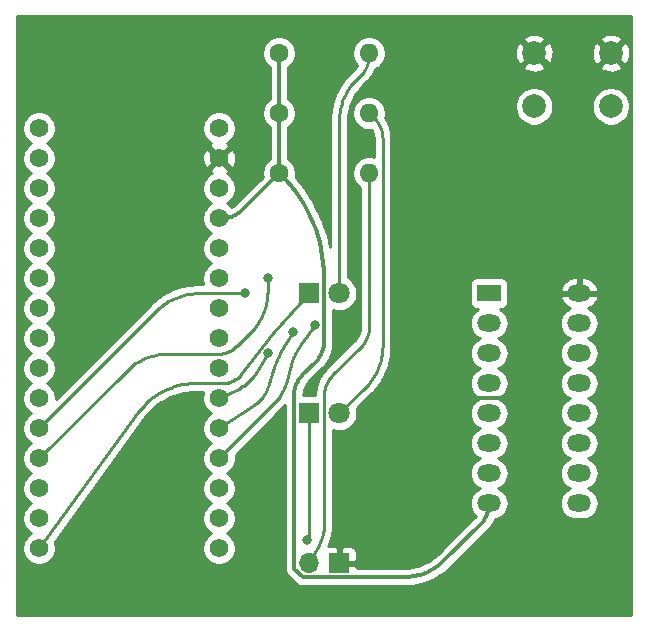
<source format=gtl>
G04 #@! TF.GenerationSoftware,KiCad,Pcbnew,5.1.6-c6e7f7d~87~ubuntu18.04.1*
G04 #@! TF.CreationDate,2020-08-21T14:22:44-03:00*
G04 #@! TF.ProjectId,dram-tester,6472616d-2d74-4657-9374-65722e6b6963,rev?*
G04 #@! TF.SameCoordinates,Original*
G04 #@! TF.FileFunction,Copper,L1,Top*
G04 #@! TF.FilePolarity,Positive*
%FSLAX46Y46*%
G04 Gerber Fmt 4.6, Leading zero omitted, Abs format (unit mm)*
G04 Created by KiCad (PCBNEW 5.1.6-c6e7f7d~87~ubuntu18.04.1) date 2020-08-21 14:22:44*
%MOMM*%
%LPD*%
G01*
G04 APERTURE LIST*
G04 #@! TA.AperFunction,ComponentPad*
%ADD10O,1.700000X1.700000*%
G04 #@! TD*
G04 #@! TA.AperFunction,ComponentPad*
%ADD11R,1.700000X1.700000*%
G04 #@! TD*
G04 #@! TA.AperFunction,ComponentPad*
%ADD12C,1.800000*%
G04 #@! TD*
G04 #@! TA.AperFunction,ComponentPad*
%ADD13R,1.800000X1.800000*%
G04 #@! TD*
G04 #@! TA.AperFunction,ComponentPad*
%ADD14C,2.000000*%
G04 #@! TD*
G04 #@! TA.AperFunction,ComponentPad*
%ADD15O,1.600000X1.600000*%
G04 #@! TD*
G04 #@! TA.AperFunction,ComponentPad*
%ADD16C,1.600000*%
G04 #@! TD*
G04 #@! TA.AperFunction,ComponentPad*
%ADD17R,2.000000X1.440000*%
G04 #@! TD*
G04 #@! TA.AperFunction,ComponentPad*
%ADD18O,2.000000X1.440000*%
G04 #@! TD*
G04 #@! TA.AperFunction,ComponentPad*
%ADD19C,1.574800*%
G04 #@! TD*
G04 #@! TA.AperFunction,ViaPad*
%ADD20C,0.800000*%
G04 #@! TD*
G04 #@! TA.AperFunction,Conductor*
%ADD21C,0.250000*%
G04 #@! TD*
G04 #@! TA.AperFunction,Conductor*
%ADD22C,0.300000*%
G04 #@! TD*
G04 #@! TA.AperFunction,Conductor*
%ADD23C,0.254000*%
G04 #@! TD*
G04 APERTURE END LIST*
D10*
G04 #@! TO.P,JP1,2*
G04 #@! TO.N,Net-(A1-Pad13)*
X152400000Y-82550000D03*
D11*
G04 #@! TO.P,JP1,1*
G04 #@! TO.N,Net-(A1-Pad29)*
X154940000Y-82550000D03*
G04 #@! TD*
D12*
G04 #@! TO.P,D2,2*
G04 #@! TO.N,Net-(D2-Pad2)*
X154940000Y-59690000D03*
D13*
G04 #@! TO.P,D2,1*
G04 #@! TO.N,Net-(A1-Pad15)*
X152400000Y-59690000D03*
G04 #@! TD*
D14*
G04 #@! TO.P,SW1,1*
G04 #@! TO.N,Net-(A1-Pad29)*
X177950000Y-39370000D03*
G04 #@! TO.P,SW1,2*
G04 #@! TO.N,Net-(A1-Pad28)*
X177950000Y-43870000D03*
G04 #@! TO.P,SW1,1*
G04 #@! TO.N,Net-(A1-Pad29)*
X171450000Y-39370000D03*
G04 #@! TO.P,SW1,2*
G04 #@! TO.N,Net-(A1-Pad28)*
X171450000Y-43870000D03*
G04 #@! TD*
D12*
G04 #@! TO.P,D1,2*
G04 #@! TO.N,Net-(D1-Pad2)*
X154940000Y-69850000D03*
D13*
G04 #@! TO.P,D1,1*
G04 #@! TO.N,Net-(A1-Pad14)*
X152400000Y-69850000D03*
G04 #@! TD*
D15*
G04 #@! TO.P,R3,2*
G04 #@! TO.N,Net-(D2-Pad2)*
X157480000Y-39370000D03*
D16*
G04 #@! TO.P,R3,1*
G04 #@! TO.N,Net-(A1-Pad27)*
X149860000Y-39370000D03*
G04 #@! TD*
D15*
G04 #@! TO.P,R2,2*
G04 #@! TO.N,Net-(D1-Pad2)*
X157480000Y-44450000D03*
D16*
G04 #@! TO.P,R2,1*
G04 #@! TO.N,Net-(A1-Pad27)*
X149860000Y-44450000D03*
G04 #@! TD*
D15*
G04 #@! TO.P,R1,2*
G04 #@! TO.N,Net-(A1-Pad13)*
X157480000Y-49530000D03*
D16*
G04 #@! TO.P,R1,1*
G04 #@! TO.N,Net-(A1-Pad27)*
X149860000Y-49530000D03*
G04 #@! TD*
D17*
G04 #@! TO.P,J1,1*
G04 #@! TO.N,Net-(A1-Pad19)*
X167640000Y-59690000D03*
D18*
G04 #@! TO.P,J1,16*
G04 #@! TO.N,Net-(A1-Pad29)*
X175260000Y-59690000D03*
G04 #@! TO.P,J1,2*
G04 #@! TO.N,Net-(A1-Pad20)*
X167640000Y-62230000D03*
G04 #@! TO.P,J1,15*
G04 #@! TO.N,Net-(A1-Pad12)*
X175260000Y-62230000D03*
G04 #@! TO.P,J1,3*
G04 #@! TO.N,Net-(A1-Pad21)*
X167640000Y-64770000D03*
G04 #@! TO.P,J1,14*
G04 #@! TO.N,Net-(A1-Pad11)*
X175260000Y-64770000D03*
G04 #@! TO.P,J1,4*
G04 #@! TO.N,Net-(A1-Pad22)*
X167640000Y-67310000D03*
G04 #@! TO.P,J1,13*
G04 #@! TO.N,Net-(A1-Pad10)*
X175260000Y-67310000D03*
G04 #@! TO.P,J1,5*
G04 #@! TO.N,Net-(A1-Pad23)*
X167640000Y-69850000D03*
G04 #@! TO.P,J1,12*
G04 #@! TO.N,Net-(A1-Pad9)*
X175260000Y-69850000D03*
G04 #@! TO.P,J1,6*
G04 #@! TO.N,Net-(A1-Pad24)*
X167640000Y-72390000D03*
G04 #@! TO.P,J1,11*
G04 #@! TO.N,Net-(A1-Pad8)*
X175260000Y-72390000D03*
G04 #@! TO.P,J1,7*
G04 #@! TO.N,Net-(A1-Pad5)*
X167640000Y-74930000D03*
G04 #@! TO.P,J1,10*
G04 #@! TO.N,Net-(A1-Pad7)*
X175260000Y-74930000D03*
G04 #@! TO.P,J1,8*
G04 #@! TO.N,Net-(A1-Pad27)*
X167640000Y-77470000D03*
G04 #@! TO.P,J1,9*
G04 #@! TO.N,Net-(A1-Pad6)*
X175260000Y-77470000D03*
G04 #@! TD*
D19*
G04 #@! TO.P,A1,30*
G04 #@! TO.N,N/C*
X144780000Y-45720000D03*
G04 #@! TO.P,A1,1*
X129540000Y-45720000D03*
G04 #@! TO.P,A1,29*
G04 #@! TO.N,Net-(A1-Pad29)*
X144780000Y-48260000D03*
G04 #@! TO.P,A1,2*
G04 #@! TO.N,N/C*
X129540000Y-48260000D03*
G04 #@! TO.P,A1,28*
G04 #@! TO.N,Net-(A1-Pad28)*
X144780000Y-50800000D03*
G04 #@! TO.P,A1,3*
G04 #@! TO.N,N/C*
X129540000Y-50800000D03*
G04 #@! TO.P,A1,27*
G04 #@! TO.N,Net-(A1-Pad27)*
X144780000Y-53340000D03*
G04 #@! TO.P,A1,4*
G04 #@! TO.N,N/C*
X129540000Y-53340000D03*
G04 #@! TO.P,A1,26*
X144780000Y-55880000D03*
G04 #@! TO.P,A1,5*
G04 #@! TO.N,Net-(A1-Pad5)*
X129540000Y-55880000D03*
G04 #@! TO.P,A1,25*
G04 #@! TO.N,N/C*
X144780000Y-58420000D03*
G04 #@! TO.P,A1,6*
G04 #@! TO.N,Net-(A1-Pad6)*
X129540000Y-58420000D03*
G04 #@! TO.P,A1,24*
G04 #@! TO.N,Net-(A1-Pad24)*
X144780000Y-60960000D03*
G04 #@! TO.P,A1,7*
G04 #@! TO.N,Net-(A1-Pad7)*
X129540000Y-60960000D03*
G04 #@! TO.P,A1,23*
G04 #@! TO.N,Net-(A1-Pad23)*
X144780000Y-63500000D03*
G04 #@! TO.P,A1,8*
G04 #@! TO.N,Net-(A1-Pad8)*
X129540000Y-63500000D03*
G04 #@! TO.P,A1,22*
G04 #@! TO.N,Net-(A1-Pad22)*
X144780000Y-66040000D03*
G04 #@! TO.P,A1,9*
G04 #@! TO.N,Net-(A1-Pad9)*
X129540000Y-66040000D03*
G04 #@! TO.P,A1,21*
G04 #@! TO.N,Net-(A1-Pad21)*
X144780000Y-68580000D03*
G04 #@! TO.P,A1,10*
G04 #@! TO.N,Net-(A1-Pad10)*
X129540000Y-68580000D03*
G04 #@! TO.P,A1,20*
G04 #@! TO.N,Net-(A1-Pad20)*
X144780000Y-71120000D03*
G04 #@! TO.P,A1,11*
G04 #@! TO.N,Net-(A1-Pad11)*
X129540000Y-71120000D03*
G04 #@! TO.P,A1,19*
G04 #@! TO.N,Net-(A1-Pad19)*
X144780000Y-73660000D03*
G04 #@! TO.P,A1,12*
G04 #@! TO.N,Net-(A1-Pad12)*
X129540000Y-73660000D03*
G04 #@! TO.P,A1,18*
G04 #@! TO.N,N/C*
X144780000Y-76200000D03*
G04 #@! TO.P,A1,13*
G04 #@! TO.N,Net-(A1-Pad13)*
X129540000Y-76200000D03*
G04 #@! TO.P,A1,17*
G04 #@! TO.N,N/C*
X144780000Y-78740000D03*
G04 #@! TO.P,A1,14*
G04 #@! TO.N,Net-(A1-Pad14)*
X129540000Y-78740000D03*
G04 #@! TO.P,A1,16*
G04 #@! TO.N,N/C*
X144780000Y-81280000D03*
G04 #@! TO.P,A1,15*
G04 #@! TO.N,Net-(A1-Pad15)*
X129540000Y-81280000D03*
G04 #@! TD*
D20*
G04 #@! TO.N,Net-(A1-Pad14)*
X152176500Y-80586400D03*
G04 #@! TO.N,Net-(A1-Pad12)*
X148874900Y-58420000D03*
G04 #@! TO.N,Net-(A1-Pad19)*
X152927800Y-62411600D03*
G04 #@! TO.N,Net-(A1-Pad11)*
X146986300Y-59690000D03*
G04 #@! TO.N,Net-(A1-Pad20)*
X151019100Y-62997600D03*
G04 #@! TO.N,Net-(A1-Pad21)*
X148957300Y-64770000D03*
G04 #@! TD*
D21*
G04 #@! TO.N,Net-(A1-Pad15)*
X149377400Y-63017400D02*
X152400000Y-59690000D01*
X142353349Y-67320206D02*
X142700000Y-67310000D01*
X138875504Y-68720151D02*
X139145807Y-68502878D01*
X138618455Y-68952952D02*
X138875504Y-68720151D01*
X142007899Y-67350794D02*
X142353349Y-67320206D01*
X140990684Y-67563422D02*
X141325384Y-67472612D01*
X137935484Y-69736208D02*
X138147628Y-69461862D01*
X139722380Y-68117873D02*
X140026654Y-67951475D01*
X138375549Y-69200475D02*
X138618455Y-68952952D01*
X138147628Y-69461862D02*
X138375549Y-69200475D01*
X139145807Y-68502878D02*
X139428425Y-68301887D01*
X141325384Y-67472612D02*
X141664848Y-67401654D01*
X141664848Y-67401654D02*
X142007899Y-67350794D01*
X129540000Y-81280000D02*
X137935484Y-69736208D01*
X139428425Y-68301887D02*
X139722380Y-68117873D01*
X140026654Y-67951475D02*
X140340192Y-67803268D01*
X140340192Y-67803268D02*
X140661906Y-67673768D01*
X140661906Y-67673768D02*
X140990684Y-67563422D01*
X146662644Y-66519641D02*
X149377400Y-63017400D01*
X146662644Y-66519641D02*
X146588861Y-66609423D01*
X146588861Y-66609423D02*
X146510088Y-66694859D01*
X146510088Y-66694859D02*
X146426578Y-66775672D01*
X146426578Y-66775672D02*
X146338603Y-66851600D01*
X146338603Y-66851600D02*
X146246448Y-66922396D01*
X146246448Y-66922396D02*
X146150411Y-66987831D01*
X146150411Y-66987831D02*
X146050806Y-67047692D01*
X146050806Y-67047692D02*
X145947954Y-67101786D01*
X145947954Y-67101786D02*
X145842189Y-67149936D01*
X145842189Y-67149936D02*
X145733854Y-67191986D01*
X145733854Y-67191986D02*
X145623301Y-67227801D01*
X145623301Y-67227801D02*
X145510888Y-67257264D01*
X145510888Y-67257264D02*
X145396981Y-67280279D01*
X145396981Y-67280279D02*
X145281948Y-67296772D01*
X145281948Y-67296772D02*
X145166162Y-67306689D01*
X145166162Y-67306689D02*
X145050000Y-67310000D01*
X145050000Y-67310000D02*
X142700000Y-67310000D01*
G04 #@! TO.N,Net-(A1-Pad14)*
X152176500Y-80586400D02*
X152400000Y-80362900D01*
X152400000Y-80362900D02*
X152400000Y-69850000D01*
G04 #@! TO.N,Net-(A1-Pad13)*
X157073131Y-63841264D02*
X157004900Y-63938144D01*
X157376044Y-63200808D02*
X157338874Y-63313323D01*
X157136525Y-63741153D02*
X157073131Y-63841264D01*
X154295398Y-66688713D02*
X154218000Y-66778438D01*
X153901789Y-67277790D02*
X153853770Y-67386120D01*
X157194932Y-63638051D02*
X157136525Y-63741153D01*
X154377106Y-66602893D02*
X154295398Y-66688713D01*
X153955066Y-67171947D02*
X153901789Y-67277790D01*
X157248209Y-63532208D02*
X157194932Y-63638051D01*
X157296228Y-63423879D02*
X157248209Y-63532208D01*
X153672907Y-68191540D02*
X153670000Y-68310000D01*
X157338874Y-63313323D02*
X157296228Y-63423879D01*
X153681624Y-68073365D02*
X153672907Y-68191540D01*
X157407648Y-63086605D02*
X157376044Y-63200808D01*
X157480000Y-62500000D02*
X157477091Y-62618459D01*
X154218000Y-66778438D02*
X154145098Y-66871854D01*
X157468374Y-62736634D02*
X157453869Y-62854238D01*
X153716387Y-67839010D02*
X153696129Y-67955761D01*
X154145098Y-66871854D02*
X154076867Y-66968734D01*
X157453869Y-62854238D02*
X157433611Y-62970989D01*
X153696129Y-67955761D02*
X153681624Y-68073365D01*
X157477091Y-62618459D02*
X157468374Y-62736634D01*
X157480000Y-49530000D02*
X157480000Y-62500000D01*
X157433611Y-62970989D02*
X157407648Y-63086605D01*
X154013472Y-67068846D02*
X153955066Y-67171947D01*
X156772893Y-64207106D02*
X154377106Y-66602893D01*
X153853770Y-67386120D02*
X153811124Y-67496675D01*
X157004900Y-63938144D02*
X156931998Y-64031559D01*
X153811124Y-67496675D02*
X153773954Y-67609190D01*
X156931998Y-64031559D02*
X156854600Y-64121285D01*
X153773954Y-67609190D02*
X153742350Y-67723393D01*
X156854600Y-64121285D02*
X156772893Y-64207106D01*
X154076867Y-66968734D02*
X154013472Y-67068846D01*
X153742350Y-67723393D02*
X153716387Y-67839010D01*
X153670000Y-79165902D02*
X153670000Y-68310000D01*
X153670000Y-79165902D02*
X153668126Y-79288377D01*
X153668126Y-79288377D02*
X153662507Y-79410738D01*
X153662507Y-79410738D02*
X153653148Y-79532869D01*
X153653148Y-79532869D02*
X153640058Y-79654657D01*
X153640058Y-79654657D02*
X153623250Y-79775988D01*
X153623250Y-79775988D02*
X153602737Y-79896748D01*
X153602737Y-79896748D02*
X153578541Y-80016824D01*
X153578541Y-80016824D02*
X153550684Y-80136104D01*
X153550684Y-80136104D02*
X153519191Y-80254476D01*
X153519191Y-80254476D02*
X153484092Y-80371829D01*
X153484092Y-80371829D02*
X153445421Y-80488054D01*
X153445421Y-80488054D02*
X153403212Y-80603042D01*
X153403212Y-80603042D02*
X153357506Y-80716684D01*
X153357506Y-80716684D02*
X153308346Y-80828876D01*
X153308346Y-80828876D02*
X153255777Y-80939512D01*
X153255777Y-80939512D02*
X153199849Y-81048488D01*
X153199849Y-81048488D02*
X152400000Y-82550000D01*
G04 #@! TO.N,Net-(A1-Pad12)*
X136961286Y-66238713D02*
X129540000Y-73660000D01*
X136961286Y-66238713D02*
X137132925Y-66075297D01*
X137132925Y-66075297D02*
X137312377Y-65920501D01*
X137312377Y-65920501D02*
X137499208Y-65774697D01*
X137499208Y-65774697D02*
X137692969Y-65638236D01*
X137692969Y-65638236D02*
X137893192Y-65511446D01*
X137893192Y-65511446D02*
X138099394Y-65394633D01*
X138099394Y-65394633D02*
X138311081Y-65288080D01*
X138311081Y-65288080D02*
X138527740Y-65192041D01*
X138527740Y-65192041D02*
X138748851Y-65106749D01*
X138748851Y-65106749D02*
X138973881Y-65032409D01*
X138973881Y-65032409D02*
X139202287Y-64969201D01*
X139202287Y-64969201D02*
X139433520Y-64917276D01*
X139433520Y-64917276D02*
X139667022Y-64876759D01*
X139667022Y-64876759D02*
X139902231Y-64847749D01*
X139902231Y-64847749D02*
X140138580Y-64830315D01*
X140138580Y-64830315D02*
X140375500Y-64824500D01*
X146309706Y-64117393D02*
X146223885Y-64199100D01*
X146223885Y-64199100D02*
X146134160Y-64276498D01*
X146134160Y-64276498D02*
X146040744Y-64349400D01*
X146040744Y-64349400D02*
X145943864Y-64417631D01*
X145943864Y-64417631D02*
X145843753Y-64481026D01*
X145843753Y-64481026D02*
X145740651Y-64539432D01*
X145740651Y-64539432D02*
X145634808Y-64592709D01*
X145634808Y-64592709D02*
X145526479Y-64640728D01*
X145526479Y-64640728D02*
X145415923Y-64683374D01*
X145415923Y-64683374D02*
X145303408Y-64720544D01*
X145303408Y-64720544D02*
X145189205Y-64752148D01*
X145189205Y-64752148D02*
X145073589Y-64778111D01*
X145073589Y-64778111D02*
X144956838Y-64798369D01*
X144956838Y-64798369D02*
X144839234Y-64812874D01*
X144839234Y-64812874D02*
X144721059Y-64821591D01*
X144721059Y-64821591D02*
X144602600Y-64824500D01*
X144602600Y-64824500D02*
X140375500Y-64824500D01*
X147460686Y-62966413D02*
X146309706Y-64117393D01*
X147460686Y-62966413D02*
X147624100Y-62794772D01*
X147624100Y-62794772D02*
X147778896Y-62615321D01*
X147778896Y-62615321D02*
X147924701Y-62428490D01*
X147924701Y-62428490D02*
X148061162Y-62234729D01*
X148061162Y-62234729D02*
X148187952Y-62034507D01*
X148187952Y-62034507D02*
X148304764Y-61828304D01*
X148304764Y-61828304D02*
X148411318Y-61616618D01*
X148411318Y-61616618D02*
X148507357Y-61399958D01*
X148507357Y-61399958D02*
X148592649Y-61178847D01*
X148592649Y-61178847D02*
X148666989Y-60953818D01*
X148666989Y-60953818D02*
X148730197Y-60725411D01*
X148730197Y-60725411D02*
X148782122Y-60494179D01*
X148782122Y-60494179D02*
X148822639Y-60260677D01*
X148822639Y-60260677D02*
X148851649Y-60025468D01*
X148851649Y-60025468D02*
X148869083Y-59789119D01*
X148869083Y-59789119D02*
X148874900Y-59552200D01*
X148874900Y-59552200D02*
X148874900Y-58420000D01*
G04 #@! TO.N,Net-(A1-Pad19)*
X149425793Y-69014206D02*
X144780000Y-73660000D01*
X149425793Y-69014206D02*
X149510857Y-68926381D01*
X149510857Y-68926381D02*
X149593077Y-68835887D01*
X149593077Y-68835887D02*
X149672367Y-68742816D01*
X149672367Y-68742816D02*
X149748647Y-68647262D01*
X149748647Y-68647262D02*
X149821839Y-68549322D01*
X149821839Y-68549322D02*
X149891868Y-68449097D01*
X149891868Y-68449097D02*
X149958664Y-68346689D01*
X149958664Y-68346689D02*
X150022158Y-68242201D01*
X150022158Y-68242201D02*
X150082286Y-68135741D01*
X150082286Y-68135741D02*
X150138986Y-68027416D01*
X150138986Y-68027416D02*
X150192200Y-67917337D01*
X150192200Y-67917337D02*
X150241875Y-67805616D01*
X150241875Y-67805616D02*
X150287960Y-67692367D01*
X150287960Y-67692367D02*
X150330407Y-67577705D01*
X150330407Y-67577705D02*
X150369175Y-67461746D01*
X150369175Y-67461746D02*
X150404223Y-67344611D01*
X151736240Y-63974718D02*
X152927800Y-62411600D01*
X151736240Y-63974718D02*
X151662519Y-64073822D01*
X151662519Y-64073822D02*
X151591152Y-64174634D01*
X151591152Y-64174634D02*
X151522178Y-64277098D01*
X151522178Y-64277098D02*
X151455633Y-64381157D01*
X151455633Y-64381157D02*
X151391556Y-64486752D01*
X151391556Y-64486752D02*
X151329981Y-64593827D01*
X151329981Y-64593827D02*
X151270943Y-64702320D01*
X151270943Y-64702320D02*
X151214475Y-64812173D01*
X151214475Y-64812173D02*
X151160607Y-64923325D01*
X151160607Y-64923325D02*
X151109370Y-65035713D01*
X151109370Y-65035713D02*
X151060792Y-65149276D01*
X151060792Y-65149276D02*
X151014899Y-65263951D01*
X151014899Y-65263951D02*
X150971718Y-65379673D01*
X150971718Y-65379673D02*
X150931273Y-65496380D01*
X150931273Y-65496380D02*
X150893585Y-65614007D01*
X150893585Y-65614007D02*
X150858676Y-65732488D01*
X150858676Y-65732488D02*
X150404223Y-67344611D01*
G04 #@! TO.N,Net-(A1-Pad11)*
X142970000Y-59690000D02*
X146986300Y-59690000D01*
X142970000Y-59690000D02*
X142733080Y-59695815D01*
X142733080Y-59695815D02*
X142496731Y-59713249D01*
X142496731Y-59713249D02*
X142261522Y-59742260D01*
X142261522Y-59742260D02*
X142028020Y-59782776D01*
X142028020Y-59782776D02*
X141796787Y-59834701D01*
X141796787Y-59834701D02*
X141568381Y-59897909D01*
X141568381Y-59897909D02*
X141343351Y-59972249D01*
X141343351Y-59972249D02*
X141122240Y-60057541D01*
X141122240Y-60057541D02*
X140905581Y-60153580D01*
X140905581Y-60153580D02*
X140693894Y-60260134D01*
X140693894Y-60260134D02*
X140487692Y-60376946D01*
X140487692Y-60376946D02*
X140287469Y-60503736D01*
X140287469Y-60503736D02*
X140093708Y-60640197D01*
X140093708Y-60640197D02*
X139906877Y-60786001D01*
X139906877Y-60786001D02*
X139727425Y-60940797D01*
X139727425Y-60940797D02*
X139555786Y-61104213D01*
X139555786Y-61104213D02*
X129540000Y-71120000D01*
G04 #@! TO.N,Net-(A1-Pad20)*
X150407323Y-63933078D02*
X151019100Y-62997600D01*
X150407323Y-63933078D02*
X150340124Y-64037657D01*
X150340124Y-64037657D02*
X150274618Y-64143304D01*
X150274618Y-64143304D02*
X150210820Y-64249991D01*
X150210820Y-64249991D02*
X150148746Y-64357691D01*
X150148746Y-64357691D02*
X150088413Y-64466376D01*
X150088413Y-64466376D02*
X150029837Y-64576017D01*
X150029837Y-64576017D02*
X149973031Y-64686586D01*
X149973031Y-64686586D02*
X149918012Y-64798055D01*
X149918012Y-64798055D02*
X149864794Y-64910395D01*
X149864794Y-64910395D02*
X149813389Y-65023576D01*
X149813389Y-65023576D02*
X149763812Y-65137569D01*
X149763812Y-65137569D02*
X149716075Y-65252346D01*
X149716075Y-65252346D02*
X149670191Y-65367875D01*
X149670191Y-65367875D02*
X149626171Y-65484128D01*
X149626171Y-65484128D02*
X149584028Y-65601074D01*
X149584028Y-65601074D02*
X149543772Y-65718683D01*
X147757949Y-69134700D02*
X144780000Y-71120000D01*
X147757949Y-69134700D02*
X147856731Y-69065855D01*
X147856731Y-69065855D02*
X147952586Y-68992989D01*
X147952586Y-68992989D02*
X148045350Y-68916226D01*
X148045350Y-68916226D02*
X148134864Y-68835698D01*
X148134864Y-68835698D02*
X148220976Y-68751540D01*
X148220976Y-68751540D02*
X148303538Y-68663898D01*
X148303538Y-68663898D02*
X148382409Y-68572921D01*
X148382409Y-68572921D02*
X148457456Y-68478763D01*
X148457456Y-68478763D02*
X148528549Y-68381587D01*
X148528549Y-68381587D02*
X148595569Y-68281556D01*
X148595569Y-68281556D02*
X148658399Y-68178843D01*
X148658399Y-68178843D02*
X148716933Y-68073623D01*
X148716933Y-68073623D02*
X148771072Y-67966074D01*
X148771072Y-67966074D02*
X148820722Y-67856382D01*
X148820722Y-67856382D02*
X148865799Y-67744732D01*
X148865799Y-67744732D02*
X148906227Y-67631316D01*
X148906227Y-67631316D02*
X149543772Y-65718683D01*
G04 #@! TO.N,Net-(A1-Pad21)*
X147861797Y-66469490D02*
X148957300Y-64770000D01*
X147861797Y-66469490D02*
X147793991Y-66570915D01*
X147793991Y-66570915D02*
X147722836Y-66670020D01*
X147722836Y-66670020D02*
X147648410Y-66766693D01*
X147648410Y-66766693D02*
X147570796Y-66860825D01*
X147570796Y-66860825D02*
X147490081Y-66952312D01*
X147490081Y-66952312D02*
X147406355Y-67041052D01*
X147406355Y-67041052D02*
X147319712Y-67126946D01*
X147319712Y-67126946D02*
X147230248Y-67209897D01*
X147230248Y-67209897D02*
X147138062Y-67289814D01*
X147138062Y-67289814D02*
X147043258Y-67366606D01*
X147043258Y-67366606D02*
X146945942Y-67440189D01*
X146945942Y-67440189D02*
X146846223Y-67510479D01*
X146846223Y-67510479D02*
X146744211Y-67577400D01*
X146744211Y-67577400D02*
X146640020Y-67640875D01*
X146640020Y-67640875D02*
X146533767Y-67700835D01*
X146533767Y-67700835D02*
X146425572Y-67757213D01*
X146425572Y-67757213D02*
X144780000Y-68580000D01*
D22*
G04 #@! TO.N,Net-(A1-Pad27)*
X149860000Y-44450000D02*
X149860000Y-49530000D01*
X149860000Y-44450000D02*
X149860000Y-39370000D01*
X145050000Y-53340000D02*
X144780000Y-53340000D01*
X145050000Y-53340000D02*
X145168459Y-53337091D01*
X145168459Y-53337091D02*
X145286634Y-53328374D01*
X145286634Y-53328374D02*
X145404238Y-53313869D01*
X145404238Y-53313869D02*
X145520989Y-53293611D01*
X145520989Y-53293611D02*
X145636605Y-53267648D01*
X145636605Y-53267648D02*
X145750808Y-53236044D01*
X145750808Y-53236044D02*
X145863323Y-53198874D01*
X145863323Y-53198874D02*
X145973879Y-53156228D01*
X145973879Y-53156228D02*
X146082208Y-53108209D01*
X146082208Y-53108209D02*
X146188051Y-53054932D01*
X146188051Y-53054932D02*
X146291153Y-52996525D01*
X146291153Y-52996525D02*
X146391264Y-52933131D01*
X146391264Y-52933131D02*
X146488144Y-52864900D01*
X146488144Y-52864900D02*
X146581559Y-52791998D01*
X146581559Y-52791998D02*
X146671285Y-52714600D01*
X146671285Y-52714600D02*
X146757106Y-52632893D01*
X146757106Y-52632893D02*
X149860000Y-49530000D01*
D21*
X150117566Y-49787566D02*
X149860000Y-49530000D01*
D22*
X150526103Y-50216666D02*
X150117566Y-49787566D01*
X150913093Y-50665295D02*
X150526103Y-50216666D01*
X151277604Y-51132373D02*
X150913093Y-50665295D01*
X151618758Y-51616773D02*
X151277604Y-51132373D01*
X152227763Y-52632837D02*
X151935732Y-52117330D01*
X152494148Y-53162053D02*
X152227763Y-52632837D01*
X152734244Y-53703702D02*
X152494148Y-53162053D01*
X152947474Y-54256479D02*
X152734244Y-53703702D01*
X153291345Y-55390069D02*
X153133323Y-54819053D01*
X153421157Y-55968151D02*
X153291345Y-55390069D01*
X153522448Y-56551906D02*
X153421157Y-55968151D01*
X153594974Y-57139928D02*
X153522448Y-56551906D01*
X153638559Y-57730800D02*
X153594974Y-57139928D01*
X153653100Y-58323100D02*
X153638559Y-57730800D01*
D21*
X167640000Y-77470000D02*
X167640000Y-77515300D01*
D22*
X167498874Y-78328623D02*
X167456228Y-78439179D01*
X167456228Y-78439179D02*
X167408209Y-78547508D01*
X167408209Y-78547508D02*
X167354932Y-78653351D01*
X167296525Y-78756453D02*
X167233131Y-78856564D01*
X167233131Y-78856564D02*
X167164900Y-78953444D01*
X167354932Y-78653351D02*
X167296525Y-78756453D01*
D21*
X167640000Y-77515300D02*
X167637091Y-77633759D01*
X167628374Y-77751934D02*
X167613869Y-77869538D01*
D22*
X151935732Y-52117330D02*
X151618758Y-51616773D01*
X167613869Y-77869538D02*
X167593611Y-77986289D01*
X167164900Y-78953444D02*
X167091998Y-79046859D01*
X167536044Y-78216108D02*
X167498874Y-78328623D01*
X153133323Y-54819053D02*
X152947474Y-54256479D01*
X167567648Y-78101905D02*
X167536044Y-78216108D01*
X167593611Y-77986289D02*
X167567648Y-78101905D01*
D21*
X167637091Y-77633759D02*
X167628374Y-77751934D01*
D22*
X160429900Y-83725400D02*
X151840500Y-83725400D01*
X163672472Y-82474600D02*
X163493021Y-82629396D01*
X167014600Y-79136585D02*
X166932893Y-79222406D01*
X166932893Y-79222406D02*
X163844113Y-82311186D01*
X163844113Y-82311186D02*
X163672472Y-82474600D01*
X167091998Y-79046859D02*
X167014600Y-79136585D01*
X163493021Y-82629396D02*
X163306190Y-82775201D01*
X163306190Y-82775201D02*
X163112429Y-82911662D01*
X163112429Y-82911662D02*
X162912207Y-83038452D01*
X162912207Y-83038452D02*
X162706004Y-83155264D01*
X162706004Y-83155264D02*
X162494318Y-83261818D01*
X162277658Y-83357857D02*
X162056547Y-83443149D01*
X162494318Y-83261818D02*
X162277658Y-83357857D01*
X162056547Y-83443149D02*
X161831518Y-83517489D01*
X161831518Y-83517489D02*
X161603111Y-83580697D01*
X161603111Y-83580697D02*
X161371879Y-83632622D01*
X161371879Y-83632622D02*
X161138377Y-83673139D01*
X160903168Y-83702149D02*
X160666819Y-83719583D01*
X160666819Y-83719583D02*
X160429900Y-83725400D01*
X161138377Y-83673139D02*
X160903168Y-83702149D01*
X151840500Y-83725400D02*
X151139600Y-83024500D01*
X153667378Y-63770003D02*
X153653100Y-58323100D01*
X153667378Y-63770003D02*
X153664771Y-63888425D01*
X153664771Y-63888425D02*
X153656338Y-64006576D01*
X153656338Y-64006576D02*
X153642098Y-64124169D01*
X153642098Y-64124169D02*
X153622087Y-64240918D01*
X153622087Y-64240918D02*
X153596352Y-64356540D01*
X153596352Y-64356540D02*
X153564956Y-64470755D01*
X153564956Y-64470755D02*
X153527975Y-64583286D01*
X153527975Y-64583286D02*
X153485498Y-64693859D01*
X153485498Y-64693859D02*
X153437630Y-64802208D01*
X153437630Y-64802208D02*
X153384486Y-64908068D01*
X153384486Y-64908068D02*
X153326194Y-65011184D01*
X153326194Y-65011184D02*
X153262896Y-65111305D01*
X153262896Y-65111305D02*
X153194746Y-65208188D01*
X153194746Y-65208188D02*
X153121909Y-65301599D01*
X153121909Y-65301599D02*
X153044562Y-65391310D01*
X153044562Y-65391310D02*
X152962893Y-65477106D01*
X151130610Y-68309999D02*
X151139600Y-83024500D01*
X151130610Y-68309999D02*
X151133447Y-68191547D01*
X151133447Y-68191547D02*
X151142098Y-68073378D01*
X151142098Y-68073378D02*
X151156541Y-67955777D01*
X151156541Y-67955777D02*
X151176742Y-67839026D01*
X151176742Y-67839026D02*
X151202652Y-67723408D01*
X151202652Y-67723408D02*
X151234208Y-67609202D01*
X151234208Y-67609202D02*
X151271333Y-67496684D01*
X151271333Y-67496684D02*
X151313940Y-67386124D01*
X151313940Y-67386124D02*
X151361924Y-67277790D01*
X151361924Y-67277790D02*
X151415170Y-67171943D01*
X151415170Y-67171943D02*
X151473549Y-67068838D01*
X151473549Y-67068838D02*
X151536922Y-66968724D01*
X151536922Y-66968724D02*
X151605133Y-66871843D01*
X151605133Y-66871843D02*
X151678020Y-66778429D01*
X151678020Y-66778429D02*
X151755406Y-66688706D01*
X151755406Y-66688706D02*
X151837106Y-66602893D01*
X151837106Y-66602893D02*
X152962893Y-65477106D01*
G04 #@! TO.N,Net-(A1-Pad29)*
X175260000Y-42060000D02*
X177950000Y-39370000D01*
X175260000Y-59690000D02*
X175260000Y-42060000D01*
X154940000Y-81768800D02*
X154940000Y-82550000D01*
X154942907Y-81650340D02*
X154940000Y-81768800D01*
X154951624Y-81532165D02*
X154942907Y-81650340D01*
X154966129Y-81414561D02*
X154951624Y-81532165D01*
X154986387Y-81297810D02*
X154966129Y-81414561D01*
X155647106Y-80061693D02*
X155565398Y-80147512D01*
X155283472Y-80527645D02*
X155225066Y-80630747D01*
X155565398Y-80147512D02*
X155488000Y-80237238D01*
X155488000Y-80237238D02*
X155415098Y-80330654D01*
X155415098Y-80330654D02*
X155346867Y-80427534D01*
X155225066Y-80630747D02*
X155171789Y-80736590D01*
X155171789Y-80736590D02*
X155123770Y-80844920D01*
X155123770Y-80844920D02*
X155081124Y-80955475D01*
X155081124Y-80955475D02*
X155043954Y-81067990D01*
X155043954Y-81067990D02*
X155012350Y-81182193D01*
X155346867Y-80427534D02*
X155283472Y-80527645D01*
X155012350Y-81182193D02*
X154986387Y-81297810D01*
X175180000Y-59690000D02*
X175260000Y-59690000D01*
X175180000Y-59690000D02*
X174689914Y-59714076D01*
X174689914Y-59714076D02*
X174204548Y-59786073D01*
X174204548Y-59786073D02*
X173728576Y-59905298D01*
X173728576Y-59905298D02*
X173266582Y-60070602D01*
X173266582Y-60070602D02*
X172823016Y-60280393D01*
X172823016Y-60280393D02*
X172402148Y-60532651D01*
X172402148Y-60532651D02*
X172008033Y-60824947D01*
X172008033Y-60824947D02*
X171644466Y-61154466D01*
X171644466Y-61154466D02*
X171314947Y-61518033D01*
X171314947Y-61518033D02*
X171022651Y-61912148D01*
X171022651Y-61912148D02*
X170770393Y-62333016D01*
X170770393Y-62333016D02*
X170560602Y-62776582D01*
X170560602Y-62776582D02*
X170395298Y-63238576D01*
X170395298Y-63238576D02*
X170276073Y-63714548D01*
X170276073Y-63714548D02*
X170204076Y-64199914D01*
X170204076Y-64199914D02*
X170180000Y-64690000D01*
X168180000Y-68580000D02*
X168376034Y-68570369D01*
X168376034Y-68570369D02*
X168570180Y-68541570D01*
X168570180Y-68541570D02*
X168760569Y-68493880D01*
X168760569Y-68493880D02*
X168945366Y-68427759D01*
X168945366Y-68427759D02*
X169122793Y-68343842D01*
X169122793Y-68343842D02*
X169291140Y-68242939D01*
X169291140Y-68242939D02*
X169448786Y-68126020D01*
X169448786Y-68126020D02*
X169594213Y-67994213D01*
X169594213Y-67994213D02*
X169726020Y-67848786D01*
X169726020Y-67848786D02*
X169842939Y-67691140D01*
X169842939Y-67691140D02*
X169943842Y-67522793D01*
X169943842Y-67522793D02*
X170027759Y-67345366D01*
X170027759Y-67345366D02*
X170093880Y-67160569D01*
X170093880Y-67160569D02*
X170141570Y-66970180D01*
X170141570Y-66970180D02*
X170170369Y-66776034D01*
X170170369Y-66776034D02*
X170180000Y-66580000D01*
X170180000Y-66580000D02*
X170180000Y-64690000D01*
X162669244Y-70208694D02*
X155647106Y-80061693D01*
X162669244Y-70208694D02*
X162808729Y-70024801D01*
X162808729Y-70024801D02*
X162958900Y-69849524D01*
X162958900Y-69849524D02*
X163119223Y-69683483D01*
X163119223Y-69683483D02*
X163289132Y-69527266D01*
X163289132Y-69527266D02*
X163468026Y-69381424D01*
X163468026Y-69381424D02*
X163655273Y-69246474D01*
X163655273Y-69246474D02*
X163850210Y-69122892D01*
X163850210Y-69122892D02*
X164052148Y-69011116D01*
X164052148Y-69011116D02*
X164260373Y-68911540D01*
X164260373Y-68911540D02*
X164474149Y-68824518D01*
X164474149Y-68824518D02*
X164692719Y-68750356D01*
X164692719Y-68750356D02*
X164915311Y-68689318D01*
X164915311Y-68689318D02*
X165141138Y-68641618D01*
X165141138Y-68641618D02*
X165369401Y-68607426D01*
X165369401Y-68607426D02*
X165599292Y-68586862D01*
X165599292Y-68586862D02*
X165830000Y-68580000D01*
X165830000Y-68580000D02*
X168180000Y-68580000D01*
X171450000Y-39370000D02*
X175260000Y-42060000D01*
D21*
G04 #@! TO.N,Net-(D1-Pad2)*
X157905093Y-44875093D02*
X157480000Y-44450000D01*
X157905093Y-44875093D02*
X157986800Y-44960913D01*
X157986800Y-44960913D02*
X158064198Y-45050638D01*
X158064198Y-45050638D02*
X158137100Y-45144054D01*
X158137100Y-45144054D02*
X158205331Y-45240934D01*
X158205331Y-45240934D02*
X158268726Y-45341046D01*
X158268726Y-45341046D02*
X158327132Y-45444147D01*
X158327132Y-45444147D02*
X158380409Y-45549990D01*
X158380409Y-45549990D02*
X158428428Y-45658320D01*
X158428428Y-45658320D02*
X158471074Y-45768875D01*
X158471074Y-45768875D02*
X158508244Y-45881390D01*
X158508244Y-45881390D02*
X158539848Y-45995593D01*
X158539848Y-45995593D02*
X158565811Y-46111210D01*
X158565811Y-46111210D02*
X158586069Y-46227961D01*
X158586069Y-46227961D02*
X158600574Y-46345565D01*
X158600574Y-46345565D02*
X158609291Y-46463740D01*
X158609291Y-46463740D02*
X158612200Y-46582200D01*
X157197986Y-67592013D02*
X154940000Y-69850000D01*
X157197986Y-67592013D02*
X157361400Y-67420372D01*
X157361400Y-67420372D02*
X157516196Y-67240920D01*
X157516196Y-67240920D02*
X157662000Y-67054089D01*
X157662000Y-67054089D02*
X157798462Y-66860329D01*
X157798462Y-66860329D02*
X157925252Y-66660106D01*
X157925252Y-66660106D02*
X158042064Y-66453904D01*
X158042064Y-66453904D02*
X158148618Y-66242218D01*
X158148618Y-66242218D02*
X158244657Y-66025558D01*
X158244657Y-66025558D02*
X158329949Y-65804447D01*
X158329949Y-65804447D02*
X158404288Y-65579418D01*
X158404288Y-65579418D02*
X158467497Y-65351011D01*
X158467497Y-65351011D02*
X158519422Y-65119779D01*
X158519422Y-65119779D02*
X158559939Y-64886277D01*
X158559939Y-64886277D02*
X158588949Y-64651068D01*
X158588949Y-64651068D02*
X158606383Y-64414719D01*
X158606383Y-64414719D02*
X158612200Y-64177800D01*
X158612200Y-64177800D02*
X158612200Y-46582200D01*
G04 #@! TO.N,Net-(D2-Pad2)*
X154940000Y-45035300D02*
X154940000Y-59690000D01*
X154940000Y-45035300D02*
X154945815Y-44798380D01*
X154945815Y-44798380D02*
X154963249Y-44562031D01*
X154963249Y-44562031D02*
X154992260Y-44326822D01*
X154992260Y-44326822D02*
X155032776Y-44093320D01*
X155032776Y-44093320D02*
X155084701Y-43862087D01*
X155084701Y-43862087D02*
X155147909Y-43633681D01*
X155147909Y-43633681D02*
X155222249Y-43408651D01*
X155222249Y-43408651D02*
X155307541Y-43187540D01*
X155307541Y-43187540D02*
X155403580Y-42970881D01*
X155403580Y-42970881D02*
X155510134Y-42759194D01*
X155510134Y-42759194D02*
X155626946Y-42552992D01*
X155626946Y-42552992D02*
X155753736Y-42352769D01*
X155753736Y-42352769D02*
X155890197Y-42159008D01*
X155890197Y-42159008D02*
X156036001Y-41972177D01*
X156036001Y-41972177D02*
X156190797Y-41792725D01*
X156190797Y-41792725D02*
X156354213Y-41621086D01*
X157480000Y-39495300D02*
X157480000Y-39370000D01*
X157480000Y-39495300D02*
X157477091Y-39613759D01*
X157477091Y-39613759D02*
X157468374Y-39731934D01*
X157468374Y-39731934D02*
X157453868Y-39849538D01*
X157453868Y-39849538D02*
X157433610Y-39966289D01*
X157433610Y-39966289D02*
X157407648Y-40081905D01*
X157407648Y-40081905D02*
X157376043Y-40196108D01*
X157376043Y-40196108D02*
X157338873Y-40308623D01*
X157338873Y-40308623D02*
X157296227Y-40419179D01*
X157296227Y-40419179D02*
X157248208Y-40527508D01*
X157248208Y-40527508D02*
X157194931Y-40633351D01*
X157194931Y-40633351D02*
X157136525Y-40736453D01*
X157136525Y-40736453D02*
X157073130Y-40836564D01*
X157073130Y-40836564D02*
X157004899Y-40933444D01*
X157004899Y-40933444D02*
X156931997Y-41026859D01*
X156931997Y-41026859D02*
X156854599Y-41116585D01*
X156854599Y-41116585D02*
X156772892Y-41202406D01*
X156772892Y-41202406D02*
X156354213Y-41621086D01*
G04 #@! TD*
D23*
G04 #@! TO.N,Net-(A1-Pad29)*
G36*
X179680001Y-86970000D02*
G01*
X127660000Y-86970000D01*
X127660000Y-45579906D01*
X128117600Y-45579906D01*
X128117600Y-45860094D01*
X128172262Y-46134899D01*
X128279486Y-46393759D01*
X128435150Y-46626727D01*
X128633273Y-46824850D01*
X128866241Y-46980514D01*
X128889142Y-46990000D01*
X128866241Y-46999486D01*
X128633273Y-47155150D01*
X128435150Y-47353273D01*
X128279486Y-47586241D01*
X128172262Y-47845101D01*
X128117600Y-48119906D01*
X128117600Y-48400094D01*
X128172262Y-48674899D01*
X128279486Y-48933759D01*
X128435150Y-49166727D01*
X128633273Y-49364850D01*
X128866241Y-49520514D01*
X128889142Y-49530000D01*
X128866241Y-49539486D01*
X128633273Y-49695150D01*
X128435150Y-49893273D01*
X128279486Y-50126241D01*
X128172262Y-50385101D01*
X128117600Y-50659906D01*
X128117600Y-50940094D01*
X128172262Y-51214899D01*
X128279486Y-51473759D01*
X128435150Y-51706727D01*
X128633273Y-51904850D01*
X128866241Y-52060514D01*
X128889142Y-52070000D01*
X128866241Y-52079486D01*
X128633273Y-52235150D01*
X128435150Y-52433273D01*
X128279486Y-52666241D01*
X128172262Y-52925101D01*
X128117600Y-53199906D01*
X128117600Y-53480094D01*
X128172262Y-53754899D01*
X128279486Y-54013759D01*
X128435150Y-54246727D01*
X128633273Y-54444850D01*
X128866241Y-54600514D01*
X128889142Y-54610000D01*
X128866241Y-54619486D01*
X128633273Y-54775150D01*
X128435150Y-54973273D01*
X128279486Y-55206241D01*
X128172262Y-55465101D01*
X128117600Y-55739906D01*
X128117600Y-56020094D01*
X128172262Y-56294899D01*
X128279486Y-56553759D01*
X128435150Y-56786727D01*
X128633273Y-56984850D01*
X128866241Y-57140514D01*
X128889142Y-57150000D01*
X128866241Y-57159486D01*
X128633273Y-57315150D01*
X128435150Y-57513273D01*
X128279486Y-57746241D01*
X128172262Y-58005101D01*
X128117600Y-58279906D01*
X128117600Y-58560094D01*
X128172262Y-58834899D01*
X128279486Y-59093759D01*
X128435150Y-59326727D01*
X128633273Y-59524850D01*
X128866241Y-59680514D01*
X128889142Y-59690000D01*
X128866241Y-59699486D01*
X128633273Y-59855150D01*
X128435150Y-60053273D01*
X128279486Y-60286241D01*
X128172262Y-60545101D01*
X128117600Y-60819906D01*
X128117600Y-61100094D01*
X128172262Y-61374899D01*
X128279486Y-61633759D01*
X128435150Y-61866727D01*
X128633273Y-62064850D01*
X128866241Y-62220514D01*
X128889142Y-62230000D01*
X128866241Y-62239486D01*
X128633273Y-62395150D01*
X128435150Y-62593273D01*
X128279486Y-62826241D01*
X128172262Y-63085101D01*
X128117600Y-63359906D01*
X128117600Y-63640094D01*
X128172262Y-63914899D01*
X128279486Y-64173759D01*
X128435150Y-64406727D01*
X128633273Y-64604850D01*
X128866241Y-64760514D01*
X128889142Y-64770000D01*
X128866241Y-64779486D01*
X128633273Y-64935150D01*
X128435150Y-65133273D01*
X128279486Y-65366241D01*
X128172262Y-65625101D01*
X128117600Y-65899906D01*
X128117600Y-66180094D01*
X128172262Y-66454899D01*
X128279486Y-66713759D01*
X128435150Y-66946727D01*
X128633273Y-67144850D01*
X128866241Y-67300514D01*
X128889142Y-67310000D01*
X128866241Y-67319486D01*
X128633273Y-67475150D01*
X128435150Y-67673273D01*
X128279486Y-67906241D01*
X128172262Y-68165101D01*
X128117600Y-68439906D01*
X128117600Y-68720094D01*
X128172262Y-68994899D01*
X128279486Y-69253759D01*
X128435150Y-69486727D01*
X128633273Y-69684850D01*
X128866241Y-69840514D01*
X128889142Y-69850000D01*
X128866241Y-69859486D01*
X128633273Y-70015150D01*
X128435150Y-70213273D01*
X128279486Y-70446241D01*
X128172262Y-70705101D01*
X128117600Y-70979906D01*
X128117600Y-71260094D01*
X128172262Y-71534899D01*
X128279486Y-71793759D01*
X128435150Y-72026727D01*
X128633273Y-72224850D01*
X128866241Y-72380514D01*
X128889142Y-72390000D01*
X128866241Y-72399486D01*
X128633273Y-72555150D01*
X128435150Y-72753273D01*
X128279486Y-72986241D01*
X128172262Y-73245101D01*
X128117600Y-73519906D01*
X128117600Y-73800094D01*
X128172262Y-74074899D01*
X128279486Y-74333759D01*
X128435150Y-74566727D01*
X128633273Y-74764850D01*
X128866241Y-74920514D01*
X128889142Y-74930000D01*
X128866241Y-74939486D01*
X128633273Y-75095150D01*
X128435150Y-75293273D01*
X128279486Y-75526241D01*
X128172262Y-75785101D01*
X128117600Y-76059906D01*
X128117600Y-76340094D01*
X128172262Y-76614899D01*
X128279486Y-76873759D01*
X128435150Y-77106727D01*
X128633273Y-77304850D01*
X128866241Y-77460514D01*
X128889142Y-77470000D01*
X128866241Y-77479486D01*
X128633273Y-77635150D01*
X128435150Y-77833273D01*
X128279486Y-78066241D01*
X128172262Y-78325101D01*
X128117600Y-78599906D01*
X128117600Y-78880094D01*
X128172262Y-79154899D01*
X128279486Y-79413759D01*
X128435150Y-79646727D01*
X128633273Y-79844850D01*
X128866241Y-80000514D01*
X128889142Y-80010000D01*
X128866241Y-80019486D01*
X128633273Y-80175150D01*
X128435150Y-80373273D01*
X128279486Y-80606241D01*
X128172262Y-80865101D01*
X128117600Y-81139906D01*
X128117600Y-81420094D01*
X128172262Y-81694899D01*
X128279486Y-81953759D01*
X128435150Y-82186727D01*
X128633273Y-82384850D01*
X128866241Y-82540514D01*
X129125101Y-82647738D01*
X129399906Y-82702400D01*
X129680094Y-82702400D01*
X129954899Y-82647738D01*
X130213759Y-82540514D01*
X130446727Y-82384850D01*
X130644850Y-82186727D01*
X130800514Y-81953759D01*
X130907738Y-81694899D01*
X130962400Y-81420094D01*
X130962400Y-81139906D01*
X130907738Y-80865101D01*
X130861923Y-80754494D01*
X138543565Y-70192236D01*
X138735152Y-69944475D01*
X138933659Y-69716821D01*
X139145217Y-69501242D01*
X139369086Y-69298490D01*
X139604508Y-69109254D01*
X139850655Y-68934201D01*
X140106662Y-68773942D01*
X140371683Y-68629011D01*
X140644749Y-68499935D01*
X140924938Y-68387150D01*
X141211274Y-68291048D01*
X141502784Y-68211956D01*
X141798440Y-68150154D01*
X142097225Y-68105857D01*
X142398088Y-68079218D01*
X142711178Y-68070000D01*
X143451654Y-68070000D01*
X143412262Y-68165101D01*
X143357600Y-68439906D01*
X143357600Y-68720094D01*
X143412262Y-68994899D01*
X143519486Y-69253759D01*
X143675150Y-69486727D01*
X143873273Y-69684850D01*
X144106241Y-69840514D01*
X144129142Y-69850000D01*
X144106241Y-69859486D01*
X143873273Y-70015150D01*
X143675150Y-70213273D01*
X143519486Y-70446241D01*
X143412262Y-70705101D01*
X143357600Y-70979906D01*
X143357600Y-71260094D01*
X143412262Y-71534899D01*
X143519486Y-71793759D01*
X143675150Y-72026727D01*
X143873273Y-72224850D01*
X144106241Y-72380514D01*
X144129142Y-72390000D01*
X144106241Y-72399486D01*
X143873273Y-72555150D01*
X143675150Y-72753273D01*
X143519486Y-72986241D01*
X143412262Y-73245101D01*
X143357600Y-73519906D01*
X143357600Y-73800094D01*
X143412262Y-74074899D01*
X143519486Y-74333759D01*
X143675150Y-74566727D01*
X143873273Y-74764850D01*
X144106241Y-74920514D01*
X144129142Y-74930000D01*
X144106241Y-74939486D01*
X143873273Y-75095150D01*
X143675150Y-75293273D01*
X143519486Y-75526241D01*
X143412262Y-75785101D01*
X143357600Y-76059906D01*
X143357600Y-76340094D01*
X143412262Y-76614899D01*
X143519486Y-76873759D01*
X143675150Y-77106727D01*
X143873273Y-77304850D01*
X144106241Y-77460514D01*
X144129142Y-77470000D01*
X144106241Y-77479486D01*
X143873273Y-77635150D01*
X143675150Y-77833273D01*
X143519486Y-78066241D01*
X143412262Y-78325101D01*
X143357600Y-78599906D01*
X143357600Y-78880094D01*
X143412262Y-79154899D01*
X143519486Y-79413759D01*
X143675150Y-79646727D01*
X143873273Y-79844850D01*
X144106241Y-80000514D01*
X144129142Y-80010000D01*
X144106241Y-80019486D01*
X143873273Y-80175150D01*
X143675150Y-80373273D01*
X143519486Y-80606241D01*
X143412262Y-80865101D01*
X143357600Y-81139906D01*
X143357600Y-81420094D01*
X143412262Y-81694899D01*
X143519486Y-81953759D01*
X143675150Y-82186727D01*
X143873273Y-82384850D01*
X144106241Y-82540514D01*
X144365101Y-82647738D01*
X144639906Y-82702400D01*
X144920094Y-82702400D01*
X145194899Y-82647738D01*
X145453759Y-82540514D01*
X145686727Y-82384850D01*
X145884850Y-82186727D01*
X146040514Y-81953759D01*
X146147738Y-81694899D01*
X146202400Y-81420094D01*
X146202400Y-81139906D01*
X146147738Y-80865101D01*
X146040514Y-80606241D01*
X145884850Y-80373273D01*
X145686727Y-80175150D01*
X145453759Y-80019486D01*
X145430858Y-80010000D01*
X145453759Y-80000514D01*
X145686727Y-79844850D01*
X145884850Y-79646727D01*
X146040514Y-79413759D01*
X146147738Y-79154899D01*
X146202400Y-78880094D01*
X146202400Y-78599906D01*
X146147738Y-78325101D01*
X146040514Y-78066241D01*
X145884850Y-77833273D01*
X145686727Y-77635150D01*
X145453759Y-77479486D01*
X145430858Y-77470000D01*
X145453759Y-77460514D01*
X145686727Y-77304850D01*
X145884850Y-77106727D01*
X146040514Y-76873759D01*
X146147738Y-76614899D01*
X146202400Y-76340094D01*
X146202400Y-76059906D01*
X146147738Y-75785101D01*
X146040514Y-75526241D01*
X145884850Y-75293273D01*
X145686727Y-75095150D01*
X145453759Y-74939486D01*
X145430858Y-74930000D01*
X145453759Y-74920514D01*
X145686727Y-74764850D01*
X145884850Y-74566727D01*
X146040514Y-74333759D01*
X146147738Y-74074899D01*
X146202400Y-73800094D01*
X146202400Y-73519906D01*
X146167973Y-73346828D01*
X149941096Y-69573705D01*
X149945733Y-69569774D01*
X149967480Y-69547321D01*
X149989592Y-69525209D01*
X149993451Y-69520507D01*
X150039250Y-69473221D01*
X150048252Y-69465082D01*
X150065200Y-69446428D01*
X150082744Y-69428315D01*
X150090296Y-69418807D01*
X150138644Y-69365594D01*
X150147388Y-69357166D01*
X150163730Y-69337984D01*
X150180682Y-69319326D01*
X150187931Y-69309577D01*
X150234563Y-69254840D01*
X150243030Y-69246141D01*
X150258743Y-69226458D01*
X150275100Y-69207258D01*
X150282038Y-69197277D01*
X150326892Y-69141089D01*
X150335082Y-69132119D01*
X150346104Y-69117371D01*
X150354577Y-82986183D01*
X150350803Y-83024500D01*
X150354624Y-83063295D01*
X150354624Y-83063540D01*
X150358411Y-83101750D01*
X150365959Y-83178386D01*
X150366030Y-83178622D01*
X150366054Y-83178859D01*
X150388225Y-83251786D01*
X150410846Y-83326359D01*
X150410961Y-83326573D01*
X150411031Y-83326805D01*
X150447430Y-83394803D01*
X150483739Y-83462732D01*
X150483890Y-83462915D01*
X150484006Y-83463133D01*
X150533074Y-83522847D01*
X150557255Y-83552312D01*
X150557427Y-83552484D01*
X150582177Y-83582604D01*
X150611955Y-83607012D01*
X151258157Y-84253215D01*
X151282736Y-84283164D01*
X151312684Y-84307742D01*
X151312687Y-84307745D01*
X151342059Y-84331850D01*
X151402267Y-84381262D01*
X151538640Y-84454154D01*
X151643507Y-84485965D01*
X151686612Y-84499041D01*
X151700990Y-84500457D01*
X151801939Y-84510400D01*
X151801946Y-84510400D01*
X151840499Y-84514197D01*
X151879052Y-84510400D01*
X160401006Y-84510400D01*
X160410619Y-84511109D01*
X160439499Y-84510400D01*
X160468461Y-84510400D01*
X160478076Y-84509453D01*
X160666839Y-84504819D01*
X160686110Y-84505292D01*
X160705337Y-84503874D01*
X160724636Y-84503400D01*
X160743789Y-84501037D01*
X160941711Y-84486438D01*
X160960988Y-84485965D01*
X160980125Y-84483605D01*
X160999372Y-84482185D01*
X161018384Y-84478886D01*
X161215347Y-84454593D01*
X161234590Y-84453174D01*
X161253598Y-84449876D01*
X161272739Y-84447515D01*
X161291557Y-84443289D01*
X161487120Y-84409355D01*
X161506249Y-84406996D01*
X161525058Y-84402772D01*
X161544078Y-84399472D01*
X161562678Y-84394325D01*
X161756308Y-84350844D01*
X161775314Y-84347546D01*
X161793909Y-84342400D01*
X161812729Y-84338174D01*
X161831041Y-84332124D01*
X162022321Y-84279191D01*
X162041144Y-84274964D01*
X162059459Y-84268913D01*
X162078049Y-84263769D01*
X162096045Y-84256827D01*
X162284495Y-84194571D01*
X162303087Y-84189426D01*
X162321089Y-84182482D01*
X162339402Y-84176432D01*
X162357031Y-84168618D01*
X162542210Y-84097186D01*
X162560520Y-84091137D01*
X162578150Y-84083322D01*
X162596152Y-84076378D01*
X162613387Y-84067703D01*
X162794819Y-83987279D01*
X162812819Y-83980336D01*
X162830052Y-83971661D01*
X162847686Y-83963845D01*
X162864468Y-83954338D01*
X163041748Y-83865103D01*
X163059376Y-83857289D01*
X163076155Y-83847784D01*
X163093393Y-83839107D01*
X163109693Y-83828785D01*
X163282382Y-83730958D01*
X163299603Y-83722290D01*
X163315888Y-83711978D01*
X163332682Y-83702464D01*
X163348465Y-83691349D01*
X163516120Y-83585181D01*
X163532909Y-83575671D01*
X163548690Y-83564557D01*
X163564982Y-83554240D01*
X163580180Y-83542379D01*
X163742467Y-83428085D01*
X163758748Y-83417775D01*
X163773938Y-83405921D01*
X163789724Y-83394803D01*
X163804343Y-83382192D01*
X163960799Y-83260093D01*
X163976563Y-83248991D01*
X163991164Y-83236396D01*
X164006378Y-83224523D01*
X164020352Y-83211218D01*
X164170628Y-83081589D01*
X164185830Y-83069726D01*
X164199801Y-83056424D01*
X164214412Y-83043821D01*
X164227714Y-83029850D01*
X164364458Y-82899659D01*
X164371925Y-82893531D01*
X164392398Y-82873058D01*
X164413326Y-82853133D01*
X164419624Y-82845832D01*
X167467534Y-79797922D01*
X167474842Y-79791618D01*
X167494781Y-79770675D01*
X167515238Y-79750218D01*
X167521364Y-79742754D01*
X167569855Y-79691820D01*
X167583822Y-79678523D01*
X167596423Y-79663915D01*
X167609727Y-79649941D01*
X167621594Y-79634735D01*
X167673813Y-79574198D01*
X167687125Y-79560216D01*
X167699005Y-79544993D01*
X167711594Y-79530399D01*
X167722691Y-79514642D01*
X167771904Y-79451582D01*
X167784498Y-79436982D01*
X167795601Y-79421217D01*
X167807475Y-79406002D01*
X167817798Y-79389699D01*
X167863848Y-79324315D01*
X167875712Y-79309112D01*
X167886026Y-79292824D01*
X167897137Y-79277048D01*
X167906649Y-79260256D01*
X167949424Y-79192707D01*
X167960535Y-79176931D01*
X167970050Y-79160136D01*
X167980366Y-79143844D01*
X167989033Y-79126626D01*
X168028452Y-79057042D01*
X168038775Y-79040740D01*
X168047451Y-79023504D01*
X168056955Y-79006727D01*
X168064768Y-78989100D01*
X168100737Y-78917643D01*
X168110236Y-78900875D01*
X168118046Y-78883256D01*
X168126727Y-78866010D01*
X168133673Y-78848002D01*
X168151051Y-78808799D01*
X168185626Y-78805394D01*
X168441045Y-78727914D01*
X168676440Y-78602092D01*
X168882765Y-78432765D01*
X169052092Y-78226440D01*
X169177914Y-77991045D01*
X169255394Y-77735626D01*
X169281556Y-77470000D01*
X169255394Y-77204374D01*
X169177914Y-76948955D01*
X169052092Y-76713560D01*
X168882765Y-76507235D01*
X168676440Y-76337908D01*
X168441045Y-76212086D01*
X168401203Y-76200000D01*
X168441045Y-76187914D01*
X168676440Y-76062092D01*
X168882765Y-75892765D01*
X169052092Y-75686440D01*
X169177914Y-75451045D01*
X169255394Y-75195626D01*
X169281556Y-74930000D01*
X169255394Y-74664374D01*
X169177914Y-74408955D01*
X169052092Y-74173560D01*
X168882765Y-73967235D01*
X168676440Y-73797908D01*
X168441045Y-73672086D01*
X168401203Y-73660000D01*
X168441045Y-73647914D01*
X168676440Y-73522092D01*
X168882765Y-73352765D01*
X169052092Y-73146440D01*
X169177914Y-72911045D01*
X169255394Y-72655626D01*
X169281556Y-72390000D01*
X169255394Y-72124374D01*
X169177914Y-71868955D01*
X169052092Y-71633560D01*
X168882765Y-71427235D01*
X168676440Y-71257908D01*
X168441045Y-71132086D01*
X168401203Y-71120000D01*
X168441045Y-71107914D01*
X168676440Y-70982092D01*
X168882765Y-70812765D01*
X169052092Y-70606440D01*
X169177914Y-70371045D01*
X169255394Y-70115626D01*
X169281556Y-69850000D01*
X169255394Y-69584374D01*
X169177914Y-69328955D01*
X169052092Y-69093560D01*
X168882765Y-68887235D01*
X168676440Y-68717908D01*
X168441045Y-68592086D01*
X168401203Y-68580000D01*
X168441045Y-68567914D01*
X168676440Y-68442092D01*
X168882765Y-68272765D01*
X169052092Y-68066440D01*
X169177914Y-67831045D01*
X169255394Y-67575626D01*
X169281556Y-67310000D01*
X169255394Y-67044374D01*
X169177914Y-66788955D01*
X169052092Y-66553560D01*
X168882765Y-66347235D01*
X168676440Y-66177908D01*
X168441045Y-66052086D01*
X168401203Y-66040000D01*
X168441045Y-66027914D01*
X168676440Y-65902092D01*
X168882765Y-65732765D01*
X169052092Y-65526440D01*
X169177914Y-65291045D01*
X169255394Y-65035626D01*
X169281556Y-64770000D01*
X169255394Y-64504374D01*
X169177914Y-64248955D01*
X169052092Y-64013560D01*
X168882765Y-63807235D01*
X168676440Y-63637908D01*
X168441045Y-63512086D01*
X168401203Y-63500000D01*
X168441045Y-63487914D01*
X168676440Y-63362092D01*
X168882765Y-63192765D01*
X169052092Y-62986440D01*
X169177914Y-62751045D01*
X169255394Y-62495626D01*
X169281556Y-62230000D01*
X173618444Y-62230000D01*
X173644606Y-62495626D01*
X173722086Y-62751045D01*
X173847908Y-62986440D01*
X174017235Y-63192765D01*
X174223560Y-63362092D01*
X174458955Y-63487914D01*
X174498797Y-63500000D01*
X174458955Y-63512086D01*
X174223560Y-63637908D01*
X174017235Y-63807235D01*
X173847908Y-64013560D01*
X173722086Y-64248955D01*
X173644606Y-64504374D01*
X173618444Y-64770000D01*
X173644606Y-65035626D01*
X173722086Y-65291045D01*
X173847908Y-65526440D01*
X174017235Y-65732765D01*
X174223560Y-65902092D01*
X174458955Y-66027914D01*
X174498797Y-66040000D01*
X174458955Y-66052086D01*
X174223560Y-66177908D01*
X174017235Y-66347235D01*
X173847908Y-66553560D01*
X173722086Y-66788955D01*
X173644606Y-67044374D01*
X173618444Y-67310000D01*
X173644606Y-67575626D01*
X173722086Y-67831045D01*
X173847908Y-68066440D01*
X174017235Y-68272765D01*
X174223560Y-68442092D01*
X174458955Y-68567914D01*
X174498797Y-68580000D01*
X174458955Y-68592086D01*
X174223560Y-68717908D01*
X174017235Y-68887235D01*
X173847908Y-69093560D01*
X173722086Y-69328955D01*
X173644606Y-69584374D01*
X173618444Y-69850000D01*
X173644606Y-70115626D01*
X173722086Y-70371045D01*
X173847908Y-70606440D01*
X174017235Y-70812765D01*
X174223560Y-70982092D01*
X174458955Y-71107914D01*
X174498797Y-71120000D01*
X174458955Y-71132086D01*
X174223560Y-71257908D01*
X174017235Y-71427235D01*
X173847908Y-71633560D01*
X173722086Y-71868955D01*
X173644606Y-72124374D01*
X173618444Y-72390000D01*
X173644606Y-72655626D01*
X173722086Y-72911045D01*
X173847908Y-73146440D01*
X174017235Y-73352765D01*
X174223560Y-73522092D01*
X174458955Y-73647914D01*
X174498797Y-73660000D01*
X174458955Y-73672086D01*
X174223560Y-73797908D01*
X174017235Y-73967235D01*
X173847908Y-74173560D01*
X173722086Y-74408955D01*
X173644606Y-74664374D01*
X173618444Y-74930000D01*
X173644606Y-75195626D01*
X173722086Y-75451045D01*
X173847908Y-75686440D01*
X174017235Y-75892765D01*
X174223560Y-76062092D01*
X174458955Y-76187914D01*
X174498797Y-76200000D01*
X174458955Y-76212086D01*
X174223560Y-76337908D01*
X174017235Y-76507235D01*
X173847908Y-76713560D01*
X173722086Y-76948955D01*
X173644606Y-77204374D01*
X173618444Y-77470000D01*
X173644606Y-77735626D01*
X173722086Y-77991045D01*
X173847908Y-78226440D01*
X174017235Y-78432765D01*
X174223560Y-78602092D01*
X174458955Y-78727914D01*
X174714374Y-78805394D01*
X174913436Y-78825000D01*
X175606564Y-78825000D01*
X175805626Y-78805394D01*
X176061045Y-78727914D01*
X176296440Y-78602092D01*
X176502765Y-78432765D01*
X176672092Y-78226440D01*
X176797914Y-77991045D01*
X176875394Y-77735626D01*
X176901556Y-77470000D01*
X176875394Y-77204374D01*
X176797914Y-76948955D01*
X176672092Y-76713560D01*
X176502765Y-76507235D01*
X176296440Y-76337908D01*
X176061045Y-76212086D01*
X176021203Y-76200000D01*
X176061045Y-76187914D01*
X176296440Y-76062092D01*
X176502765Y-75892765D01*
X176672092Y-75686440D01*
X176797914Y-75451045D01*
X176875394Y-75195626D01*
X176901556Y-74930000D01*
X176875394Y-74664374D01*
X176797914Y-74408955D01*
X176672092Y-74173560D01*
X176502765Y-73967235D01*
X176296440Y-73797908D01*
X176061045Y-73672086D01*
X176021203Y-73660000D01*
X176061045Y-73647914D01*
X176296440Y-73522092D01*
X176502765Y-73352765D01*
X176672092Y-73146440D01*
X176797914Y-72911045D01*
X176875394Y-72655626D01*
X176901556Y-72390000D01*
X176875394Y-72124374D01*
X176797914Y-71868955D01*
X176672092Y-71633560D01*
X176502765Y-71427235D01*
X176296440Y-71257908D01*
X176061045Y-71132086D01*
X176021203Y-71120000D01*
X176061045Y-71107914D01*
X176296440Y-70982092D01*
X176502765Y-70812765D01*
X176672092Y-70606440D01*
X176797914Y-70371045D01*
X176875394Y-70115626D01*
X176901556Y-69850000D01*
X176875394Y-69584374D01*
X176797914Y-69328955D01*
X176672092Y-69093560D01*
X176502765Y-68887235D01*
X176296440Y-68717908D01*
X176061045Y-68592086D01*
X176021203Y-68580000D01*
X176061045Y-68567914D01*
X176296440Y-68442092D01*
X176502765Y-68272765D01*
X176672092Y-68066440D01*
X176797914Y-67831045D01*
X176875394Y-67575626D01*
X176901556Y-67310000D01*
X176875394Y-67044374D01*
X176797914Y-66788955D01*
X176672092Y-66553560D01*
X176502765Y-66347235D01*
X176296440Y-66177908D01*
X176061045Y-66052086D01*
X176021203Y-66040000D01*
X176061045Y-66027914D01*
X176296440Y-65902092D01*
X176502765Y-65732765D01*
X176672092Y-65526440D01*
X176797914Y-65291045D01*
X176875394Y-65035626D01*
X176901556Y-64770000D01*
X176875394Y-64504374D01*
X176797914Y-64248955D01*
X176672092Y-64013560D01*
X176502765Y-63807235D01*
X176296440Y-63637908D01*
X176061045Y-63512086D01*
X176021203Y-63500000D01*
X176061045Y-63487914D01*
X176296440Y-63362092D01*
X176502765Y-63192765D01*
X176672092Y-62986440D01*
X176797914Y-62751045D01*
X176875394Y-62495626D01*
X176901556Y-62230000D01*
X176875394Y-61964374D01*
X176797914Y-61708955D01*
X176672092Y-61473560D01*
X176502765Y-61267235D01*
X176296440Y-61097908D01*
X176061045Y-60972086D01*
X176016241Y-60958495D01*
X176175869Y-60893256D01*
X176398395Y-60746084D01*
X176587933Y-60558327D01*
X176737199Y-60337201D01*
X176840458Y-60091203D01*
X176852559Y-60026472D01*
X176729489Y-59817000D01*
X175387000Y-59817000D01*
X175387000Y-59837000D01*
X175133000Y-59837000D01*
X175133000Y-59817000D01*
X173790511Y-59817000D01*
X173667441Y-60026472D01*
X173679542Y-60091203D01*
X173782801Y-60337201D01*
X173932067Y-60558327D01*
X174121605Y-60746084D01*
X174344131Y-60893256D01*
X174503759Y-60958495D01*
X174458955Y-60972086D01*
X174223560Y-61097908D01*
X174017235Y-61267235D01*
X173847908Y-61473560D01*
X173722086Y-61708955D01*
X173644606Y-61964374D01*
X173618444Y-62230000D01*
X169281556Y-62230000D01*
X169255394Y-61964374D01*
X169177914Y-61708955D01*
X169052092Y-61473560D01*
X168882765Y-61267235D01*
X168676440Y-61097908D01*
X168583204Y-61048072D01*
X168640000Y-61048072D01*
X168764482Y-61035812D01*
X168884180Y-60999502D01*
X168994494Y-60940537D01*
X169091185Y-60861185D01*
X169170537Y-60764494D01*
X169229502Y-60654180D01*
X169265812Y-60534482D01*
X169278072Y-60410000D01*
X169278072Y-59353528D01*
X173667441Y-59353528D01*
X173790511Y-59563000D01*
X175133000Y-59563000D01*
X175133000Y-58335000D01*
X175387000Y-58335000D01*
X175387000Y-59563000D01*
X176729489Y-59563000D01*
X176852559Y-59353528D01*
X176840458Y-59288797D01*
X176737199Y-59042799D01*
X176587933Y-58821673D01*
X176398395Y-58633916D01*
X176175869Y-58486744D01*
X175928907Y-58385812D01*
X175667000Y-58335000D01*
X175387000Y-58335000D01*
X175133000Y-58335000D01*
X174853000Y-58335000D01*
X174591093Y-58385812D01*
X174344131Y-58486744D01*
X174121605Y-58633916D01*
X173932067Y-58821673D01*
X173782801Y-59042799D01*
X173679542Y-59288797D01*
X173667441Y-59353528D01*
X169278072Y-59353528D01*
X169278072Y-58970000D01*
X169265812Y-58845518D01*
X169229502Y-58725820D01*
X169170537Y-58615506D01*
X169091185Y-58518815D01*
X168994494Y-58439463D01*
X168884180Y-58380498D01*
X168764482Y-58344188D01*
X168640000Y-58331928D01*
X166640000Y-58331928D01*
X166515518Y-58344188D01*
X166395820Y-58380498D01*
X166285506Y-58439463D01*
X166188815Y-58518815D01*
X166109463Y-58615506D01*
X166050498Y-58725820D01*
X166014188Y-58845518D01*
X166001928Y-58970000D01*
X166001928Y-60410000D01*
X166014188Y-60534482D01*
X166050498Y-60654180D01*
X166109463Y-60764494D01*
X166188815Y-60861185D01*
X166285506Y-60940537D01*
X166395820Y-60999502D01*
X166515518Y-61035812D01*
X166640000Y-61048072D01*
X166696796Y-61048072D01*
X166603560Y-61097908D01*
X166397235Y-61267235D01*
X166227908Y-61473560D01*
X166102086Y-61708955D01*
X166024606Y-61964374D01*
X165998444Y-62230000D01*
X166024606Y-62495626D01*
X166102086Y-62751045D01*
X166227908Y-62986440D01*
X166397235Y-63192765D01*
X166603560Y-63362092D01*
X166838955Y-63487914D01*
X166878797Y-63500000D01*
X166838955Y-63512086D01*
X166603560Y-63637908D01*
X166397235Y-63807235D01*
X166227908Y-64013560D01*
X166102086Y-64248955D01*
X166024606Y-64504374D01*
X165998444Y-64770000D01*
X166024606Y-65035626D01*
X166102086Y-65291045D01*
X166227908Y-65526440D01*
X166397235Y-65732765D01*
X166603560Y-65902092D01*
X166838955Y-66027914D01*
X166878797Y-66040000D01*
X166838955Y-66052086D01*
X166603560Y-66177908D01*
X166397235Y-66347235D01*
X166227908Y-66553560D01*
X166102086Y-66788955D01*
X166024606Y-67044374D01*
X165998444Y-67310000D01*
X166024606Y-67575626D01*
X166102086Y-67831045D01*
X166227908Y-68066440D01*
X166397235Y-68272765D01*
X166603560Y-68442092D01*
X166838955Y-68567914D01*
X166878797Y-68580000D01*
X166838955Y-68592086D01*
X166603560Y-68717908D01*
X166397235Y-68887235D01*
X166227908Y-69093560D01*
X166102086Y-69328955D01*
X166024606Y-69584374D01*
X165998444Y-69850000D01*
X166024606Y-70115626D01*
X166102086Y-70371045D01*
X166227908Y-70606440D01*
X166397235Y-70812765D01*
X166603560Y-70982092D01*
X166838955Y-71107914D01*
X166878797Y-71120000D01*
X166838955Y-71132086D01*
X166603560Y-71257908D01*
X166397235Y-71427235D01*
X166227908Y-71633560D01*
X166102086Y-71868955D01*
X166024606Y-72124374D01*
X165998444Y-72390000D01*
X166024606Y-72655626D01*
X166102086Y-72911045D01*
X166227908Y-73146440D01*
X166397235Y-73352765D01*
X166603560Y-73522092D01*
X166838955Y-73647914D01*
X166878797Y-73660000D01*
X166838955Y-73672086D01*
X166603560Y-73797908D01*
X166397235Y-73967235D01*
X166227908Y-74173560D01*
X166102086Y-74408955D01*
X166024606Y-74664374D01*
X165998444Y-74930000D01*
X166024606Y-75195626D01*
X166102086Y-75451045D01*
X166227908Y-75686440D01*
X166397235Y-75892765D01*
X166603560Y-76062092D01*
X166838955Y-76187914D01*
X166878797Y-76200000D01*
X166838955Y-76212086D01*
X166603560Y-76337908D01*
X166397235Y-76507235D01*
X166227908Y-76713560D01*
X166102086Y-76948955D01*
X166024606Y-77204374D01*
X165998444Y-77470000D01*
X166024606Y-77735626D01*
X166102086Y-77991045D01*
X166227908Y-78226440D01*
X166397235Y-78432765D01*
X166505894Y-78521940D01*
X166485002Y-78548711D01*
X166432773Y-78609259D01*
X166371011Y-78674131D01*
X163295850Y-81749292D01*
X163145138Y-81892781D01*
X162994867Y-82022405D01*
X162838423Y-82144496D01*
X162676184Y-82258756D01*
X162508516Y-82364932D01*
X162335846Y-82462748D01*
X162158582Y-82551975D01*
X161977171Y-82632390D01*
X161792008Y-82703815D01*
X161603575Y-82766065D01*
X161412311Y-82818994D01*
X161218694Y-82862473D01*
X161023148Y-82896404D01*
X160826198Y-82920694D01*
X160628281Y-82935293D01*
X160420271Y-82940400D01*
X156425570Y-82940400D01*
X156425000Y-82835750D01*
X156266250Y-82677000D01*
X155067000Y-82677000D01*
X155067000Y-82697000D01*
X154813000Y-82697000D01*
X154813000Y-82677000D01*
X154793000Y-82677000D01*
X154793000Y-82423000D01*
X154813000Y-82423000D01*
X154813000Y-81223750D01*
X155067000Y-81223750D01*
X155067000Y-82423000D01*
X156266250Y-82423000D01*
X156425000Y-82264250D01*
X156428072Y-81700000D01*
X156415812Y-81575518D01*
X156379502Y-81455820D01*
X156320537Y-81345506D01*
X156241185Y-81248815D01*
X156144494Y-81169463D01*
X156034180Y-81110498D01*
X155914482Y-81074188D01*
X155790000Y-81061928D01*
X155225750Y-81065000D01*
X155067000Y-81223750D01*
X154813000Y-81223750D01*
X154654250Y-81065000D01*
X154090000Y-81061928D01*
X154033549Y-81067488D01*
X154043302Y-81045230D01*
X154048683Y-81034909D01*
X154058277Y-81011054D01*
X154068595Y-80987507D01*
X154072198Y-80976441D01*
X154098736Y-80910460D01*
X154103799Y-80899977D01*
X154112656Y-80875849D01*
X154122250Y-80851994D01*
X154125516Y-80840815D01*
X154150019Y-80774060D01*
X154154765Y-80763416D01*
X154162886Y-80739008D01*
X154171737Y-80714896D01*
X154174657Y-80703631D01*
X154197114Y-80636138D01*
X154201524Y-80625372D01*
X154208888Y-80600751D01*
X154217009Y-80576343D01*
X154219585Y-80564985D01*
X154239959Y-80496865D01*
X154244043Y-80485955D01*
X154250656Y-80461100D01*
X154258018Y-80436484D01*
X154260244Y-80425061D01*
X154278531Y-80356326D01*
X154282278Y-80345300D01*
X154288124Y-80320268D01*
X154294733Y-80295427D01*
X154296610Y-80283934D01*
X154312782Y-80214684D01*
X154316191Y-80203548D01*
X154321271Y-80178336D01*
X154327116Y-80153310D01*
X154328639Y-80141771D01*
X154342686Y-80072061D01*
X154345752Y-80060828D01*
X154350059Y-80035471D01*
X154355136Y-80010277D01*
X154356305Y-79998701D01*
X154368217Y-79928579D01*
X154370938Y-79917254D01*
X154374464Y-79891800D01*
X154378769Y-79866457D01*
X154379585Y-79854834D01*
X154389343Y-79784395D01*
X154391716Y-79772994D01*
X154394465Y-79747418D01*
X154397991Y-79721964D01*
X154398450Y-79710340D01*
X154406051Y-79639619D01*
X154408073Y-79628162D01*
X154410036Y-79602545D01*
X154412785Y-79576969D01*
X154412889Y-79565320D01*
X154418321Y-79494424D01*
X154419994Y-79482895D01*
X154421174Y-79457203D01*
X154423137Y-79431584D01*
X154422885Y-79419948D01*
X154426147Y-79348894D01*
X154427465Y-79337333D01*
X154427858Y-79311638D01*
X154429038Y-79285947D01*
X154428429Y-79274319D01*
X154429429Y-79209037D01*
X154430000Y-79203235D01*
X154430000Y-79171696D01*
X154430482Y-79140202D01*
X154430000Y-79134400D01*
X154430000Y-71300223D01*
X154492257Y-71326011D01*
X154788816Y-71385000D01*
X155091184Y-71385000D01*
X155387743Y-71326011D01*
X155667095Y-71210299D01*
X155918505Y-71042312D01*
X156132312Y-70828505D01*
X156300299Y-70577095D01*
X156416011Y-70297743D01*
X156475000Y-70001184D01*
X156475000Y-69698816D01*
X156423731Y-69441070D01*
X157715599Y-68149202D01*
X157722674Y-68143099D01*
X157741981Y-68122820D01*
X157761785Y-68103016D01*
X157767715Y-68095791D01*
X157898976Y-67957921D01*
X157912494Y-67945051D01*
X157924688Y-67930914D01*
X157937573Y-67917381D01*
X157949066Y-67902654D01*
X158079495Y-67751450D01*
X158092371Y-67737926D01*
X158103860Y-67723205D01*
X158116060Y-67709061D01*
X158126815Y-67693790D01*
X158249669Y-67536366D01*
X158261866Y-67522227D01*
X158272619Y-67506959D01*
X158284112Y-67492232D01*
X158294104Y-67476453D01*
X158409083Y-67313196D01*
X158420577Y-67298468D01*
X158430572Y-67282684D01*
X158441321Y-67267422D01*
X158450523Y-67251179D01*
X158557369Y-67082451D01*
X158568116Y-67067191D01*
X158577315Y-67050952D01*
X158587313Y-67035164D01*
X158595716Y-67018470D01*
X158694140Y-66844728D01*
X158704128Y-66828955D01*
X158712522Y-66812280D01*
X158721731Y-66796023D01*
X158729301Y-66778944D01*
X158819079Y-66600589D01*
X158828288Y-66584332D01*
X158835860Y-66567250D01*
X158844253Y-66550576D01*
X158850972Y-66533158D01*
X158931902Y-66350582D01*
X158940295Y-66333909D01*
X158947014Y-66316492D01*
X158954585Y-66299411D01*
X158960446Y-66281670D01*
X159032311Y-66095367D01*
X159039880Y-66078292D01*
X159045738Y-66060560D01*
X159052459Y-66043136D01*
X159057440Y-66025136D01*
X159120079Y-65835525D01*
X159126800Y-65818101D01*
X159131782Y-65800100D01*
X159137640Y-65782366D01*
X159141731Y-65764146D01*
X159194993Y-65571684D01*
X159200850Y-65553954D01*
X159204942Y-65535733D01*
X159209923Y-65517733D01*
X159213116Y-65499332D01*
X159256869Y-65304495D01*
X159261850Y-65286495D01*
X159265043Y-65268092D01*
X159269135Y-65249871D01*
X159271421Y-65231339D01*
X159305563Y-65034572D01*
X159309653Y-65016360D01*
X159311938Y-64997836D01*
X159315132Y-64979427D01*
X159316506Y-64960795D01*
X159340951Y-64762606D01*
X159344143Y-64744208D01*
X159345517Y-64725584D01*
X159347803Y-64707048D01*
X159348261Y-64688379D01*
X159362952Y-64489219D01*
X159365237Y-64470695D01*
X159365695Y-64452033D01*
X159367070Y-64433396D01*
X159366611Y-64414720D01*
X159371284Y-64224438D01*
X159372200Y-64215133D01*
X159372200Y-64187113D01*
X159372887Y-64159134D01*
X159372200Y-64149820D01*
X159372200Y-46610178D01*
X159372887Y-46600864D01*
X159372200Y-46572888D01*
X159372200Y-46544867D01*
X159371283Y-46535560D01*
X159369520Y-46463734D01*
X159369978Y-46445063D01*
X159368603Y-46426428D01*
X159368145Y-46407761D01*
X159365860Y-46389236D01*
X159359886Y-46308254D01*
X159359428Y-46289585D01*
X159357142Y-46271049D01*
X159355768Y-46252425D01*
X159352575Y-46234026D01*
X159342636Y-46153438D01*
X159341262Y-46134814D01*
X159338069Y-46116412D01*
X159335783Y-46097878D01*
X159331692Y-46079658D01*
X159317809Y-45999650D01*
X159315523Y-45981117D01*
X159311432Y-45962900D01*
X159308239Y-45944497D01*
X159303257Y-45926494D01*
X159285468Y-45847277D01*
X159282275Y-45828874D01*
X159277293Y-45810869D01*
X159273201Y-45792649D01*
X159267345Y-45774923D01*
X159245688Y-45696662D01*
X159241596Y-45678441D01*
X159235739Y-45660711D01*
X159230757Y-45642709D01*
X159224034Y-45625280D01*
X159198567Y-45548192D01*
X159193584Y-45530185D01*
X159186859Y-45512752D01*
X159181004Y-45495028D01*
X159173439Y-45477962D01*
X159144212Y-45402195D01*
X159138357Y-45384470D01*
X159130790Y-45367398D01*
X159124066Y-45349968D01*
X159115668Y-45333284D01*
X159082766Y-45259059D01*
X159076044Y-45241632D01*
X159067648Y-45224952D01*
X159060080Y-45207879D01*
X159050874Y-45191628D01*
X159014369Y-45119106D01*
X159006799Y-45102028D01*
X158997590Y-45085772D01*
X158989196Y-45069096D01*
X158979208Y-45053323D01*
X158939188Y-44982679D01*
X158930788Y-44965990D01*
X158920791Y-44950202D01*
X158911590Y-44933961D01*
X158900843Y-44918701D01*
X158862063Y-44857462D01*
X158915000Y-44591335D01*
X158915000Y-44308665D01*
X158859853Y-44031426D01*
X158751680Y-43770273D01*
X158710717Y-43708967D01*
X169815000Y-43708967D01*
X169815000Y-44031033D01*
X169877832Y-44346912D01*
X170001082Y-44644463D01*
X170180013Y-44912252D01*
X170407748Y-45139987D01*
X170675537Y-45318918D01*
X170973088Y-45442168D01*
X171288967Y-45505000D01*
X171611033Y-45505000D01*
X171926912Y-45442168D01*
X172224463Y-45318918D01*
X172492252Y-45139987D01*
X172719987Y-44912252D01*
X172898918Y-44644463D01*
X173022168Y-44346912D01*
X173085000Y-44031033D01*
X173085000Y-43708967D01*
X176315000Y-43708967D01*
X176315000Y-44031033D01*
X176377832Y-44346912D01*
X176501082Y-44644463D01*
X176680013Y-44912252D01*
X176907748Y-45139987D01*
X177175537Y-45318918D01*
X177473088Y-45442168D01*
X177788967Y-45505000D01*
X178111033Y-45505000D01*
X178426912Y-45442168D01*
X178724463Y-45318918D01*
X178992252Y-45139987D01*
X179219987Y-44912252D01*
X179398918Y-44644463D01*
X179522168Y-44346912D01*
X179585000Y-44031033D01*
X179585000Y-43708967D01*
X179522168Y-43393088D01*
X179398918Y-43095537D01*
X179219987Y-42827748D01*
X178992252Y-42600013D01*
X178724463Y-42421082D01*
X178426912Y-42297832D01*
X178111033Y-42235000D01*
X177788967Y-42235000D01*
X177473088Y-42297832D01*
X177175537Y-42421082D01*
X176907748Y-42600013D01*
X176680013Y-42827748D01*
X176501082Y-43095537D01*
X176377832Y-43393088D01*
X176315000Y-43708967D01*
X173085000Y-43708967D01*
X173022168Y-43393088D01*
X172898918Y-43095537D01*
X172719987Y-42827748D01*
X172492252Y-42600013D01*
X172224463Y-42421082D01*
X171926912Y-42297832D01*
X171611033Y-42235000D01*
X171288967Y-42235000D01*
X170973088Y-42297832D01*
X170675537Y-42421082D01*
X170407748Y-42600013D01*
X170180013Y-42827748D01*
X170001082Y-43095537D01*
X169877832Y-43393088D01*
X169815000Y-43708967D01*
X158710717Y-43708967D01*
X158594637Y-43535241D01*
X158394759Y-43335363D01*
X158159727Y-43178320D01*
X157898574Y-43070147D01*
X157621335Y-43015000D01*
X157338665Y-43015000D01*
X157061426Y-43070147D01*
X156800273Y-43178320D01*
X156565241Y-43335363D01*
X156365363Y-43535241D01*
X156208320Y-43770273D01*
X156100147Y-44031426D01*
X156045000Y-44308665D01*
X156045000Y-44591335D01*
X156100147Y-44868574D01*
X156208320Y-45129727D01*
X156365363Y-45364759D01*
X156565241Y-45564637D01*
X156800273Y-45721680D01*
X157061426Y-45829853D01*
X157338665Y-45885000D01*
X157621335Y-45885000D01*
X157691194Y-45871104D01*
X157693170Y-45875028D01*
X157726065Y-45949239D01*
X157755291Y-46025004D01*
X157780749Y-46102065D01*
X157802405Y-46180323D01*
X157820191Y-46259526D01*
X157834068Y-46339502D01*
X157844005Y-46420073D01*
X157849978Y-46501047D01*
X157852201Y-46591552D01*
X157852201Y-48140923D01*
X157621335Y-48095000D01*
X157338665Y-48095000D01*
X157061426Y-48150147D01*
X156800273Y-48258320D01*
X156565241Y-48415363D01*
X156365363Y-48615241D01*
X156208320Y-48850273D01*
X156100147Y-49111426D01*
X156045000Y-49388665D01*
X156045000Y-49671335D01*
X156100147Y-49948574D01*
X156208320Y-50209727D01*
X156365363Y-50444759D01*
X156565241Y-50644637D01*
X156720000Y-50748043D01*
X156720001Y-62490647D01*
X156717778Y-62581152D01*
X156711805Y-62662126D01*
X156701868Y-62742697D01*
X156687992Y-62822667D01*
X156670204Y-62901878D01*
X156648549Y-62980133D01*
X156623085Y-63057212D01*
X156593875Y-63132938D01*
X156560970Y-63207168D01*
X156524470Y-63279683D01*
X156484456Y-63350316D01*
X156441025Y-63418902D01*
X156394285Y-63485268D01*
X156344329Y-63549280D01*
X156291301Y-63610755D01*
X156228934Y-63676262D01*
X153859504Y-66045694D01*
X153852423Y-66051802D01*
X153833092Y-66072106D01*
X153813307Y-66091891D01*
X153807385Y-66099107D01*
X153757831Y-66151155D01*
X153744307Y-66164031D01*
X153732108Y-66178172D01*
X153719230Y-66191699D01*
X153707742Y-66206420D01*
X153654702Y-66267906D01*
X153641824Y-66281433D01*
X153630337Y-66296152D01*
X153618139Y-66310293D01*
X153607383Y-66325565D01*
X153557432Y-66389572D01*
X153545232Y-66403715D01*
X153534475Y-66418989D01*
X153522985Y-66433712D01*
X153512995Y-66449488D01*
X153466240Y-66515875D01*
X153454751Y-66530597D01*
X153444769Y-66546361D01*
X153434008Y-66561641D01*
X153424803Y-66577889D01*
X153381356Y-66646500D01*
X153370608Y-66661761D01*
X153361407Y-66678003D01*
X153351410Y-66693790D01*
X153343010Y-66710479D01*
X153302997Y-66781111D01*
X153293001Y-66796896D01*
X153284600Y-66813586D01*
X153275399Y-66829828D01*
X153267834Y-66846894D01*
X153231322Y-66919433D01*
X153222118Y-66935679D01*
X153214551Y-66952751D01*
X153206154Y-66969432D01*
X153199433Y-66986855D01*
X153166527Y-67061090D01*
X153158132Y-67077768D01*
X153151411Y-67095191D01*
X153143841Y-67112269D01*
X153137983Y-67130001D01*
X153108758Y-67205764D01*
X153101194Y-67222828D01*
X153095340Y-67240550D01*
X153088614Y-67257985D01*
X153083630Y-67275996D01*
X153058167Y-67353073D01*
X153051441Y-67370510D01*
X153046456Y-67388523D01*
X153040603Y-67406241D01*
X153036514Y-67424449D01*
X153014854Y-67502719D01*
X153008997Y-67520449D01*
X153004905Y-67538670D01*
X152999923Y-67556674D01*
X152996730Y-67575076D01*
X152978940Y-67654300D01*
X152973959Y-67672298D01*
X152970767Y-67690696D01*
X152966675Y-67708917D01*
X152964389Y-67727453D01*
X152950507Y-67807456D01*
X152946415Y-67825678D01*
X152944129Y-67844215D01*
X152940936Y-67862615D01*
X152939562Y-67881237D01*
X152929623Y-67961824D01*
X152926430Y-67980225D01*
X152925056Y-67998852D01*
X152922770Y-68017386D01*
X152922312Y-68036054D01*
X152916338Y-68117040D01*
X152914052Y-68135574D01*
X152913594Y-68154238D01*
X152912220Y-68172864D01*
X152912679Y-68191539D01*
X152910915Y-68263383D01*
X152910001Y-68272667D01*
X152910001Y-68300643D01*
X152909724Y-68311928D01*
X151915788Y-68311928D01*
X151917760Y-68229626D01*
X151923595Y-68149922D01*
X151933335Y-68070614D01*
X151946962Y-67991856D01*
X151964436Y-67913882D01*
X151985719Y-67836857D01*
X152010759Y-67760968D01*
X152039497Y-67686396D01*
X152071862Y-67613325D01*
X152107777Y-67541930D01*
X152147145Y-67472403D01*
X152189884Y-67404885D01*
X152235897Y-67339531D01*
X152285054Y-67276531D01*
X152337246Y-67216019D01*
X152398998Y-67151158D01*
X153497567Y-66052590D01*
X153504891Y-66046271D01*
X153524779Y-66025378D01*
X153545238Y-66004919D01*
X153551393Y-65997419D01*
X153599901Y-65946460D01*
X153613916Y-65933110D01*
X153626479Y-65918539D01*
X153639734Y-65904614D01*
X153651632Y-65889365D01*
X153703914Y-65828725D01*
X153717247Y-65814710D01*
X153729061Y-65799560D01*
X153741623Y-65784989D01*
X153752769Y-65769154D01*
X153801987Y-65706035D01*
X153814622Y-65691370D01*
X153825688Y-65675639D01*
X153837507Y-65660481D01*
X153847851Y-65644131D01*
X153893909Y-65578654D01*
X153905808Y-65563384D01*
X153916086Y-65547127D01*
X153927143Y-65531408D01*
X153936668Y-65514571D01*
X153979459Y-65446887D01*
X153990583Y-65431062D01*
X154000039Y-65414334D01*
X154010318Y-65398076D01*
X154019010Y-65380775D01*
X154058403Y-65311091D01*
X154068742Y-65294726D01*
X154077368Y-65277543D01*
X154086828Y-65260809D01*
X154094655Y-65243109D01*
X154130569Y-65171569D01*
X154140093Y-65154709D01*
X154147866Y-65137114D01*
X154156487Y-65119942D01*
X154163431Y-65101884D01*
X154195785Y-65028649D01*
X154204459Y-65011358D01*
X154211355Y-64993408D01*
X154219127Y-64975815D01*
X154225174Y-64957433D01*
X154253882Y-64882704D01*
X154261698Y-64864998D01*
X154267701Y-64846730D01*
X154274592Y-64828793D01*
X154279727Y-64810138D01*
X154304728Y-64734061D01*
X154311658Y-64716003D01*
X154316750Y-64697478D01*
X154322757Y-64679200D01*
X154326970Y-64660300D01*
X154348185Y-64583123D01*
X154354223Y-64564730D01*
X154358401Y-64545959D01*
X154363496Y-64527424D01*
X154366772Y-64508350D01*
X154384165Y-64430206D01*
X154389289Y-64411541D01*
X154392537Y-64392590D01*
X154396713Y-64373829D01*
X154399045Y-64354621D01*
X154412570Y-64275714D01*
X154416769Y-64256821D01*
X154419081Y-64237729D01*
X154422329Y-64218779D01*
X154423713Y-64199479D01*
X154433338Y-64119997D01*
X154436600Y-64100926D01*
X154437968Y-64081756D01*
X154440280Y-64062666D01*
X154440712Y-64043312D01*
X154446411Y-63963467D01*
X154448732Y-63944253D01*
X154449155Y-63925025D01*
X154450524Y-63905849D01*
X154450003Y-63886509D01*
X154451552Y-63816146D01*
X154452476Y-63806506D01*
X154452400Y-63777610D01*
X154453036Y-63748729D01*
X154452299Y-63739075D01*
X154445504Y-61146645D01*
X154492257Y-61166011D01*
X154788816Y-61225000D01*
X155091184Y-61225000D01*
X155387743Y-61166011D01*
X155667095Y-61050299D01*
X155918505Y-60882312D01*
X156132312Y-60668505D01*
X156300299Y-60417095D01*
X156416011Y-60137743D01*
X156475000Y-59841184D01*
X156475000Y-59538816D01*
X156416011Y-59242257D01*
X156300299Y-58962905D01*
X156132312Y-58711495D01*
X155918505Y-58497688D01*
X155700000Y-58351687D01*
X155700000Y-45044618D01*
X155705128Y-44835677D01*
X155719817Y-44636548D01*
X155744262Y-44438359D01*
X155778395Y-44241642D01*
X155822147Y-44046807D01*
X155875405Y-43854355D01*
X155938038Y-43664762D01*
X156009902Y-43478462D01*
X156090816Y-43295926D01*
X156180602Y-43117552D01*
X156279013Y-42943832D01*
X156385844Y-42775128D01*
X156500823Y-42611870D01*
X156623665Y-42454461D01*
X156754088Y-42303264D01*
X156898223Y-42151877D01*
X157290513Y-41759587D01*
X157297581Y-41753490D01*
X157316867Y-41733233D01*
X157336692Y-41713408D01*
X157342627Y-41706176D01*
X157392166Y-41654142D01*
X157405693Y-41641264D01*
X157417896Y-41627118D01*
X157430773Y-41613592D01*
X157442259Y-41598874D01*
X157495288Y-41537398D01*
X157508171Y-41523867D01*
X157519667Y-41509136D01*
X157531861Y-41495000D01*
X157542610Y-41479737D01*
X157592573Y-41415716D01*
X157604765Y-41401582D01*
X157615514Y-41386320D01*
X157627010Y-41371589D01*
X157637005Y-41355805D01*
X157683755Y-41289425D01*
X157695244Y-41274704D01*
X157705234Y-41258928D01*
X157715990Y-41243656D01*
X157725197Y-41227404D01*
X157768638Y-41158803D01*
X157779391Y-41143535D01*
X157788593Y-41127291D01*
X157798585Y-41111512D01*
X157806986Y-41094823D01*
X157847005Y-41024179D01*
X157856995Y-41008402D01*
X157865393Y-40991717D01*
X157874599Y-40975467D01*
X157882165Y-40958398D01*
X157918672Y-40885872D01*
X157927878Y-40869621D01*
X157935446Y-40852547D01*
X157943843Y-40835866D01*
X157950564Y-40818442D01*
X157983474Y-40744199D01*
X157991865Y-40727529D01*
X157998580Y-40710120D01*
X157999498Y-40708049D01*
X158159727Y-40641680D01*
X158363665Y-40505413D01*
X170494192Y-40505413D01*
X170589956Y-40769814D01*
X170879571Y-40910704D01*
X171191108Y-40992384D01*
X171512595Y-41011718D01*
X171831675Y-40967961D01*
X172136088Y-40862795D01*
X172310044Y-40769814D01*
X172405808Y-40505413D01*
X176994192Y-40505413D01*
X177089956Y-40769814D01*
X177379571Y-40910704D01*
X177691108Y-40992384D01*
X178012595Y-41011718D01*
X178331675Y-40967961D01*
X178636088Y-40862795D01*
X178810044Y-40769814D01*
X178905808Y-40505413D01*
X177950000Y-39549605D01*
X176994192Y-40505413D01*
X172405808Y-40505413D01*
X171450000Y-39549605D01*
X170494192Y-40505413D01*
X158363665Y-40505413D01*
X158394759Y-40484637D01*
X158594637Y-40284759D01*
X158751680Y-40049727D01*
X158859853Y-39788574D01*
X158915000Y-39511335D01*
X158915000Y-39432595D01*
X169808282Y-39432595D01*
X169852039Y-39751675D01*
X169957205Y-40056088D01*
X170050186Y-40230044D01*
X170314587Y-40325808D01*
X171270395Y-39370000D01*
X171629605Y-39370000D01*
X172585413Y-40325808D01*
X172849814Y-40230044D01*
X172990704Y-39940429D01*
X173072384Y-39628892D01*
X173084189Y-39432595D01*
X176308282Y-39432595D01*
X176352039Y-39751675D01*
X176457205Y-40056088D01*
X176550186Y-40230044D01*
X176814587Y-40325808D01*
X177770395Y-39370000D01*
X178129605Y-39370000D01*
X179085413Y-40325808D01*
X179349814Y-40230044D01*
X179490704Y-39940429D01*
X179572384Y-39628892D01*
X179591718Y-39307405D01*
X179547961Y-38988325D01*
X179442795Y-38683912D01*
X179349814Y-38509956D01*
X179085413Y-38414192D01*
X178129605Y-39370000D01*
X177770395Y-39370000D01*
X176814587Y-38414192D01*
X176550186Y-38509956D01*
X176409296Y-38799571D01*
X176327616Y-39111108D01*
X176308282Y-39432595D01*
X173084189Y-39432595D01*
X173091718Y-39307405D01*
X173047961Y-38988325D01*
X172942795Y-38683912D01*
X172849814Y-38509956D01*
X172585413Y-38414192D01*
X171629605Y-39370000D01*
X171270395Y-39370000D01*
X170314587Y-38414192D01*
X170050186Y-38509956D01*
X169909296Y-38799571D01*
X169827616Y-39111108D01*
X169808282Y-39432595D01*
X158915000Y-39432595D01*
X158915000Y-39228665D01*
X158859853Y-38951426D01*
X158751680Y-38690273D01*
X158594637Y-38455241D01*
X158394759Y-38255363D01*
X158363666Y-38234587D01*
X170494192Y-38234587D01*
X171450000Y-39190395D01*
X172405808Y-38234587D01*
X176994192Y-38234587D01*
X177950000Y-39190395D01*
X178905808Y-38234587D01*
X178810044Y-37970186D01*
X178520429Y-37829296D01*
X178208892Y-37747616D01*
X177887405Y-37728282D01*
X177568325Y-37772039D01*
X177263912Y-37877205D01*
X177089956Y-37970186D01*
X176994192Y-38234587D01*
X172405808Y-38234587D01*
X172310044Y-37970186D01*
X172020429Y-37829296D01*
X171708892Y-37747616D01*
X171387405Y-37728282D01*
X171068325Y-37772039D01*
X170763912Y-37877205D01*
X170589956Y-37970186D01*
X170494192Y-38234587D01*
X158363666Y-38234587D01*
X158159727Y-38098320D01*
X157898574Y-37990147D01*
X157621335Y-37935000D01*
X157338665Y-37935000D01*
X157061426Y-37990147D01*
X156800273Y-38098320D01*
X156565241Y-38255363D01*
X156365363Y-38455241D01*
X156208320Y-38690273D01*
X156100147Y-38951426D01*
X156045000Y-39228665D01*
X156045000Y-39511335D01*
X156100147Y-39788574D01*
X156208320Y-40049727D01*
X156365363Y-40284759D01*
X156461877Y-40381273D01*
X156441027Y-40414198D01*
X156394284Y-40480568D01*
X156344328Y-40544580D01*
X156291300Y-40606055D01*
X156228894Y-40671603D01*
X155836599Y-41063898D01*
X155829532Y-41069994D01*
X155810234Y-41090263D01*
X155790413Y-41110084D01*
X155784484Y-41117309D01*
X155653225Y-41255172D01*
X155639703Y-41268046D01*
X155627512Y-41282179D01*
X155614630Y-41295709D01*
X155603134Y-41310440D01*
X155472702Y-41461647D01*
X155459826Y-41475171D01*
X155448337Y-41489892D01*
X155436137Y-41504036D01*
X155425382Y-41519307D01*
X155302525Y-41676734D01*
X155290328Y-41690874D01*
X155279577Y-41706140D01*
X155268085Y-41720865D01*
X155258092Y-41736646D01*
X155143110Y-41899909D01*
X155131621Y-41914630D01*
X155121629Y-41930408D01*
X155110874Y-41945680D01*
X155101669Y-41961930D01*
X154994833Y-42130642D01*
X154984082Y-42145907D01*
X154974878Y-42162154D01*
X154964885Y-42177935D01*
X154956488Y-42194617D01*
X154858061Y-42368365D01*
X154848069Y-42384144D01*
X154839672Y-42400826D01*
X154830467Y-42417075D01*
X154822899Y-42434147D01*
X154733111Y-42612525D01*
X154723911Y-42628766D01*
X154716346Y-42645831D01*
X154707944Y-42662524D01*
X154701220Y-42679955D01*
X154620299Y-42862508D01*
X154611903Y-42879189D01*
X154605183Y-42896609D01*
X154597614Y-42913685D01*
X154591755Y-42931421D01*
X154519883Y-43117740D01*
X154512319Y-43134805D01*
X154506464Y-43152527D01*
X154499739Y-43169962D01*
X154494755Y-43187971D01*
X154432120Y-43377571D01*
X154425397Y-43395000D01*
X154420415Y-43413002D01*
X154414558Y-43430732D01*
X154410467Y-43448951D01*
X154357208Y-43641405D01*
X154351347Y-43659145D01*
X154347253Y-43677375D01*
X154342274Y-43695368D01*
X154339082Y-43713762D01*
X154295328Y-43908613D01*
X154290348Y-43926607D01*
X154287156Y-43945002D01*
X154283063Y-43963230D01*
X154280776Y-43981770D01*
X154246639Y-44178508D01*
X154242546Y-44196736D01*
X154240258Y-44215284D01*
X154237067Y-44233676D01*
X154235694Y-44252288D01*
X154211247Y-44450494D01*
X154208055Y-44468891D01*
X154206682Y-44487511D01*
X154204395Y-44506049D01*
X154203937Y-44524722D01*
X154189246Y-44723876D01*
X154186960Y-44742411D01*
X154186502Y-44761080D01*
X154185128Y-44779704D01*
X154185586Y-44798374D01*
X154180916Y-44988670D01*
X154180000Y-44997968D01*
X154180000Y-45025982D01*
X154179313Y-45053973D01*
X154180000Y-45063286D01*
X154180001Y-55764617D01*
X154061492Y-55236873D01*
X154058193Y-55217862D01*
X154053047Y-55199267D01*
X154048822Y-55180452D01*
X154042773Y-55162142D01*
X153895024Y-54628248D01*
X153890798Y-54609427D01*
X153884747Y-54591109D01*
X153879602Y-54572519D01*
X153872661Y-54554525D01*
X153698896Y-54028534D01*
X153693750Y-54009937D01*
X153686806Y-53991934D01*
X153680757Y-53973625D01*
X153672943Y-53955997D01*
X153473575Y-53439155D01*
X153467525Y-53420841D01*
X153459708Y-53403207D01*
X153452765Y-53385207D01*
X153444092Y-53367976D01*
X153219612Y-52861557D01*
X153212666Y-52843551D01*
X153203989Y-52826312D01*
X153196176Y-52808687D01*
X153186673Y-52791912D01*
X152937605Y-52297100D01*
X152929787Y-52279463D01*
X152920278Y-52262677D01*
X152911606Y-52245449D01*
X152901288Y-52229155D01*
X152628251Y-51747178D01*
X152619572Y-51729935D01*
X152609242Y-51713623D01*
X152599743Y-51696854D01*
X152588646Y-51681097D01*
X152292275Y-51213077D01*
X152282765Y-51196289D01*
X152271654Y-51180512D01*
X152261338Y-51164222D01*
X152249476Y-51149022D01*
X151930509Y-50696127D01*
X151920180Y-50679815D01*
X151908298Y-50664590D01*
X151897203Y-50648836D01*
X151884619Y-50634248D01*
X151543788Y-50197514D01*
X151532688Y-50181753D01*
X151520096Y-50167155D01*
X151508221Y-50151939D01*
X151494913Y-50137961D01*
X151257035Y-49862195D01*
X151295000Y-49671335D01*
X151295000Y-49388665D01*
X151239853Y-49111426D01*
X151131680Y-48850273D01*
X150974637Y-48615241D01*
X150774759Y-48415363D01*
X150645000Y-48328661D01*
X150645000Y-45651339D01*
X150774759Y-45564637D01*
X150974637Y-45364759D01*
X151131680Y-45129727D01*
X151239853Y-44868574D01*
X151295000Y-44591335D01*
X151295000Y-44308665D01*
X151239853Y-44031426D01*
X151131680Y-43770273D01*
X150974637Y-43535241D01*
X150774759Y-43335363D01*
X150645000Y-43248661D01*
X150645000Y-40571339D01*
X150774759Y-40484637D01*
X150974637Y-40284759D01*
X151131680Y-40049727D01*
X151239853Y-39788574D01*
X151295000Y-39511335D01*
X151295000Y-39228665D01*
X151239853Y-38951426D01*
X151131680Y-38690273D01*
X150974637Y-38455241D01*
X150774759Y-38255363D01*
X150539727Y-38098320D01*
X150278574Y-37990147D01*
X150001335Y-37935000D01*
X149718665Y-37935000D01*
X149441426Y-37990147D01*
X149180273Y-38098320D01*
X148945241Y-38255363D01*
X148745363Y-38455241D01*
X148588320Y-38690273D01*
X148480147Y-38951426D01*
X148425000Y-39228665D01*
X148425000Y-39511335D01*
X148480147Y-39788574D01*
X148588320Y-40049727D01*
X148745363Y-40284759D01*
X148945241Y-40484637D01*
X149075001Y-40571339D01*
X149075000Y-43248661D01*
X148945241Y-43335363D01*
X148745363Y-43535241D01*
X148588320Y-43770273D01*
X148480147Y-44031426D01*
X148425000Y-44308665D01*
X148425000Y-44591335D01*
X148480147Y-44868574D01*
X148588320Y-45129727D01*
X148745363Y-45364759D01*
X148945241Y-45564637D01*
X149075000Y-45651339D01*
X149075001Y-48328661D01*
X148945241Y-48415363D01*
X148745363Y-48615241D01*
X148588320Y-48850273D01*
X148480147Y-49111426D01*
X148425000Y-49388665D01*
X148425000Y-49671335D01*
X148455446Y-49824396D01*
X146208831Y-52071011D01*
X146143949Y-52132782D01*
X146083421Y-52184994D01*
X146020370Y-52234199D01*
X145955006Y-52280235D01*
X145887471Y-52323000D01*
X145817899Y-52362413D01*
X145815299Y-52363722D01*
X145686727Y-52235150D01*
X145453759Y-52079486D01*
X145430858Y-52070000D01*
X145453759Y-52060514D01*
X145686727Y-51904850D01*
X145884850Y-51706727D01*
X146040514Y-51473759D01*
X146147738Y-51214899D01*
X146202400Y-50940094D01*
X146202400Y-50659906D01*
X146147738Y-50385101D01*
X146040514Y-50126241D01*
X145884850Y-49893273D01*
X145686727Y-49695150D01*
X145453759Y-49539486D01*
X145431755Y-49530372D01*
X145514043Y-49486388D01*
X145584100Y-49243705D01*
X144780000Y-48439605D01*
X143975900Y-49243705D01*
X144045957Y-49486388D01*
X144134028Y-49527976D01*
X144106241Y-49539486D01*
X143873273Y-49695150D01*
X143675150Y-49893273D01*
X143519486Y-50126241D01*
X143412262Y-50385101D01*
X143357600Y-50659906D01*
X143357600Y-50940094D01*
X143412262Y-51214899D01*
X143519486Y-51473759D01*
X143675150Y-51706727D01*
X143873273Y-51904850D01*
X144106241Y-52060514D01*
X144129142Y-52070000D01*
X144106241Y-52079486D01*
X143873273Y-52235150D01*
X143675150Y-52433273D01*
X143519486Y-52666241D01*
X143412262Y-52925101D01*
X143357600Y-53199906D01*
X143357600Y-53480094D01*
X143412262Y-53754899D01*
X143519486Y-54013759D01*
X143675150Y-54246727D01*
X143873273Y-54444850D01*
X144106241Y-54600514D01*
X144129142Y-54610000D01*
X144106241Y-54619486D01*
X143873273Y-54775150D01*
X143675150Y-54973273D01*
X143519486Y-55206241D01*
X143412262Y-55465101D01*
X143357600Y-55739906D01*
X143357600Y-56020094D01*
X143412262Y-56294899D01*
X143519486Y-56553759D01*
X143675150Y-56786727D01*
X143873273Y-56984850D01*
X144106241Y-57140514D01*
X144129142Y-57150000D01*
X144106241Y-57159486D01*
X143873273Y-57315150D01*
X143675150Y-57513273D01*
X143519486Y-57746241D01*
X143412262Y-58005101D01*
X143357600Y-58279906D01*
X143357600Y-58560094D01*
X143412262Y-58834899D01*
X143451654Y-58930000D01*
X142997986Y-58930000D01*
X142988673Y-58929313D01*
X142960683Y-58930000D01*
X142932667Y-58930000D01*
X142923368Y-58930916D01*
X142733074Y-58935586D01*
X142714403Y-58935128D01*
X142695779Y-58936502D01*
X142677111Y-58936960D01*
X142658577Y-58939246D01*
X142459422Y-58953937D01*
X142440748Y-58954395D01*
X142422209Y-58956682D01*
X142403591Y-58958055D01*
X142385196Y-58961247D01*
X142186989Y-58985694D01*
X142168375Y-58987067D01*
X142149981Y-58990259D01*
X142131436Y-58992546D01*
X142113211Y-58996639D01*
X141916474Y-59030776D01*
X141897928Y-59033063D01*
X141879694Y-59037158D01*
X141861307Y-59040348D01*
X141843320Y-59045326D01*
X141648463Y-59089082D01*
X141630067Y-59092274D01*
X141612069Y-59097255D01*
X141593845Y-59101347D01*
X141576114Y-59107205D01*
X141383643Y-59160468D01*
X141365430Y-59164558D01*
X141347708Y-59170412D01*
X141329700Y-59175396D01*
X141312267Y-59182121D01*
X141122665Y-59244757D01*
X141104662Y-59249739D01*
X141087233Y-59256462D01*
X141069504Y-59262319D01*
X141052433Y-59269886D01*
X140866117Y-59341757D01*
X140848386Y-59347614D01*
X140831316Y-59355181D01*
X140813889Y-59361903D01*
X140797205Y-59370301D01*
X140614657Y-59451219D01*
X140597224Y-59457944D01*
X140580531Y-59466347D01*
X140563466Y-59473911D01*
X140547225Y-59483111D01*
X140368847Y-59572899D01*
X140351775Y-59580467D01*
X140335526Y-59589672D01*
X140318844Y-59598069D01*
X140303065Y-59608061D01*
X140129325Y-59706483D01*
X140112634Y-59714885D01*
X140096846Y-59724883D01*
X140080607Y-59734082D01*
X140065347Y-59744829D01*
X139896628Y-59851670D01*
X139880380Y-59860874D01*
X139865108Y-59871629D01*
X139849330Y-59881621D01*
X139834610Y-59893108D01*
X139671338Y-60008097D01*
X139655565Y-60018085D01*
X139640848Y-60029570D01*
X139625573Y-60040328D01*
X139611426Y-60052531D01*
X139454007Y-60175382D01*
X139438736Y-60186137D01*
X139424592Y-60198337D01*
X139409871Y-60209826D01*
X139396347Y-60222702D01*
X139245140Y-60353134D01*
X139230409Y-60364630D01*
X139216879Y-60377512D01*
X139202746Y-60389703D01*
X139189872Y-60403225D01*
X139052011Y-60534482D01*
X139044783Y-60540414D01*
X139024963Y-60560234D01*
X139004694Y-60579532D01*
X138998598Y-60586599D01*
X130962400Y-68622799D01*
X130962400Y-68439906D01*
X130907738Y-68165101D01*
X130800514Y-67906241D01*
X130644850Y-67673273D01*
X130446727Y-67475150D01*
X130213759Y-67319486D01*
X130190858Y-67310000D01*
X130213759Y-67300514D01*
X130446727Y-67144850D01*
X130644850Y-66946727D01*
X130800514Y-66713759D01*
X130907738Y-66454899D01*
X130962400Y-66180094D01*
X130962400Y-65899906D01*
X130907738Y-65625101D01*
X130800514Y-65366241D01*
X130644850Y-65133273D01*
X130446727Y-64935150D01*
X130213759Y-64779486D01*
X130190858Y-64770000D01*
X130213759Y-64760514D01*
X130446727Y-64604850D01*
X130644850Y-64406727D01*
X130800514Y-64173759D01*
X130907738Y-63914899D01*
X130962400Y-63640094D01*
X130962400Y-63359906D01*
X130907738Y-63085101D01*
X130800514Y-62826241D01*
X130644850Y-62593273D01*
X130446727Y-62395150D01*
X130213759Y-62239486D01*
X130190858Y-62230000D01*
X130213759Y-62220514D01*
X130446727Y-62064850D01*
X130644850Y-61866727D01*
X130800514Y-61633759D01*
X130907738Y-61374899D01*
X130962400Y-61100094D01*
X130962400Y-60819906D01*
X130907738Y-60545101D01*
X130800514Y-60286241D01*
X130644850Y-60053273D01*
X130446727Y-59855150D01*
X130213759Y-59699486D01*
X130190858Y-59690000D01*
X130213759Y-59680514D01*
X130446727Y-59524850D01*
X130644850Y-59326727D01*
X130800514Y-59093759D01*
X130907738Y-58834899D01*
X130962400Y-58560094D01*
X130962400Y-58279906D01*
X130907738Y-58005101D01*
X130800514Y-57746241D01*
X130644850Y-57513273D01*
X130446727Y-57315150D01*
X130213759Y-57159486D01*
X130190858Y-57150000D01*
X130213759Y-57140514D01*
X130446727Y-56984850D01*
X130644850Y-56786727D01*
X130800514Y-56553759D01*
X130907738Y-56294899D01*
X130962400Y-56020094D01*
X130962400Y-55739906D01*
X130907738Y-55465101D01*
X130800514Y-55206241D01*
X130644850Y-54973273D01*
X130446727Y-54775150D01*
X130213759Y-54619486D01*
X130190858Y-54610000D01*
X130213759Y-54600514D01*
X130446727Y-54444850D01*
X130644850Y-54246727D01*
X130800514Y-54013759D01*
X130907738Y-53754899D01*
X130962400Y-53480094D01*
X130962400Y-53199906D01*
X130907738Y-52925101D01*
X130800514Y-52666241D01*
X130644850Y-52433273D01*
X130446727Y-52235150D01*
X130213759Y-52079486D01*
X130190858Y-52070000D01*
X130213759Y-52060514D01*
X130446727Y-51904850D01*
X130644850Y-51706727D01*
X130800514Y-51473759D01*
X130907738Y-51214899D01*
X130962400Y-50940094D01*
X130962400Y-50659906D01*
X130907738Y-50385101D01*
X130800514Y-50126241D01*
X130644850Y-49893273D01*
X130446727Y-49695150D01*
X130213759Y-49539486D01*
X130190858Y-49530000D01*
X130213759Y-49520514D01*
X130446727Y-49364850D01*
X130644850Y-49166727D01*
X130800514Y-48933759D01*
X130907738Y-48674899D01*
X130962400Y-48400094D01*
X130962400Y-48331010D01*
X143352483Y-48331010D01*
X143393766Y-48608140D01*
X143488321Y-48871892D01*
X143553612Y-48994043D01*
X143796295Y-49064100D01*
X144600395Y-48260000D01*
X144959605Y-48260000D01*
X145763705Y-49064100D01*
X146006388Y-48994043D01*
X146126028Y-48740682D01*
X146193941Y-48468849D01*
X146207517Y-48188990D01*
X146166234Y-47911860D01*
X146071679Y-47648108D01*
X146006388Y-47525957D01*
X145763705Y-47455900D01*
X144959605Y-48260000D01*
X144600395Y-48260000D01*
X143796295Y-47455900D01*
X143553612Y-47525957D01*
X143433972Y-47779318D01*
X143366059Y-48051151D01*
X143352483Y-48331010D01*
X130962400Y-48331010D01*
X130962400Y-48119906D01*
X130907738Y-47845101D01*
X130800514Y-47586241D01*
X130644850Y-47353273D01*
X130446727Y-47155150D01*
X130213759Y-46999486D01*
X130190858Y-46990000D01*
X130213759Y-46980514D01*
X130446727Y-46824850D01*
X130644850Y-46626727D01*
X130800514Y-46393759D01*
X130907738Y-46134899D01*
X130962400Y-45860094D01*
X130962400Y-45579906D01*
X143357600Y-45579906D01*
X143357600Y-45860094D01*
X143412262Y-46134899D01*
X143519486Y-46393759D01*
X143675150Y-46626727D01*
X143873273Y-46824850D01*
X144106241Y-46980514D01*
X144128245Y-46989628D01*
X144045957Y-47033612D01*
X143975900Y-47276295D01*
X144780000Y-48080395D01*
X145584100Y-47276295D01*
X145514043Y-47033612D01*
X145425972Y-46992024D01*
X145453759Y-46980514D01*
X145686727Y-46824850D01*
X145884850Y-46626727D01*
X146040514Y-46393759D01*
X146147738Y-46134899D01*
X146202400Y-45860094D01*
X146202400Y-45579906D01*
X146147738Y-45305101D01*
X146040514Y-45046241D01*
X145884850Y-44813273D01*
X145686727Y-44615150D01*
X145453759Y-44459486D01*
X145194899Y-44352262D01*
X144920094Y-44297600D01*
X144639906Y-44297600D01*
X144365101Y-44352262D01*
X144106241Y-44459486D01*
X143873273Y-44615150D01*
X143675150Y-44813273D01*
X143519486Y-45046241D01*
X143412262Y-45305101D01*
X143357600Y-45579906D01*
X130962400Y-45579906D01*
X130907738Y-45305101D01*
X130800514Y-45046241D01*
X130644850Y-44813273D01*
X130446727Y-44615150D01*
X130213759Y-44459486D01*
X129954899Y-44352262D01*
X129680094Y-44297600D01*
X129399906Y-44297600D01*
X129125101Y-44352262D01*
X128866241Y-44459486D01*
X128633273Y-44615150D01*
X128435150Y-44813273D01*
X128279486Y-45046241D01*
X128172262Y-45305101D01*
X128117600Y-45579906D01*
X127660000Y-45579906D01*
X127660000Y-36220000D01*
X179680000Y-36220000D01*
X179680001Y-86970000D01*
G37*
X179680001Y-86970000D02*
X127660000Y-86970000D01*
X127660000Y-45579906D01*
X128117600Y-45579906D01*
X128117600Y-45860094D01*
X128172262Y-46134899D01*
X128279486Y-46393759D01*
X128435150Y-46626727D01*
X128633273Y-46824850D01*
X128866241Y-46980514D01*
X128889142Y-46990000D01*
X128866241Y-46999486D01*
X128633273Y-47155150D01*
X128435150Y-47353273D01*
X128279486Y-47586241D01*
X128172262Y-47845101D01*
X128117600Y-48119906D01*
X128117600Y-48400094D01*
X128172262Y-48674899D01*
X128279486Y-48933759D01*
X128435150Y-49166727D01*
X128633273Y-49364850D01*
X128866241Y-49520514D01*
X128889142Y-49530000D01*
X128866241Y-49539486D01*
X128633273Y-49695150D01*
X128435150Y-49893273D01*
X128279486Y-50126241D01*
X128172262Y-50385101D01*
X128117600Y-50659906D01*
X128117600Y-50940094D01*
X128172262Y-51214899D01*
X128279486Y-51473759D01*
X128435150Y-51706727D01*
X128633273Y-51904850D01*
X128866241Y-52060514D01*
X128889142Y-52070000D01*
X128866241Y-52079486D01*
X128633273Y-52235150D01*
X128435150Y-52433273D01*
X128279486Y-52666241D01*
X128172262Y-52925101D01*
X128117600Y-53199906D01*
X128117600Y-53480094D01*
X128172262Y-53754899D01*
X128279486Y-54013759D01*
X128435150Y-54246727D01*
X128633273Y-54444850D01*
X128866241Y-54600514D01*
X128889142Y-54610000D01*
X128866241Y-54619486D01*
X128633273Y-54775150D01*
X128435150Y-54973273D01*
X128279486Y-55206241D01*
X128172262Y-55465101D01*
X128117600Y-55739906D01*
X128117600Y-56020094D01*
X128172262Y-56294899D01*
X128279486Y-56553759D01*
X128435150Y-56786727D01*
X128633273Y-56984850D01*
X128866241Y-57140514D01*
X128889142Y-57150000D01*
X128866241Y-57159486D01*
X128633273Y-57315150D01*
X128435150Y-57513273D01*
X128279486Y-57746241D01*
X128172262Y-58005101D01*
X128117600Y-58279906D01*
X128117600Y-58560094D01*
X128172262Y-58834899D01*
X128279486Y-59093759D01*
X128435150Y-59326727D01*
X128633273Y-59524850D01*
X128866241Y-59680514D01*
X128889142Y-59690000D01*
X128866241Y-59699486D01*
X128633273Y-59855150D01*
X128435150Y-60053273D01*
X128279486Y-60286241D01*
X128172262Y-60545101D01*
X128117600Y-60819906D01*
X128117600Y-61100094D01*
X128172262Y-61374899D01*
X128279486Y-61633759D01*
X128435150Y-61866727D01*
X128633273Y-62064850D01*
X128866241Y-62220514D01*
X128889142Y-62230000D01*
X128866241Y-62239486D01*
X128633273Y-62395150D01*
X128435150Y-62593273D01*
X128279486Y-62826241D01*
X128172262Y-63085101D01*
X128117600Y-63359906D01*
X128117600Y-63640094D01*
X128172262Y-63914899D01*
X128279486Y-64173759D01*
X128435150Y-64406727D01*
X128633273Y-64604850D01*
X128866241Y-64760514D01*
X128889142Y-64770000D01*
X128866241Y-64779486D01*
X128633273Y-64935150D01*
X128435150Y-65133273D01*
X128279486Y-65366241D01*
X128172262Y-65625101D01*
X128117600Y-65899906D01*
X128117600Y-66180094D01*
X128172262Y-66454899D01*
X128279486Y-66713759D01*
X128435150Y-66946727D01*
X128633273Y-67144850D01*
X128866241Y-67300514D01*
X128889142Y-67310000D01*
X128866241Y-67319486D01*
X128633273Y-67475150D01*
X128435150Y-67673273D01*
X128279486Y-67906241D01*
X128172262Y-68165101D01*
X128117600Y-68439906D01*
X128117600Y-68720094D01*
X128172262Y-68994899D01*
X128279486Y-69253759D01*
X128435150Y-69486727D01*
X128633273Y-69684850D01*
X128866241Y-69840514D01*
X128889142Y-69850000D01*
X128866241Y-69859486D01*
X128633273Y-70015150D01*
X128435150Y-70213273D01*
X128279486Y-70446241D01*
X128172262Y-70705101D01*
X128117600Y-70979906D01*
X128117600Y-71260094D01*
X128172262Y-71534899D01*
X128279486Y-71793759D01*
X128435150Y-72026727D01*
X128633273Y-72224850D01*
X128866241Y-72380514D01*
X128889142Y-72390000D01*
X128866241Y-72399486D01*
X128633273Y-72555150D01*
X128435150Y-72753273D01*
X128279486Y-72986241D01*
X128172262Y-73245101D01*
X128117600Y-73519906D01*
X128117600Y-73800094D01*
X128172262Y-74074899D01*
X128279486Y-74333759D01*
X128435150Y-74566727D01*
X128633273Y-74764850D01*
X128866241Y-74920514D01*
X128889142Y-74930000D01*
X128866241Y-74939486D01*
X128633273Y-75095150D01*
X128435150Y-75293273D01*
X128279486Y-75526241D01*
X128172262Y-75785101D01*
X128117600Y-76059906D01*
X128117600Y-76340094D01*
X128172262Y-76614899D01*
X128279486Y-76873759D01*
X128435150Y-77106727D01*
X128633273Y-77304850D01*
X128866241Y-77460514D01*
X128889142Y-77470000D01*
X128866241Y-77479486D01*
X128633273Y-77635150D01*
X128435150Y-77833273D01*
X128279486Y-78066241D01*
X128172262Y-78325101D01*
X128117600Y-78599906D01*
X128117600Y-78880094D01*
X128172262Y-79154899D01*
X128279486Y-79413759D01*
X128435150Y-79646727D01*
X128633273Y-79844850D01*
X128866241Y-80000514D01*
X128889142Y-80010000D01*
X128866241Y-80019486D01*
X128633273Y-80175150D01*
X128435150Y-80373273D01*
X128279486Y-80606241D01*
X128172262Y-80865101D01*
X128117600Y-81139906D01*
X128117600Y-81420094D01*
X128172262Y-81694899D01*
X128279486Y-81953759D01*
X128435150Y-82186727D01*
X128633273Y-82384850D01*
X128866241Y-82540514D01*
X129125101Y-82647738D01*
X129399906Y-82702400D01*
X129680094Y-82702400D01*
X129954899Y-82647738D01*
X130213759Y-82540514D01*
X130446727Y-82384850D01*
X130644850Y-82186727D01*
X130800514Y-81953759D01*
X130907738Y-81694899D01*
X130962400Y-81420094D01*
X130962400Y-81139906D01*
X130907738Y-80865101D01*
X130861923Y-80754494D01*
X138543565Y-70192236D01*
X138735152Y-69944475D01*
X138933659Y-69716821D01*
X139145217Y-69501242D01*
X139369086Y-69298490D01*
X139604508Y-69109254D01*
X139850655Y-68934201D01*
X140106662Y-68773942D01*
X140371683Y-68629011D01*
X140644749Y-68499935D01*
X140924938Y-68387150D01*
X141211274Y-68291048D01*
X141502784Y-68211956D01*
X141798440Y-68150154D01*
X142097225Y-68105857D01*
X142398088Y-68079218D01*
X142711178Y-68070000D01*
X143451654Y-68070000D01*
X143412262Y-68165101D01*
X143357600Y-68439906D01*
X143357600Y-68720094D01*
X143412262Y-68994899D01*
X143519486Y-69253759D01*
X143675150Y-69486727D01*
X143873273Y-69684850D01*
X144106241Y-69840514D01*
X144129142Y-69850000D01*
X144106241Y-69859486D01*
X143873273Y-70015150D01*
X143675150Y-70213273D01*
X143519486Y-70446241D01*
X143412262Y-70705101D01*
X143357600Y-70979906D01*
X143357600Y-71260094D01*
X143412262Y-71534899D01*
X143519486Y-71793759D01*
X143675150Y-72026727D01*
X143873273Y-72224850D01*
X144106241Y-72380514D01*
X144129142Y-72390000D01*
X144106241Y-72399486D01*
X143873273Y-72555150D01*
X143675150Y-72753273D01*
X143519486Y-72986241D01*
X143412262Y-73245101D01*
X143357600Y-73519906D01*
X143357600Y-73800094D01*
X143412262Y-74074899D01*
X143519486Y-74333759D01*
X143675150Y-74566727D01*
X143873273Y-74764850D01*
X144106241Y-74920514D01*
X144129142Y-74930000D01*
X144106241Y-74939486D01*
X143873273Y-75095150D01*
X143675150Y-75293273D01*
X143519486Y-75526241D01*
X143412262Y-75785101D01*
X143357600Y-76059906D01*
X143357600Y-76340094D01*
X143412262Y-76614899D01*
X143519486Y-76873759D01*
X143675150Y-77106727D01*
X143873273Y-77304850D01*
X144106241Y-77460514D01*
X144129142Y-77470000D01*
X144106241Y-77479486D01*
X143873273Y-77635150D01*
X143675150Y-77833273D01*
X143519486Y-78066241D01*
X143412262Y-78325101D01*
X143357600Y-78599906D01*
X143357600Y-78880094D01*
X143412262Y-79154899D01*
X143519486Y-79413759D01*
X143675150Y-79646727D01*
X143873273Y-79844850D01*
X144106241Y-80000514D01*
X144129142Y-80010000D01*
X144106241Y-80019486D01*
X143873273Y-80175150D01*
X143675150Y-80373273D01*
X143519486Y-80606241D01*
X143412262Y-80865101D01*
X143357600Y-81139906D01*
X143357600Y-81420094D01*
X143412262Y-81694899D01*
X143519486Y-81953759D01*
X143675150Y-82186727D01*
X143873273Y-82384850D01*
X144106241Y-82540514D01*
X144365101Y-82647738D01*
X144639906Y-82702400D01*
X144920094Y-82702400D01*
X145194899Y-82647738D01*
X145453759Y-82540514D01*
X145686727Y-82384850D01*
X145884850Y-82186727D01*
X146040514Y-81953759D01*
X146147738Y-81694899D01*
X146202400Y-81420094D01*
X146202400Y-81139906D01*
X146147738Y-80865101D01*
X146040514Y-80606241D01*
X145884850Y-80373273D01*
X145686727Y-80175150D01*
X145453759Y-80019486D01*
X145430858Y-80010000D01*
X145453759Y-80000514D01*
X145686727Y-79844850D01*
X145884850Y-79646727D01*
X146040514Y-79413759D01*
X146147738Y-79154899D01*
X146202400Y-78880094D01*
X146202400Y-78599906D01*
X146147738Y-78325101D01*
X146040514Y-78066241D01*
X145884850Y-77833273D01*
X145686727Y-77635150D01*
X145453759Y-77479486D01*
X145430858Y-77470000D01*
X145453759Y-77460514D01*
X145686727Y-77304850D01*
X145884850Y-77106727D01*
X146040514Y-76873759D01*
X146147738Y-76614899D01*
X146202400Y-76340094D01*
X146202400Y-76059906D01*
X146147738Y-75785101D01*
X146040514Y-75526241D01*
X145884850Y-75293273D01*
X145686727Y-75095150D01*
X145453759Y-74939486D01*
X145430858Y-74930000D01*
X145453759Y-74920514D01*
X145686727Y-74764850D01*
X145884850Y-74566727D01*
X146040514Y-74333759D01*
X146147738Y-74074899D01*
X146202400Y-73800094D01*
X146202400Y-73519906D01*
X146167973Y-73346828D01*
X149941096Y-69573705D01*
X149945733Y-69569774D01*
X149967480Y-69547321D01*
X149989592Y-69525209D01*
X149993451Y-69520507D01*
X150039250Y-69473221D01*
X150048252Y-69465082D01*
X150065200Y-69446428D01*
X150082744Y-69428315D01*
X150090296Y-69418807D01*
X150138644Y-69365594D01*
X150147388Y-69357166D01*
X150163730Y-69337984D01*
X150180682Y-69319326D01*
X150187931Y-69309577D01*
X150234563Y-69254840D01*
X150243030Y-69246141D01*
X150258743Y-69226458D01*
X150275100Y-69207258D01*
X150282038Y-69197277D01*
X150326892Y-69141089D01*
X150335082Y-69132119D01*
X150346104Y-69117371D01*
X150354577Y-82986183D01*
X150350803Y-83024500D01*
X150354624Y-83063295D01*
X150354624Y-83063540D01*
X150358411Y-83101750D01*
X150365959Y-83178386D01*
X150366030Y-83178622D01*
X150366054Y-83178859D01*
X150388225Y-83251786D01*
X150410846Y-83326359D01*
X150410961Y-83326573D01*
X150411031Y-83326805D01*
X150447430Y-83394803D01*
X150483739Y-83462732D01*
X150483890Y-83462915D01*
X150484006Y-83463133D01*
X150533074Y-83522847D01*
X150557255Y-83552312D01*
X150557427Y-83552484D01*
X150582177Y-83582604D01*
X150611955Y-83607012D01*
X151258157Y-84253215D01*
X151282736Y-84283164D01*
X151312684Y-84307742D01*
X151312687Y-84307745D01*
X151342059Y-84331850D01*
X151402267Y-84381262D01*
X151538640Y-84454154D01*
X151643507Y-84485965D01*
X151686612Y-84499041D01*
X151700990Y-84500457D01*
X151801939Y-84510400D01*
X151801946Y-84510400D01*
X151840499Y-84514197D01*
X151879052Y-84510400D01*
X160401006Y-84510400D01*
X160410619Y-84511109D01*
X160439499Y-84510400D01*
X160468461Y-84510400D01*
X160478076Y-84509453D01*
X160666839Y-84504819D01*
X160686110Y-84505292D01*
X160705337Y-84503874D01*
X160724636Y-84503400D01*
X160743789Y-84501037D01*
X160941711Y-84486438D01*
X160960988Y-84485965D01*
X160980125Y-84483605D01*
X160999372Y-84482185D01*
X161018384Y-84478886D01*
X161215347Y-84454593D01*
X161234590Y-84453174D01*
X161253598Y-84449876D01*
X161272739Y-84447515D01*
X161291557Y-84443289D01*
X161487120Y-84409355D01*
X161506249Y-84406996D01*
X161525058Y-84402772D01*
X161544078Y-84399472D01*
X161562678Y-84394325D01*
X161756308Y-84350844D01*
X161775314Y-84347546D01*
X161793909Y-84342400D01*
X161812729Y-84338174D01*
X161831041Y-84332124D01*
X162022321Y-84279191D01*
X162041144Y-84274964D01*
X162059459Y-84268913D01*
X162078049Y-84263769D01*
X162096045Y-84256827D01*
X162284495Y-84194571D01*
X162303087Y-84189426D01*
X162321089Y-84182482D01*
X162339402Y-84176432D01*
X162357031Y-84168618D01*
X162542210Y-84097186D01*
X162560520Y-84091137D01*
X162578150Y-84083322D01*
X162596152Y-84076378D01*
X162613387Y-84067703D01*
X162794819Y-83987279D01*
X162812819Y-83980336D01*
X162830052Y-83971661D01*
X162847686Y-83963845D01*
X162864468Y-83954338D01*
X163041748Y-83865103D01*
X163059376Y-83857289D01*
X163076155Y-83847784D01*
X163093393Y-83839107D01*
X163109693Y-83828785D01*
X163282382Y-83730958D01*
X163299603Y-83722290D01*
X163315888Y-83711978D01*
X163332682Y-83702464D01*
X163348465Y-83691349D01*
X163516120Y-83585181D01*
X163532909Y-83575671D01*
X163548690Y-83564557D01*
X163564982Y-83554240D01*
X163580180Y-83542379D01*
X163742467Y-83428085D01*
X163758748Y-83417775D01*
X163773938Y-83405921D01*
X163789724Y-83394803D01*
X163804343Y-83382192D01*
X163960799Y-83260093D01*
X163976563Y-83248991D01*
X163991164Y-83236396D01*
X164006378Y-83224523D01*
X164020352Y-83211218D01*
X164170628Y-83081589D01*
X164185830Y-83069726D01*
X164199801Y-83056424D01*
X164214412Y-83043821D01*
X164227714Y-83029850D01*
X164364458Y-82899659D01*
X164371925Y-82893531D01*
X164392398Y-82873058D01*
X164413326Y-82853133D01*
X164419624Y-82845832D01*
X167467534Y-79797922D01*
X167474842Y-79791618D01*
X167494781Y-79770675D01*
X167515238Y-79750218D01*
X167521364Y-79742754D01*
X167569855Y-79691820D01*
X167583822Y-79678523D01*
X167596423Y-79663915D01*
X167609727Y-79649941D01*
X167621594Y-79634735D01*
X167673813Y-79574198D01*
X167687125Y-79560216D01*
X167699005Y-79544993D01*
X167711594Y-79530399D01*
X167722691Y-79514642D01*
X167771904Y-79451582D01*
X167784498Y-79436982D01*
X167795601Y-79421217D01*
X167807475Y-79406002D01*
X167817798Y-79389699D01*
X167863848Y-79324315D01*
X167875712Y-79309112D01*
X167886026Y-79292824D01*
X167897137Y-79277048D01*
X167906649Y-79260256D01*
X167949424Y-79192707D01*
X167960535Y-79176931D01*
X167970050Y-79160136D01*
X167980366Y-79143844D01*
X167989033Y-79126626D01*
X168028452Y-79057042D01*
X168038775Y-79040740D01*
X168047451Y-79023504D01*
X168056955Y-79006727D01*
X168064768Y-78989100D01*
X168100737Y-78917643D01*
X168110236Y-78900875D01*
X168118046Y-78883256D01*
X168126727Y-78866010D01*
X168133673Y-78848002D01*
X168151051Y-78808799D01*
X168185626Y-78805394D01*
X168441045Y-78727914D01*
X168676440Y-78602092D01*
X168882765Y-78432765D01*
X169052092Y-78226440D01*
X169177914Y-77991045D01*
X169255394Y-77735626D01*
X169281556Y-77470000D01*
X169255394Y-77204374D01*
X169177914Y-76948955D01*
X169052092Y-76713560D01*
X168882765Y-76507235D01*
X168676440Y-76337908D01*
X168441045Y-76212086D01*
X168401203Y-76200000D01*
X168441045Y-76187914D01*
X168676440Y-76062092D01*
X168882765Y-75892765D01*
X169052092Y-75686440D01*
X169177914Y-75451045D01*
X169255394Y-75195626D01*
X169281556Y-74930000D01*
X169255394Y-74664374D01*
X169177914Y-74408955D01*
X169052092Y-74173560D01*
X168882765Y-73967235D01*
X168676440Y-73797908D01*
X168441045Y-73672086D01*
X168401203Y-73660000D01*
X168441045Y-73647914D01*
X168676440Y-73522092D01*
X168882765Y-73352765D01*
X169052092Y-73146440D01*
X169177914Y-72911045D01*
X169255394Y-72655626D01*
X169281556Y-72390000D01*
X169255394Y-72124374D01*
X169177914Y-71868955D01*
X169052092Y-71633560D01*
X168882765Y-71427235D01*
X168676440Y-71257908D01*
X168441045Y-71132086D01*
X168401203Y-71120000D01*
X168441045Y-71107914D01*
X168676440Y-70982092D01*
X168882765Y-70812765D01*
X169052092Y-70606440D01*
X169177914Y-70371045D01*
X169255394Y-70115626D01*
X169281556Y-69850000D01*
X169255394Y-69584374D01*
X169177914Y-69328955D01*
X169052092Y-69093560D01*
X168882765Y-68887235D01*
X168676440Y-68717908D01*
X168441045Y-68592086D01*
X168401203Y-68580000D01*
X168441045Y-68567914D01*
X168676440Y-68442092D01*
X168882765Y-68272765D01*
X169052092Y-68066440D01*
X169177914Y-67831045D01*
X169255394Y-67575626D01*
X169281556Y-67310000D01*
X169255394Y-67044374D01*
X169177914Y-66788955D01*
X169052092Y-66553560D01*
X168882765Y-66347235D01*
X168676440Y-66177908D01*
X168441045Y-66052086D01*
X168401203Y-66040000D01*
X168441045Y-66027914D01*
X168676440Y-65902092D01*
X168882765Y-65732765D01*
X169052092Y-65526440D01*
X169177914Y-65291045D01*
X169255394Y-65035626D01*
X169281556Y-64770000D01*
X169255394Y-64504374D01*
X169177914Y-64248955D01*
X169052092Y-64013560D01*
X168882765Y-63807235D01*
X168676440Y-63637908D01*
X168441045Y-63512086D01*
X168401203Y-63500000D01*
X168441045Y-63487914D01*
X168676440Y-63362092D01*
X168882765Y-63192765D01*
X169052092Y-62986440D01*
X169177914Y-62751045D01*
X169255394Y-62495626D01*
X169281556Y-62230000D01*
X173618444Y-62230000D01*
X173644606Y-62495626D01*
X173722086Y-62751045D01*
X173847908Y-62986440D01*
X174017235Y-63192765D01*
X174223560Y-63362092D01*
X174458955Y-63487914D01*
X174498797Y-63500000D01*
X174458955Y-63512086D01*
X174223560Y-63637908D01*
X174017235Y-63807235D01*
X173847908Y-64013560D01*
X173722086Y-64248955D01*
X173644606Y-64504374D01*
X173618444Y-64770000D01*
X173644606Y-65035626D01*
X173722086Y-65291045D01*
X173847908Y-65526440D01*
X174017235Y-65732765D01*
X174223560Y-65902092D01*
X174458955Y-66027914D01*
X174498797Y-66040000D01*
X174458955Y-66052086D01*
X174223560Y-66177908D01*
X174017235Y-66347235D01*
X173847908Y-66553560D01*
X173722086Y-66788955D01*
X173644606Y-67044374D01*
X173618444Y-67310000D01*
X173644606Y-67575626D01*
X173722086Y-67831045D01*
X173847908Y-68066440D01*
X174017235Y-68272765D01*
X174223560Y-68442092D01*
X174458955Y-68567914D01*
X174498797Y-68580000D01*
X174458955Y-68592086D01*
X174223560Y-68717908D01*
X174017235Y-68887235D01*
X173847908Y-69093560D01*
X173722086Y-69328955D01*
X173644606Y-69584374D01*
X173618444Y-69850000D01*
X173644606Y-70115626D01*
X173722086Y-70371045D01*
X173847908Y-70606440D01*
X174017235Y-70812765D01*
X174223560Y-70982092D01*
X174458955Y-71107914D01*
X174498797Y-71120000D01*
X174458955Y-71132086D01*
X174223560Y-71257908D01*
X174017235Y-71427235D01*
X173847908Y-71633560D01*
X173722086Y-71868955D01*
X173644606Y-72124374D01*
X173618444Y-72390000D01*
X173644606Y-72655626D01*
X173722086Y-72911045D01*
X173847908Y-73146440D01*
X174017235Y-73352765D01*
X174223560Y-73522092D01*
X174458955Y-73647914D01*
X174498797Y-73660000D01*
X174458955Y-73672086D01*
X174223560Y-73797908D01*
X174017235Y-73967235D01*
X173847908Y-74173560D01*
X173722086Y-74408955D01*
X173644606Y-74664374D01*
X173618444Y-74930000D01*
X173644606Y-75195626D01*
X173722086Y-75451045D01*
X173847908Y-75686440D01*
X174017235Y-75892765D01*
X174223560Y-76062092D01*
X174458955Y-76187914D01*
X174498797Y-76200000D01*
X174458955Y-76212086D01*
X174223560Y-76337908D01*
X174017235Y-76507235D01*
X173847908Y-76713560D01*
X173722086Y-76948955D01*
X173644606Y-77204374D01*
X173618444Y-77470000D01*
X173644606Y-77735626D01*
X173722086Y-77991045D01*
X173847908Y-78226440D01*
X174017235Y-78432765D01*
X174223560Y-78602092D01*
X174458955Y-78727914D01*
X174714374Y-78805394D01*
X174913436Y-78825000D01*
X175606564Y-78825000D01*
X175805626Y-78805394D01*
X176061045Y-78727914D01*
X176296440Y-78602092D01*
X176502765Y-78432765D01*
X176672092Y-78226440D01*
X176797914Y-77991045D01*
X176875394Y-77735626D01*
X176901556Y-77470000D01*
X176875394Y-77204374D01*
X176797914Y-76948955D01*
X176672092Y-76713560D01*
X176502765Y-76507235D01*
X176296440Y-76337908D01*
X176061045Y-76212086D01*
X176021203Y-76200000D01*
X176061045Y-76187914D01*
X176296440Y-76062092D01*
X176502765Y-75892765D01*
X176672092Y-75686440D01*
X176797914Y-75451045D01*
X176875394Y-75195626D01*
X176901556Y-74930000D01*
X176875394Y-74664374D01*
X176797914Y-74408955D01*
X176672092Y-74173560D01*
X176502765Y-73967235D01*
X176296440Y-73797908D01*
X176061045Y-73672086D01*
X176021203Y-73660000D01*
X176061045Y-73647914D01*
X176296440Y-73522092D01*
X176502765Y-73352765D01*
X176672092Y-73146440D01*
X176797914Y-72911045D01*
X176875394Y-72655626D01*
X176901556Y-72390000D01*
X176875394Y-72124374D01*
X176797914Y-71868955D01*
X176672092Y-71633560D01*
X176502765Y-71427235D01*
X176296440Y-71257908D01*
X176061045Y-71132086D01*
X176021203Y-71120000D01*
X176061045Y-71107914D01*
X176296440Y-70982092D01*
X176502765Y-70812765D01*
X176672092Y-70606440D01*
X176797914Y-70371045D01*
X176875394Y-70115626D01*
X176901556Y-69850000D01*
X176875394Y-69584374D01*
X176797914Y-69328955D01*
X176672092Y-69093560D01*
X176502765Y-68887235D01*
X176296440Y-68717908D01*
X176061045Y-68592086D01*
X176021203Y-68580000D01*
X176061045Y-68567914D01*
X176296440Y-68442092D01*
X176502765Y-68272765D01*
X176672092Y-68066440D01*
X176797914Y-67831045D01*
X176875394Y-67575626D01*
X176901556Y-67310000D01*
X176875394Y-67044374D01*
X176797914Y-66788955D01*
X176672092Y-66553560D01*
X176502765Y-66347235D01*
X176296440Y-66177908D01*
X176061045Y-66052086D01*
X176021203Y-66040000D01*
X176061045Y-66027914D01*
X176296440Y-65902092D01*
X176502765Y-65732765D01*
X176672092Y-65526440D01*
X176797914Y-65291045D01*
X176875394Y-65035626D01*
X176901556Y-64770000D01*
X176875394Y-64504374D01*
X176797914Y-64248955D01*
X176672092Y-64013560D01*
X176502765Y-63807235D01*
X176296440Y-63637908D01*
X176061045Y-63512086D01*
X176021203Y-63500000D01*
X176061045Y-63487914D01*
X176296440Y-63362092D01*
X176502765Y-63192765D01*
X176672092Y-62986440D01*
X176797914Y-62751045D01*
X176875394Y-62495626D01*
X176901556Y-62230000D01*
X176875394Y-61964374D01*
X176797914Y-61708955D01*
X176672092Y-61473560D01*
X176502765Y-61267235D01*
X176296440Y-61097908D01*
X176061045Y-60972086D01*
X176016241Y-60958495D01*
X176175869Y-60893256D01*
X176398395Y-60746084D01*
X176587933Y-60558327D01*
X176737199Y-60337201D01*
X176840458Y-60091203D01*
X176852559Y-60026472D01*
X176729489Y-59817000D01*
X175387000Y-59817000D01*
X175387000Y-59837000D01*
X175133000Y-59837000D01*
X175133000Y-59817000D01*
X173790511Y-59817000D01*
X173667441Y-60026472D01*
X173679542Y-60091203D01*
X173782801Y-60337201D01*
X173932067Y-60558327D01*
X174121605Y-60746084D01*
X174344131Y-60893256D01*
X174503759Y-60958495D01*
X174458955Y-60972086D01*
X174223560Y-61097908D01*
X174017235Y-61267235D01*
X173847908Y-61473560D01*
X173722086Y-61708955D01*
X173644606Y-61964374D01*
X173618444Y-62230000D01*
X169281556Y-62230000D01*
X169255394Y-61964374D01*
X169177914Y-61708955D01*
X169052092Y-61473560D01*
X168882765Y-61267235D01*
X168676440Y-61097908D01*
X168583204Y-61048072D01*
X168640000Y-61048072D01*
X168764482Y-61035812D01*
X168884180Y-60999502D01*
X168994494Y-60940537D01*
X169091185Y-60861185D01*
X169170537Y-60764494D01*
X169229502Y-60654180D01*
X169265812Y-60534482D01*
X169278072Y-60410000D01*
X169278072Y-59353528D01*
X173667441Y-59353528D01*
X173790511Y-59563000D01*
X175133000Y-59563000D01*
X175133000Y-58335000D01*
X175387000Y-58335000D01*
X175387000Y-59563000D01*
X176729489Y-59563000D01*
X176852559Y-59353528D01*
X176840458Y-59288797D01*
X176737199Y-59042799D01*
X176587933Y-58821673D01*
X176398395Y-58633916D01*
X176175869Y-58486744D01*
X175928907Y-58385812D01*
X175667000Y-58335000D01*
X175387000Y-58335000D01*
X175133000Y-58335000D01*
X174853000Y-58335000D01*
X174591093Y-58385812D01*
X174344131Y-58486744D01*
X174121605Y-58633916D01*
X173932067Y-58821673D01*
X173782801Y-59042799D01*
X173679542Y-59288797D01*
X173667441Y-59353528D01*
X169278072Y-59353528D01*
X169278072Y-58970000D01*
X169265812Y-58845518D01*
X169229502Y-58725820D01*
X169170537Y-58615506D01*
X169091185Y-58518815D01*
X168994494Y-58439463D01*
X168884180Y-58380498D01*
X168764482Y-58344188D01*
X168640000Y-58331928D01*
X166640000Y-58331928D01*
X166515518Y-58344188D01*
X166395820Y-58380498D01*
X166285506Y-58439463D01*
X166188815Y-58518815D01*
X166109463Y-58615506D01*
X166050498Y-58725820D01*
X166014188Y-58845518D01*
X166001928Y-58970000D01*
X166001928Y-60410000D01*
X166014188Y-60534482D01*
X166050498Y-60654180D01*
X166109463Y-60764494D01*
X166188815Y-60861185D01*
X166285506Y-60940537D01*
X166395820Y-60999502D01*
X166515518Y-61035812D01*
X166640000Y-61048072D01*
X166696796Y-61048072D01*
X166603560Y-61097908D01*
X166397235Y-61267235D01*
X166227908Y-61473560D01*
X166102086Y-61708955D01*
X166024606Y-61964374D01*
X165998444Y-62230000D01*
X166024606Y-62495626D01*
X166102086Y-62751045D01*
X166227908Y-62986440D01*
X166397235Y-63192765D01*
X166603560Y-63362092D01*
X166838955Y-63487914D01*
X166878797Y-63500000D01*
X166838955Y-63512086D01*
X166603560Y-63637908D01*
X166397235Y-63807235D01*
X166227908Y-64013560D01*
X166102086Y-64248955D01*
X166024606Y-64504374D01*
X165998444Y-64770000D01*
X166024606Y-65035626D01*
X166102086Y-65291045D01*
X166227908Y-65526440D01*
X166397235Y-65732765D01*
X166603560Y-65902092D01*
X166838955Y-66027914D01*
X166878797Y-66040000D01*
X166838955Y-66052086D01*
X166603560Y-66177908D01*
X166397235Y-66347235D01*
X166227908Y-66553560D01*
X166102086Y-66788955D01*
X166024606Y-67044374D01*
X165998444Y-67310000D01*
X166024606Y-67575626D01*
X166102086Y-67831045D01*
X166227908Y-68066440D01*
X166397235Y-68272765D01*
X166603560Y-68442092D01*
X166838955Y-68567914D01*
X166878797Y-68580000D01*
X166838955Y-68592086D01*
X166603560Y-68717908D01*
X166397235Y-68887235D01*
X166227908Y-69093560D01*
X166102086Y-69328955D01*
X166024606Y-69584374D01*
X165998444Y-69850000D01*
X166024606Y-70115626D01*
X166102086Y-70371045D01*
X166227908Y-70606440D01*
X166397235Y-70812765D01*
X166603560Y-70982092D01*
X166838955Y-71107914D01*
X166878797Y-71120000D01*
X166838955Y-71132086D01*
X166603560Y-71257908D01*
X166397235Y-71427235D01*
X166227908Y-71633560D01*
X166102086Y-71868955D01*
X166024606Y-72124374D01*
X165998444Y-72390000D01*
X166024606Y-72655626D01*
X166102086Y-72911045D01*
X166227908Y-73146440D01*
X166397235Y-73352765D01*
X166603560Y-73522092D01*
X166838955Y-73647914D01*
X166878797Y-73660000D01*
X166838955Y-73672086D01*
X166603560Y-73797908D01*
X166397235Y-73967235D01*
X166227908Y-74173560D01*
X166102086Y-74408955D01*
X166024606Y-74664374D01*
X165998444Y-74930000D01*
X166024606Y-75195626D01*
X166102086Y-75451045D01*
X166227908Y-75686440D01*
X166397235Y-75892765D01*
X166603560Y-76062092D01*
X166838955Y-76187914D01*
X166878797Y-76200000D01*
X166838955Y-76212086D01*
X166603560Y-76337908D01*
X166397235Y-76507235D01*
X166227908Y-76713560D01*
X166102086Y-76948955D01*
X166024606Y-77204374D01*
X165998444Y-77470000D01*
X166024606Y-77735626D01*
X166102086Y-77991045D01*
X166227908Y-78226440D01*
X166397235Y-78432765D01*
X166505894Y-78521940D01*
X166485002Y-78548711D01*
X166432773Y-78609259D01*
X166371011Y-78674131D01*
X163295850Y-81749292D01*
X163145138Y-81892781D01*
X162994867Y-82022405D01*
X162838423Y-82144496D01*
X162676184Y-82258756D01*
X162508516Y-82364932D01*
X162335846Y-82462748D01*
X162158582Y-82551975D01*
X161977171Y-82632390D01*
X161792008Y-82703815D01*
X161603575Y-82766065D01*
X161412311Y-82818994D01*
X161218694Y-82862473D01*
X161023148Y-82896404D01*
X160826198Y-82920694D01*
X160628281Y-82935293D01*
X160420271Y-82940400D01*
X156425570Y-82940400D01*
X156425000Y-82835750D01*
X156266250Y-82677000D01*
X155067000Y-82677000D01*
X155067000Y-82697000D01*
X154813000Y-82697000D01*
X154813000Y-82677000D01*
X154793000Y-82677000D01*
X154793000Y-82423000D01*
X154813000Y-82423000D01*
X154813000Y-81223750D01*
X155067000Y-81223750D01*
X155067000Y-82423000D01*
X156266250Y-82423000D01*
X156425000Y-82264250D01*
X156428072Y-81700000D01*
X156415812Y-81575518D01*
X156379502Y-81455820D01*
X156320537Y-81345506D01*
X156241185Y-81248815D01*
X156144494Y-81169463D01*
X156034180Y-81110498D01*
X155914482Y-81074188D01*
X155790000Y-81061928D01*
X155225750Y-81065000D01*
X155067000Y-81223750D01*
X154813000Y-81223750D01*
X154654250Y-81065000D01*
X154090000Y-81061928D01*
X154033549Y-81067488D01*
X154043302Y-81045230D01*
X154048683Y-81034909D01*
X154058277Y-81011054D01*
X154068595Y-80987507D01*
X154072198Y-80976441D01*
X154098736Y-80910460D01*
X154103799Y-80899977D01*
X154112656Y-80875849D01*
X154122250Y-80851994D01*
X154125516Y-80840815D01*
X154150019Y-80774060D01*
X154154765Y-80763416D01*
X154162886Y-80739008D01*
X154171737Y-80714896D01*
X154174657Y-80703631D01*
X154197114Y-80636138D01*
X154201524Y-80625372D01*
X154208888Y-80600751D01*
X154217009Y-80576343D01*
X154219585Y-80564985D01*
X154239959Y-80496865D01*
X154244043Y-80485955D01*
X154250656Y-80461100D01*
X154258018Y-80436484D01*
X154260244Y-80425061D01*
X154278531Y-80356326D01*
X154282278Y-80345300D01*
X154288124Y-80320268D01*
X154294733Y-80295427D01*
X154296610Y-80283934D01*
X154312782Y-80214684D01*
X154316191Y-80203548D01*
X154321271Y-80178336D01*
X154327116Y-80153310D01*
X154328639Y-80141771D01*
X154342686Y-80072061D01*
X154345752Y-80060828D01*
X154350059Y-80035471D01*
X154355136Y-80010277D01*
X154356305Y-79998701D01*
X154368217Y-79928579D01*
X154370938Y-79917254D01*
X154374464Y-79891800D01*
X154378769Y-79866457D01*
X154379585Y-79854834D01*
X154389343Y-79784395D01*
X154391716Y-79772994D01*
X154394465Y-79747418D01*
X154397991Y-79721964D01*
X154398450Y-79710340D01*
X154406051Y-79639619D01*
X154408073Y-79628162D01*
X154410036Y-79602545D01*
X154412785Y-79576969D01*
X154412889Y-79565320D01*
X154418321Y-79494424D01*
X154419994Y-79482895D01*
X154421174Y-79457203D01*
X154423137Y-79431584D01*
X154422885Y-79419948D01*
X154426147Y-79348894D01*
X154427465Y-79337333D01*
X154427858Y-79311638D01*
X154429038Y-79285947D01*
X154428429Y-79274319D01*
X154429429Y-79209037D01*
X154430000Y-79203235D01*
X154430000Y-79171696D01*
X154430482Y-79140202D01*
X154430000Y-79134400D01*
X154430000Y-71300223D01*
X154492257Y-71326011D01*
X154788816Y-71385000D01*
X155091184Y-71385000D01*
X155387743Y-71326011D01*
X155667095Y-71210299D01*
X155918505Y-71042312D01*
X156132312Y-70828505D01*
X156300299Y-70577095D01*
X156416011Y-70297743D01*
X156475000Y-70001184D01*
X156475000Y-69698816D01*
X156423731Y-69441070D01*
X157715599Y-68149202D01*
X157722674Y-68143099D01*
X157741981Y-68122820D01*
X157761785Y-68103016D01*
X157767715Y-68095791D01*
X157898976Y-67957921D01*
X157912494Y-67945051D01*
X157924688Y-67930914D01*
X157937573Y-67917381D01*
X157949066Y-67902654D01*
X158079495Y-67751450D01*
X158092371Y-67737926D01*
X158103860Y-67723205D01*
X158116060Y-67709061D01*
X158126815Y-67693790D01*
X158249669Y-67536366D01*
X158261866Y-67522227D01*
X158272619Y-67506959D01*
X158284112Y-67492232D01*
X158294104Y-67476453D01*
X158409083Y-67313196D01*
X158420577Y-67298468D01*
X158430572Y-67282684D01*
X158441321Y-67267422D01*
X158450523Y-67251179D01*
X158557369Y-67082451D01*
X158568116Y-67067191D01*
X158577315Y-67050952D01*
X158587313Y-67035164D01*
X158595716Y-67018470D01*
X158694140Y-66844728D01*
X158704128Y-66828955D01*
X158712522Y-66812280D01*
X158721731Y-66796023D01*
X158729301Y-66778944D01*
X158819079Y-66600589D01*
X158828288Y-66584332D01*
X158835860Y-66567250D01*
X158844253Y-66550576D01*
X158850972Y-66533158D01*
X158931902Y-66350582D01*
X158940295Y-66333909D01*
X158947014Y-66316492D01*
X158954585Y-66299411D01*
X158960446Y-66281670D01*
X159032311Y-66095367D01*
X159039880Y-66078292D01*
X159045738Y-66060560D01*
X159052459Y-66043136D01*
X159057440Y-66025136D01*
X159120079Y-65835525D01*
X159126800Y-65818101D01*
X159131782Y-65800100D01*
X159137640Y-65782366D01*
X159141731Y-65764146D01*
X159194993Y-65571684D01*
X159200850Y-65553954D01*
X159204942Y-65535733D01*
X159209923Y-65517733D01*
X159213116Y-65499332D01*
X159256869Y-65304495D01*
X159261850Y-65286495D01*
X159265043Y-65268092D01*
X159269135Y-65249871D01*
X159271421Y-65231339D01*
X159305563Y-65034572D01*
X159309653Y-65016360D01*
X159311938Y-64997836D01*
X159315132Y-64979427D01*
X159316506Y-64960795D01*
X159340951Y-64762606D01*
X159344143Y-64744208D01*
X159345517Y-64725584D01*
X159347803Y-64707048D01*
X159348261Y-64688379D01*
X159362952Y-64489219D01*
X159365237Y-64470695D01*
X159365695Y-64452033D01*
X159367070Y-64433396D01*
X159366611Y-64414720D01*
X159371284Y-64224438D01*
X159372200Y-64215133D01*
X159372200Y-64187113D01*
X159372887Y-64159134D01*
X159372200Y-64149820D01*
X159372200Y-46610178D01*
X159372887Y-46600864D01*
X159372200Y-46572888D01*
X159372200Y-46544867D01*
X159371283Y-46535560D01*
X159369520Y-46463734D01*
X159369978Y-46445063D01*
X159368603Y-46426428D01*
X159368145Y-46407761D01*
X159365860Y-46389236D01*
X159359886Y-46308254D01*
X159359428Y-46289585D01*
X159357142Y-46271049D01*
X159355768Y-46252425D01*
X159352575Y-46234026D01*
X159342636Y-46153438D01*
X159341262Y-46134814D01*
X159338069Y-46116412D01*
X159335783Y-46097878D01*
X159331692Y-46079658D01*
X159317809Y-45999650D01*
X159315523Y-45981117D01*
X159311432Y-45962900D01*
X159308239Y-45944497D01*
X159303257Y-45926494D01*
X159285468Y-45847277D01*
X159282275Y-45828874D01*
X159277293Y-45810869D01*
X159273201Y-45792649D01*
X159267345Y-45774923D01*
X159245688Y-45696662D01*
X159241596Y-45678441D01*
X159235739Y-45660711D01*
X159230757Y-45642709D01*
X159224034Y-45625280D01*
X159198567Y-45548192D01*
X159193584Y-45530185D01*
X159186859Y-45512752D01*
X159181004Y-45495028D01*
X159173439Y-45477962D01*
X159144212Y-45402195D01*
X159138357Y-45384470D01*
X159130790Y-45367398D01*
X159124066Y-45349968D01*
X159115668Y-45333284D01*
X159082766Y-45259059D01*
X159076044Y-45241632D01*
X159067648Y-45224952D01*
X159060080Y-45207879D01*
X159050874Y-45191628D01*
X159014369Y-45119106D01*
X159006799Y-45102028D01*
X158997590Y-45085772D01*
X158989196Y-45069096D01*
X158979208Y-45053323D01*
X158939188Y-44982679D01*
X158930788Y-44965990D01*
X158920791Y-44950202D01*
X158911590Y-44933961D01*
X158900843Y-44918701D01*
X158862063Y-44857462D01*
X158915000Y-44591335D01*
X158915000Y-44308665D01*
X158859853Y-44031426D01*
X158751680Y-43770273D01*
X158710717Y-43708967D01*
X169815000Y-43708967D01*
X169815000Y-44031033D01*
X169877832Y-44346912D01*
X170001082Y-44644463D01*
X170180013Y-44912252D01*
X170407748Y-45139987D01*
X170675537Y-45318918D01*
X170973088Y-45442168D01*
X171288967Y-45505000D01*
X171611033Y-45505000D01*
X171926912Y-45442168D01*
X172224463Y-45318918D01*
X172492252Y-45139987D01*
X172719987Y-44912252D01*
X172898918Y-44644463D01*
X173022168Y-44346912D01*
X173085000Y-44031033D01*
X173085000Y-43708967D01*
X176315000Y-43708967D01*
X176315000Y-44031033D01*
X176377832Y-44346912D01*
X176501082Y-44644463D01*
X176680013Y-44912252D01*
X176907748Y-45139987D01*
X177175537Y-45318918D01*
X177473088Y-45442168D01*
X177788967Y-45505000D01*
X178111033Y-45505000D01*
X178426912Y-45442168D01*
X178724463Y-45318918D01*
X178992252Y-45139987D01*
X179219987Y-44912252D01*
X179398918Y-44644463D01*
X179522168Y-44346912D01*
X179585000Y-44031033D01*
X179585000Y-43708967D01*
X179522168Y-43393088D01*
X179398918Y-43095537D01*
X179219987Y-42827748D01*
X178992252Y-42600013D01*
X178724463Y-42421082D01*
X178426912Y-42297832D01*
X178111033Y-42235000D01*
X177788967Y-42235000D01*
X177473088Y-42297832D01*
X177175537Y-42421082D01*
X176907748Y-42600013D01*
X176680013Y-42827748D01*
X176501082Y-43095537D01*
X176377832Y-43393088D01*
X176315000Y-43708967D01*
X173085000Y-43708967D01*
X173022168Y-43393088D01*
X172898918Y-43095537D01*
X172719987Y-42827748D01*
X172492252Y-42600013D01*
X172224463Y-42421082D01*
X171926912Y-42297832D01*
X171611033Y-42235000D01*
X171288967Y-42235000D01*
X170973088Y-42297832D01*
X170675537Y-42421082D01*
X170407748Y-42600013D01*
X170180013Y-42827748D01*
X170001082Y-43095537D01*
X169877832Y-43393088D01*
X169815000Y-43708967D01*
X158710717Y-43708967D01*
X158594637Y-43535241D01*
X158394759Y-43335363D01*
X158159727Y-43178320D01*
X157898574Y-43070147D01*
X157621335Y-43015000D01*
X157338665Y-43015000D01*
X157061426Y-43070147D01*
X156800273Y-43178320D01*
X156565241Y-43335363D01*
X156365363Y-43535241D01*
X156208320Y-43770273D01*
X156100147Y-44031426D01*
X156045000Y-44308665D01*
X156045000Y-44591335D01*
X156100147Y-44868574D01*
X156208320Y-45129727D01*
X156365363Y-45364759D01*
X156565241Y-45564637D01*
X156800273Y-45721680D01*
X157061426Y-45829853D01*
X157338665Y-45885000D01*
X157621335Y-45885000D01*
X157691194Y-45871104D01*
X157693170Y-45875028D01*
X157726065Y-45949239D01*
X157755291Y-46025004D01*
X157780749Y-46102065D01*
X157802405Y-46180323D01*
X157820191Y-46259526D01*
X157834068Y-46339502D01*
X157844005Y-46420073D01*
X157849978Y-46501047D01*
X157852201Y-46591552D01*
X157852201Y-48140923D01*
X157621335Y-48095000D01*
X157338665Y-48095000D01*
X157061426Y-48150147D01*
X156800273Y-48258320D01*
X156565241Y-48415363D01*
X156365363Y-48615241D01*
X156208320Y-48850273D01*
X156100147Y-49111426D01*
X156045000Y-49388665D01*
X156045000Y-49671335D01*
X156100147Y-49948574D01*
X156208320Y-50209727D01*
X156365363Y-50444759D01*
X156565241Y-50644637D01*
X156720000Y-50748043D01*
X156720001Y-62490647D01*
X156717778Y-62581152D01*
X156711805Y-62662126D01*
X156701868Y-62742697D01*
X156687992Y-62822667D01*
X156670204Y-62901878D01*
X156648549Y-62980133D01*
X156623085Y-63057212D01*
X156593875Y-63132938D01*
X156560970Y-63207168D01*
X156524470Y-63279683D01*
X156484456Y-63350316D01*
X156441025Y-63418902D01*
X156394285Y-63485268D01*
X156344329Y-63549280D01*
X156291301Y-63610755D01*
X156228934Y-63676262D01*
X153859504Y-66045694D01*
X153852423Y-66051802D01*
X153833092Y-66072106D01*
X153813307Y-66091891D01*
X153807385Y-66099107D01*
X153757831Y-66151155D01*
X153744307Y-66164031D01*
X153732108Y-66178172D01*
X153719230Y-66191699D01*
X153707742Y-66206420D01*
X153654702Y-66267906D01*
X153641824Y-66281433D01*
X153630337Y-66296152D01*
X153618139Y-66310293D01*
X153607383Y-66325565D01*
X153557432Y-66389572D01*
X153545232Y-66403715D01*
X153534475Y-66418989D01*
X153522985Y-66433712D01*
X153512995Y-66449488D01*
X153466240Y-66515875D01*
X153454751Y-66530597D01*
X153444769Y-66546361D01*
X153434008Y-66561641D01*
X153424803Y-66577889D01*
X153381356Y-66646500D01*
X153370608Y-66661761D01*
X153361407Y-66678003D01*
X153351410Y-66693790D01*
X153343010Y-66710479D01*
X153302997Y-66781111D01*
X153293001Y-66796896D01*
X153284600Y-66813586D01*
X153275399Y-66829828D01*
X153267834Y-66846894D01*
X153231322Y-66919433D01*
X153222118Y-66935679D01*
X153214551Y-66952751D01*
X153206154Y-66969432D01*
X153199433Y-66986855D01*
X153166527Y-67061090D01*
X153158132Y-67077768D01*
X153151411Y-67095191D01*
X153143841Y-67112269D01*
X153137983Y-67130001D01*
X153108758Y-67205764D01*
X153101194Y-67222828D01*
X153095340Y-67240550D01*
X153088614Y-67257985D01*
X153083630Y-67275996D01*
X153058167Y-67353073D01*
X153051441Y-67370510D01*
X153046456Y-67388523D01*
X153040603Y-67406241D01*
X153036514Y-67424449D01*
X153014854Y-67502719D01*
X153008997Y-67520449D01*
X153004905Y-67538670D01*
X152999923Y-67556674D01*
X152996730Y-67575076D01*
X152978940Y-67654300D01*
X152973959Y-67672298D01*
X152970767Y-67690696D01*
X152966675Y-67708917D01*
X152964389Y-67727453D01*
X152950507Y-67807456D01*
X152946415Y-67825678D01*
X152944129Y-67844215D01*
X152940936Y-67862615D01*
X152939562Y-67881237D01*
X152929623Y-67961824D01*
X152926430Y-67980225D01*
X152925056Y-67998852D01*
X152922770Y-68017386D01*
X152922312Y-68036054D01*
X152916338Y-68117040D01*
X152914052Y-68135574D01*
X152913594Y-68154238D01*
X152912220Y-68172864D01*
X152912679Y-68191539D01*
X152910915Y-68263383D01*
X152910001Y-68272667D01*
X152910001Y-68300643D01*
X152909724Y-68311928D01*
X151915788Y-68311928D01*
X151917760Y-68229626D01*
X151923595Y-68149922D01*
X151933335Y-68070614D01*
X151946962Y-67991856D01*
X151964436Y-67913882D01*
X151985719Y-67836857D01*
X152010759Y-67760968D01*
X152039497Y-67686396D01*
X152071862Y-67613325D01*
X152107777Y-67541930D01*
X152147145Y-67472403D01*
X152189884Y-67404885D01*
X152235897Y-67339531D01*
X152285054Y-67276531D01*
X152337246Y-67216019D01*
X152398998Y-67151158D01*
X153497567Y-66052590D01*
X153504891Y-66046271D01*
X153524779Y-66025378D01*
X153545238Y-66004919D01*
X153551393Y-65997419D01*
X153599901Y-65946460D01*
X153613916Y-65933110D01*
X153626479Y-65918539D01*
X153639734Y-65904614D01*
X153651632Y-65889365D01*
X153703914Y-65828725D01*
X153717247Y-65814710D01*
X153729061Y-65799560D01*
X153741623Y-65784989D01*
X153752769Y-65769154D01*
X153801987Y-65706035D01*
X153814622Y-65691370D01*
X153825688Y-65675639D01*
X153837507Y-65660481D01*
X153847851Y-65644131D01*
X153893909Y-65578654D01*
X153905808Y-65563384D01*
X153916086Y-65547127D01*
X153927143Y-65531408D01*
X153936668Y-65514571D01*
X153979459Y-65446887D01*
X153990583Y-65431062D01*
X154000039Y-65414334D01*
X154010318Y-65398076D01*
X154019010Y-65380775D01*
X154058403Y-65311091D01*
X154068742Y-65294726D01*
X154077368Y-65277543D01*
X154086828Y-65260809D01*
X154094655Y-65243109D01*
X154130569Y-65171569D01*
X154140093Y-65154709D01*
X154147866Y-65137114D01*
X154156487Y-65119942D01*
X154163431Y-65101884D01*
X154195785Y-65028649D01*
X154204459Y-65011358D01*
X154211355Y-64993408D01*
X154219127Y-64975815D01*
X154225174Y-64957433D01*
X154253882Y-64882704D01*
X154261698Y-64864998D01*
X154267701Y-64846730D01*
X154274592Y-64828793D01*
X154279727Y-64810138D01*
X154304728Y-64734061D01*
X154311658Y-64716003D01*
X154316750Y-64697478D01*
X154322757Y-64679200D01*
X154326970Y-64660300D01*
X154348185Y-64583123D01*
X154354223Y-64564730D01*
X154358401Y-64545959D01*
X154363496Y-64527424D01*
X154366772Y-64508350D01*
X154384165Y-64430206D01*
X154389289Y-64411541D01*
X154392537Y-64392590D01*
X154396713Y-64373829D01*
X154399045Y-64354621D01*
X154412570Y-64275714D01*
X154416769Y-64256821D01*
X154419081Y-64237729D01*
X154422329Y-64218779D01*
X154423713Y-64199479D01*
X154433338Y-64119997D01*
X154436600Y-64100926D01*
X154437968Y-64081756D01*
X154440280Y-64062666D01*
X154440712Y-64043312D01*
X154446411Y-63963467D01*
X154448732Y-63944253D01*
X154449155Y-63925025D01*
X154450524Y-63905849D01*
X154450003Y-63886509D01*
X154451552Y-63816146D01*
X154452476Y-63806506D01*
X154452400Y-63777610D01*
X154453036Y-63748729D01*
X154452299Y-63739075D01*
X154445504Y-61146645D01*
X154492257Y-61166011D01*
X154788816Y-61225000D01*
X155091184Y-61225000D01*
X155387743Y-61166011D01*
X155667095Y-61050299D01*
X155918505Y-60882312D01*
X156132312Y-60668505D01*
X156300299Y-60417095D01*
X156416011Y-60137743D01*
X156475000Y-59841184D01*
X156475000Y-59538816D01*
X156416011Y-59242257D01*
X156300299Y-58962905D01*
X156132312Y-58711495D01*
X155918505Y-58497688D01*
X155700000Y-58351687D01*
X155700000Y-45044618D01*
X155705128Y-44835677D01*
X155719817Y-44636548D01*
X155744262Y-44438359D01*
X155778395Y-44241642D01*
X155822147Y-44046807D01*
X155875405Y-43854355D01*
X155938038Y-43664762D01*
X156009902Y-43478462D01*
X156090816Y-43295926D01*
X156180602Y-43117552D01*
X156279013Y-42943832D01*
X156385844Y-42775128D01*
X156500823Y-42611870D01*
X156623665Y-42454461D01*
X156754088Y-42303264D01*
X156898223Y-42151877D01*
X157290513Y-41759587D01*
X157297581Y-41753490D01*
X157316867Y-41733233D01*
X157336692Y-41713408D01*
X157342627Y-41706176D01*
X157392166Y-41654142D01*
X157405693Y-41641264D01*
X157417896Y-41627118D01*
X157430773Y-41613592D01*
X157442259Y-41598874D01*
X157495288Y-41537398D01*
X157508171Y-41523867D01*
X157519667Y-41509136D01*
X157531861Y-41495000D01*
X157542610Y-41479737D01*
X157592573Y-41415716D01*
X157604765Y-41401582D01*
X157615514Y-41386320D01*
X157627010Y-41371589D01*
X157637005Y-41355805D01*
X157683755Y-41289425D01*
X157695244Y-41274704D01*
X157705234Y-41258928D01*
X157715990Y-41243656D01*
X157725197Y-41227404D01*
X157768638Y-41158803D01*
X157779391Y-41143535D01*
X157788593Y-41127291D01*
X157798585Y-41111512D01*
X157806986Y-41094823D01*
X157847005Y-41024179D01*
X157856995Y-41008402D01*
X157865393Y-40991717D01*
X157874599Y-40975467D01*
X157882165Y-40958398D01*
X157918672Y-40885872D01*
X157927878Y-40869621D01*
X157935446Y-40852547D01*
X157943843Y-40835866D01*
X157950564Y-40818442D01*
X157983474Y-40744199D01*
X157991865Y-40727529D01*
X157998580Y-40710120D01*
X157999498Y-40708049D01*
X158159727Y-40641680D01*
X158363665Y-40505413D01*
X170494192Y-40505413D01*
X170589956Y-40769814D01*
X170879571Y-40910704D01*
X171191108Y-40992384D01*
X171512595Y-41011718D01*
X171831675Y-40967961D01*
X172136088Y-40862795D01*
X172310044Y-40769814D01*
X172405808Y-40505413D01*
X176994192Y-40505413D01*
X177089956Y-40769814D01*
X177379571Y-40910704D01*
X177691108Y-40992384D01*
X178012595Y-41011718D01*
X178331675Y-40967961D01*
X178636088Y-40862795D01*
X178810044Y-40769814D01*
X178905808Y-40505413D01*
X177950000Y-39549605D01*
X176994192Y-40505413D01*
X172405808Y-40505413D01*
X171450000Y-39549605D01*
X170494192Y-40505413D01*
X158363665Y-40505413D01*
X158394759Y-40484637D01*
X158594637Y-40284759D01*
X158751680Y-40049727D01*
X158859853Y-39788574D01*
X158915000Y-39511335D01*
X158915000Y-39432595D01*
X169808282Y-39432595D01*
X169852039Y-39751675D01*
X169957205Y-40056088D01*
X170050186Y-40230044D01*
X170314587Y-40325808D01*
X171270395Y-39370000D01*
X171629605Y-39370000D01*
X172585413Y-40325808D01*
X172849814Y-40230044D01*
X172990704Y-39940429D01*
X173072384Y-39628892D01*
X173084189Y-39432595D01*
X176308282Y-39432595D01*
X176352039Y-39751675D01*
X176457205Y-40056088D01*
X176550186Y-40230044D01*
X176814587Y-40325808D01*
X177770395Y-39370000D01*
X178129605Y-39370000D01*
X179085413Y-40325808D01*
X179349814Y-40230044D01*
X179490704Y-39940429D01*
X179572384Y-39628892D01*
X179591718Y-39307405D01*
X179547961Y-38988325D01*
X179442795Y-38683912D01*
X179349814Y-38509956D01*
X179085413Y-38414192D01*
X178129605Y-39370000D01*
X177770395Y-39370000D01*
X176814587Y-38414192D01*
X176550186Y-38509956D01*
X176409296Y-38799571D01*
X176327616Y-39111108D01*
X176308282Y-39432595D01*
X173084189Y-39432595D01*
X173091718Y-39307405D01*
X173047961Y-38988325D01*
X172942795Y-38683912D01*
X172849814Y-38509956D01*
X172585413Y-38414192D01*
X171629605Y-39370000D01*
X171270395Y-39370000D01*
X170314587Y-38414192D01*
X170050186Y-38509956D01*
X169909296Y-38799571D01*
X169827616Y-39111108D01*
X169808282Y-39432595D01*
X158915000Y-39432595D01*
X158915000Y-39228665D01*
X158859853Y-38951426D01*
X158751680Y-38690273D01*
X158594637Y-38455241D01*
X158394759Y-38255363D01*
X158363666Y-38234587D01*
X170494192Y-38234587D01*
X171450000Y-39190395D01*
X172405808Y-38234587D01*
X176994192Y-38234587D01*
X177950000Y-39190395D01*
X178905808Y-38234587D01*
X178810044Y-37970186D01*
X178520429Y-37829296D01*
X178208892Y-37747616D01*
X177887405Y-37728282D01*
X177568325Y-37772039D01*
X177263912Y-37877205D01*
X177089956Y-37970186D01*
X176994192Y-38234587D01*
X172405808Y-38234587D01*
X172310044Y-37970186D01*
X172020429Y-37829296D01*
X171708892Y-37747616D01*
X171387405Y-37728282D01*
X171068325Y-37772039D01*
X170763912Y-37877205D01*
X170589956Y-37970186D01*
X170494192Y-38234587D01*
X158363666Y-38234587D01*
X158159727Y-38098320D01*
X157898574Y-37990147D01*
X157621335Y-37935000D01*
X157338665Y-37935000D01*
X157061426Y-37990147D01*
X156800273Y-38098320D01*
X156565241Y-38255363D01*
X156365363Y-38455241D01*
X156208320Y-38690273D01*
X156100147Y-38951426D01*
X156045000Y-39228665D01*
X156045000Y-39511335D01*
X156100147Y-39788574D01*
X156208320Y-40049727D01*
X156365363Y-40284759D01*
X156461877Y-40381273D01*
X156441027Y-40414198D01*
X156394284Y-40480568D01*
X156344328Y-40544580D01*
X156291300Y-40606055D01*
X156228894Y-40671603D01*
X155836599Y-41063898D01*
X155829532Y-41069994D01*
X155810234Y-41090263D01*
X155790413Y-41110084D01*
X155784484Y-41117309D01*
X155653225Y-41255172D01*
X155639703Y-41268046D01*
X155627512Y-41282179D01*
X155614630Y-41295709D01*
X155603134Y-41310440D01*
X155472702Y-41461647D01*
X155459826Y-41475171D01*
X155448337Y-41489892D01*
X155436137Y-41504036D01*
X155425382Y-41519307D01*
X155302525Y-41676734D01*
X155290328Y-41690874D01*
X155279577Y-41706140D01*
X155268085Y-41720865D01*
X155258092Y-41736646D01*
X155143110Y-41899909D01*
X155131621Y-41914630D01*
X155121629Y-41930408D01*
X155110874Y-41945680D01*
X155101669Y-41961930D01*
X154994833Y-42130642D01*
X154984082Y-42145907D01*
X154974878Y-42162154D01*
X154964885Y-42177935D01*
X154956488Y-42194617D01*
X154858061Y-42368365D01*
X154848069Y-42384144D01*
X154839672Y-42400826D01*
X154830467Y-42417075D01*
X154822899Y-42434147D01*
X154733111Y-42612525D01*
X154723911Y-42628766D01*
X154716346Y-42645831D01*
X154707944Y-42662524D01*
X154701220Y-42679955D01*
X154620299Y-42862508D01*
X154611903Y-42879189D01*
X154605183Y-42896609D01*
X154597614Y-42913685D01*
X154591755Y-42931421D01*
X154519883Y-43117740D01*
X154512319Y-43134805D01*
X154506464Y-43152527D01*
X154499739Y-43169962D01*
X154494755Y-43187971D01*
X154432120Y-43377571D01*
X154425397Y-43395000D01*
X154420415Y-43413002D01*
X154414558Y-43430732D01*
X154410467Y-43448951D01*
X154357208Y-43641405D01*
X154351347Y-43659145D01*
X154347253Y-43677375D01*
X154342274Y-43695368D01*
X154339082Y-43713762D01*
X154295328Y-43908613D01*
X154290348Y-43926607D01*
X154287156Y-43945002D01*
X154283063Y-43963230D01*
X154280776Y-43981770D01*
X154246639Y-44178508D01*
X154242546Y-44196736D01*
X154240258Y-44215284D01*
X154237067Y-44233676D01*
X154235694Y-44252288D01*
X154211247Y-44450494D01*
X154208055Y-44468891D01*
X154206682Y-44487511D01*
X154204395Y-44506049D01*
X154203937Y-44524722D01*
X154189246Y-44723876D01*
X154186960Y-44742411D01*
X154186502Y-44761080D01*
X154185128Y-44779704D01*
X154185586Y-44798374D01*
X154180916Y-44988670D01*
X154180000Y-44997968D01*
X154180000Y-45025982D01*
X154179313Y-45053973D01*
X154180000Y-45063286D01*
X154180001Y-55764617D01*
X154061492Y-55236873D01*
X154058193Y-55217862D01*
X154053047Y-55199267D01*
X154048822Y-55180452D01*
X154042773Y-55162142D01*
X153895024Y-54628248D01*
X153890798Y-54609427D01*
X153884747Y-54591109D01*
X153879602Y-54572519D01*
X153872661Y-54554525D01*
X153698896Y-54028534D01*
X153693750Y-54009937D01*
X153686806Y-53991934D01*
X153680757Y-53973625D01*
X153672943Y-53955997D01*
X153473575Y-53439155D01*
X153467525Y-53420841D01*
X153459708Y-53403207D01*
X153452765Y-53385207D01*
X153444092Y-53367976D01*
X153219612Y-52861557D01*
X153212666Y-52843551D01*
X153203989Y-52826312D01*
X153196176Y-52808687D01*
X153186673Y-52791912D01*
X152937605Y-52297100D01*
X152929787Y-52279463D01*
X152920278Y-52262677D01*
X152911606Y-52245449D01*
X152901288Y-52229155D01*
X152628251Y-51747178D01*
X152619572Y-51729935D01*
X152609242Y-51713623D01*
X152599743Y-51696854D01*
X152588646Y-51681097D01*
X152292275Y-51213077D01*
X152282765Y-51196289D01*
X152271654Y-51180512D01*
X152261338Y-51164222D01*
X152249476Y-51149022D01*
X151930509Y-50696127D01*
X151920180Y-50679815D01*
X151908298Y-50664590D01*
X151897203Y-50648836D01*
X151884619Y-50634248D01*
X151543788Y-50197514D01*
X151532688Y-50181753D01*
X151520096Y-50167155D01*
X151508221Y-50151939D01*
X151494913Y-50137961D01*
X151257035Y-49862195D01*
X151295000Y-49671335D01*
X151295000Y-49388665D01*
X151239853Y-49111426D01*
X151131680Y-48850273D01*
X150974637Y-48615241D01*
X150774759Y-48415363D01*
X150645000Y-48328661D01*
X150645000Y-45651339D01*
X150774759Y-45564637D01*
X150974637Y-45364759D01*
X151131680Y-45129727D01*
X151239853Y-44868574D01*
X151295000Y-44591335D01*
X151295000Y-44308665D01*
X151239853Y-44031426D01*
X151131680Y-43770273D01*
X150974637Y-43535241D01*
X150774759Y-43335363D01*
X150645000Y-43248661D01*
X150645000Y-40571339D01*
X150774759Y-40484637D01*
X150974637Y-40284759D01*
X151131680Y-40049727D01*
X151239853Y-39788574D01*
X151295000Y-39511335D01*
X151295000Y-39228665D01*
X151239853Y-38951426D01*
X151131680Y-38690273D01*
X150974637Y-38455241D01*
X150774759Y-38255363D01*
X150539727Y-38098320D01*
X150278574Y-37990147D01*
X150001335Y-37935000D01*
X149718665Y-37935000D01*
X149441426Y-37990147D01*
X149180273Y-38098320D01*
X148945241Y-38255363D01*
X148745363Y-38455241D01*
X148588320Y-38690273D01*
X148480147Y-38951426D01*
X148425000Y-39228665D01*
X148425000Y-39511335D01*
X148480147Y-39788574D01*
X148588320Y-40049727D01*
X148745363Y-40284759D01*
X148945241Y-40484637D01*
X149075001Y-40571339D01*
X149075000Y-43248661D01*
X148945241Y-43335363D01*
X148745363Y-43535241D01*
X148588320Y-43770273D01*
X148480147Y-44031426D01*
X148425000Y-44308665D01*
X148425000Y-44591335D01*
X148480147Y-44868574D01*
X148588320Y-45129727D01*
X148745363Y-45364759D01*
X148945241Y-45564637D01*
X149075000Y-45651339D01*
X149075001Y-48328661D01*
X148945241Y-48415363D01*
X148745363Y-48615241D01*
X148588320Y-48850273D01*
X148480147Y-49111426D01*
X148425000Y-49388665D01*
X148425000Y-49671335D01*
X148455446Y-49824396D01*
X146208831Y-52071011D01*
X146143949Y-52132782D01*
X146083421Y-52184994D01*
X146020370Y-52234199D01*
X145955006Y-52280235D01*
X145887471Y-52323000D01*
X145817899Y-52362413D01*
X145815299Y-52363722D01*
X145686727Y-52235150D01*
X145453759Y-52079486D01*
X145430858Y-52070000D01*
X145453759Y-52060514D01*
X145686727Y-51904850D01*
X145884850Y-51706727D01*
X146040514Y-51473759D01*
X146147738Y-51214899D01*
X146202400Y-50940094D01*
X146202400Y-50659906D01*
X146147738Y-50385101D01*
X146040514Y-50126241D01*
X145884850Y-49893273D01*
X145686727Y-49695150D01*
X145453759Y-49539486D01*
X145431755Y-49530372D01*
X145514043Y-49486388D01*
X145584100Y-49243705D01*
X144780000Y-48439605D01*
X143975900Y-49243705D01*
X144045957Y-49486388D01*
X144134028Y-49527976D01*
X144106241Y-49539486D01*
X143873273Y-49695150D01*
X143675150Y-49893273D01*
X143519486Y-50126241D01*
X143412262Y-50385101D01*
X143357600Y-50659906D01*
X143357600Y-50940094D01*
X143412262Y-51214899D01*
X143519486Y-51473759D01*
X143675150Y-51706727D01*
X143873273Y-51904850D01*
X144106241Y-52060514D01*
X144129142Y-52070000D01*
X144106241Y-52079486D01*
X143873273Y-52235150D01*
X143675150Y-52433273D01*
X143519486Y-52666241D01*
X143412262Y-52925101D01*
X143357600Y-53199906D01*
X143357600Y-53480094D01*
X143412262Y-53754899D01*
X143519486Y-54013759D01*
X143675150Y-54246727D01*
X143873273Y-54444850D01*
X144106241Y-54600514D01*
X144129142Y-54610000D01*
X144106241Y-54619486D01*
X143873273Y-54775150D01*
X143675150Y-54973273D01*
X143519486Y-55206241D01*
X143412262Y-55465101D01*
X143357600Y-55739906D01*
X143357600Y-56020094D01*
X143412262Y-56294899D01*
X143519486Y-56553759D01*
X143675150Y-56786727D01*
X143873273Y-56984850D01*
X144106241Y-57140514D01*
X144129142Y-57150000D01*
X144106241Y-57159486D01*
X143873273Y-57315150D01*
X143675150Y-57513273D01*
X143519486Y-57746241D01*
X143412262Y-58005101D01*
X143357600Y-58279906D01*
X143357600Y-58560094D01*
X143412262Y-58834899D01*
X143451654Y-58930000D01*
X142997986Y-58930000D01*
X142988673Y-58929313D01*
X142960683Y-58930000D01*
X142932667Y-58930000D01*
X142923368Y-58930916D01*
X142733074Y-58935586D01*
X142714403Y-58935128D01*
X142695779Y-58936502D01*
X142677111Y-58936960D01*
X142658577Y-58939246D01*
X142459422Y-58953937D01*
X142440748Y-58954395D01*
X142422209Y-58956682D01*
X142403591Y-58958055D01*
X142385196Y-58961247D01*
X142186989Y-58985694D01*
X142168375Y-58987067D01*
X142149981Y-58990259D01*
X142131436Y-58992546D01*
X142113211Y-58996639D01*
X141916474Y-59030776D01*
X141897928Y-59033063D01*
X141879694Y-59037158D01*
X141861307Y-59040348D01*
X141843320Y-59045326D01*
X141648463Y-59089082D01*
X141630067Y-59092274D01*
X141612069Y-59097255D01*
X141593845Y-59101347D01*
X141576114Y-59107205D01*
X141383643Y-59160468D01*
X141365430Y-59164558D01*
X141347708Y-59170412D01*
X141329700Y-59175396D01*
X141312267Y-59182121D01*
X141122665Y-59244757D01*
X141104662Y-59249739D01*
X141087233Y-59256462D01*
X141069504Y-59262319D01*
X141052433Y-59269886D01*
X140866117Y-59341757D01*
X140848386Y-59347614D01*
X140831316Y-59355181D01*
X140813889Y-59361903D01*
X140797205Y-59370301D01*
X140614657Y-59451219D01*
X140597224Y-59457944D01*
X140580531Y-59466347D01*
X140563466Y-59473911D01*
X140547225Y-59483111D01*
X140368847Y-59572899D01*
X140351775Y-59580467D01*
X140335526Y-59589672D01*
X140318844Y-59598069D01*
X140303065Y-59608061D01*
X140129325Y-59706483D01*
X140112634Y-59714885D01*
X140096846Y-59724883D01*
X140080607Y-59734082D01*
X140065347Y-59744829D01*
X139896628Y-59851670D01*
X139880380Y-59860874D01*
X139865108Y-59871629D01*
X139849330Y-59881621D01*
X139834610Y-59893108D01*
X139671338Y-60008097D01*
X139655565Y-60018085D01*
X139640848Y-60029570D01*
X139625573Y-60040328D01*
X139611426Y-60052531D01*
X139454007Y-60175382D01*
X139438736Y-60186137D01*
X139424592Y-60198337D01*
X139409871Y-60209826D01*
X139396347Y-60222702D01*
X139245140Y-60353134D01*
X139230409Y-60364630D01*
X139216879Y-60377512D01*
X139202746Y-60389703D01*
X139189872Y-60403225D01*
X139052011Y-60534482D01*
X139044783Y-60540414D01*
X139024963Y-60560234D01*
X139004694Y-60579532D01*
X138998598Y-60586599D01*
X130962400Y-68622799D01*
X130962400Y-68439906D01*
X130907738Y-68165101D01*
X130800514Y-67906241D01*
X130644850Y-67673273D01*
X130446727Y-67475150D01*
X130213759Y-67319486D01*
X130190858Y-67310000D01*
X130213759Y-67300514D01*
X130446727Y-67144850D01*
X130644850Y-66946727D01*
X130800514Y-66713759D01*
X130907738Y-66454899D01*
X130962400Y-66180094D01*
X130962400Y-65899906D01*
X130907738Y-65625101D01*
X130800514Y-65366241D01*
X130644850Y-65133273D01*
X130446727Y-64935150D01*
X130213759Y-64779486D01*
X130190858Y-64770000D01*
X130213759Y-64760514D01*
X130446727Y-64604850D01*
X130644850Y-64406727D01*
X130800514Y-64173759D01*
X130907738Y-63914899D01*
X130962400Y-63640094D01*
X130962400Y-63359906D01*
X130907738Y-63085101D01*
X130800514Y-62826241D01*
X130644850Y-62593273D01*
X130446727Y-62395150D01*
X130213759Y-62239486D01*
X130190858Y-62230000D01*
X130213759Y-62220514D01*
X130446727Y-62064850D01*
X130644850Y-61866727D01*
X130800514Y-61633759D01*
X130907738Y-61374899D01*
X130962400Y-61100094D01*
X130962400Y-60819906D01*
X130907738Y-60545101D01*
X130800514Y-60286241D01*
X130644850Y-60053273D01*
X130446727Y-59855150D01*
X130213759Y-59699486D01*
X130190858Y-59690000D01*
X130213759Y-59680514D01*
X130446727Y-59524850D01*
X130644850Y-59326727D01*
X130800514Y-59093759D01*
X130907738Y-58834899D01*
X130962400Y-58560094D01*
X130962400Y-58279906D01*
X130907738Y-58005101D01*
X130800514Y-57746241D01*
X130644850Y-57513273D01*
X130446727Y-57315150D01*
X130213759Y-57159486D01*
X130190858Y-57150000D01*
X130213759Y-57140514D01*
X130446727Y-56984850D01*
X130644850Y-56786727D01*
X130800514Y-56553759D01*
X130907738Y-56294899D01*
X130962400Y-56020094D01*
X130962400Y-55739906D01*
X130907738Y-55465101D01*
X130800514Y-55206241D01*
X130644850Y-54973273D01*
X130446727Y-54775150D01*
X130213759Y-54619486D01*
X130190858Y-54610000D01*
X130213759Y-54600514D01*
X130446727Y-54444850D01*
X130644850Y-54246727D01*
X130800514Y-54013759D01*
X130907738Y-53754899D01*
X130962400Y-53480094D01*
X130962400Y-53199906D01*
X130907738Y-52925101D01*
X130800514Y-52666241D01*
X130644850Y-52433273D01*
X130446727Y-52235150D01*
X130213759Y-52079486D01*
X130190858Y-52070000D01*
X130213759Y-52060514D01*
X130446727Y-51904850D01*
X130644850Y-51706727D01*
X130800514Y-51473759D01*
X130907738Y-51214899D01*
X130962400Y-50940094D01*
X130962400Y-50659906D01*
X130907738Y-50385101D01*
X130800514Y-50126241D01*
X130644850Y-49893273D01*
X130446727Y-49695150D01*
X130213759Y-49539486D01*
X130190858Y-49530000D01*
X130213759Y-49520514D01*
X130446727Y-49364850D01*
X130644850Y-49166727D01*
X130800514Y-48933759D01*
X130907738Y-48674899D01*
X130962400Y-48400094D01*
X130962400Y-48331010D01*
X143352483Y-48331010D01*
X143393766Y-48608140D01*
X143488321Y-48871892D01*
X143553612Y-48994043D01*
X143796295Y-49064100D01*
X144600395Y-48260000D01*
X144959605Y-48260000D01*
X145763705Y-49064100D01*
X146006388Y-48994043D01*
X146126028Y-48740682D01*
X146193941Y-48468849D01*
X146207517Y-48188990D01*
X146166234Y-47911860D01*
X146071679Y-47648108D01*
X146006388Y-47525957D01*
X145763705Y-47455900D01*
X144959605Y-48260000D01*
X144600395Y-48260000D01*
X143796295Y-47455900D01*
X143553612Y-47525957D01*
X143433972Y-47779318D01*
X143366059Y-48051151D01*
X143352483Y-48331010D01*
X130962400Y-48331010D01*
X130962400Y-48119906D01*
X130907738Y-47845101D01*
X130800514Y-47586241D01*
X130644850Y-47353273D01*
X130446727Y-47155150D01*
X130213759Y-46999486D01*
X130190858Y-46990000D01*
X130213759Y-46980514D01*
X130446727Y-46824850D01*
X130644850Y-46626727D01*
X130800514Y-46393759D01*
X130907738Y-46134899D01*
X130962400Y-45860094D01*
X130962400Y-45579906D01*
X143357600Y-45579906D01*
X143357600Y-45860094D01*
X143412262Y-46134899D01*
X143519486Y-46393759D01*
X143675150Y-46626727D01*
X143873273Y-46824850D01*
X144106241Y-46980514D01*
X144128245Y-46989628D01*
X144045957Y-47033612D01*
X143975900Y-47276295D01*
X144780000Y-48080395D01*
X145584100Y-47276295D01*
X145514043Y-47033612D01*
X145425972Y-46992024D01*
X145453759Y-46980514D01*
X145686727Y-46824850D01*
X145884850Y-46626727D01*
X146040514Y-46393759D01*
X146147738Y-46134899D01*
X146202400Y-45860094D01*
X146202400Y-45579906D01*
X146147738Y-45305101D01*
X146040514Y-45046241D01*
X145884850Y-44813273D01*
X145686727Y-44615150D01*
X145453759Y-44459486D01*
X145194899Y-44352262D01*
X144920094Y-44297600D01*
X144639906Y-44297600D01*
X144365101Y-44352262D01*
X144106241Y-44459486D01*
X143873273Y-44615150D01*
X143675150Y-44813273D01*
X143519486Y-45046241D01*
X143412262Y-45305101D01*
X143357600Y-45579906D01*
X130962400Y-45579906D01*
X130907738Y-45305101D01*
X130800514Y-45046241D01*
X130644850Y-44813273D01*
X130446727Y-44615150D01*
X130213759Y-44459486D01*
X129954899Y-44352262D01*
X129680094Y-44297600D01*
X129399906Y-44297600D01*
X129125101Y-44352262D01*
X128866241Y-44459486D01*
X128633273Y-44615150D01*
X128435150Y-44813273D01*
X128279486Y-45046241D01*
X128172262Y-45305101D01*
X128117600Y-45579906D01*
X127660000Y-45579906D01*
X127660000Y-36220000D01*
X179680000Y-36220000D01*
X179680001Y-86970000D01*
G04 #@! TD*
M02*

</source>
